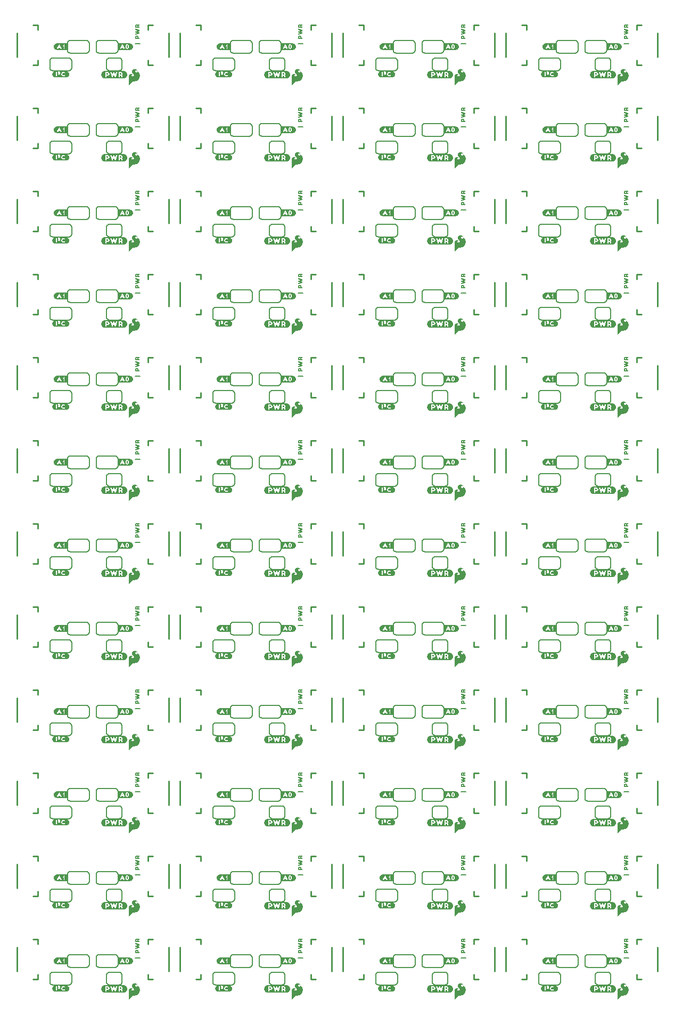
<source format=gto>
G04 EAGLE Gerber RS-274X export*
G75*
%MOMM*%
%FSLAX34Y34*%
%LPD*%
%INSilkscreen Top*%
%IPPOS*%
%AMOC8*
5,1,8,0,0,1.08239X$1,22.5*%
G01*
%ADD10C,0.254000*%
%ADD11C,0.152400*%
%ADD12C,0.203200*%

G36*
X176495Y960524D02*
X176495Y960524D01*
X176498Y960521D01*
X177098Y960621D01*
X177099Y960622D01*
X177100Y960622D01*
X177600Y960722D01*
X177603Y960725D01*
X177606Y960723D01*
X178206Y960923D01*
X178210Y960930D01*
X178215Y960928D01*
X178713Y961227D01*
X179312Y961526D01*
X179315Y961532D01*
X179320Y961531D01*
X179720Y961831D01*
X179720Y961832D01*
X179721Y961832D01*
X180221Y962232D01*
X180223Y962239D01*
X180228Y962239D01*
X180628Y962739D01*
X180629Y962740D01*
X180929Y963140D01*
X180929Y963144D01*
X180932Y963145D01*
X181232Y963645D01*
X181232Y963648D01*
X181234Y963648D01*
X181534Y964248D01*
X181534Y964250D01*
X181534Y964251D01*
X181536Y964252D01*
X181736Y964752D01*
X181734Y964759D01*
X181739Y964762D01*
X181939Y965962D01*
X181936Y965967D01*
X181939Y965970D01*
X181939Y967170D01*
X181936Y967175D01*
X181939Y967178D01*
X181839Y967778D01*
X181833Y967784D01*
X181836Y967788D01*
X181636Y968287D01*
X181437Y968886D01*
X181430Y968890D01*
X181432Y968895D01*
X180832Y969895D01*
X180828Y969897D01*
X180828Y969901D01*
X180428Y970401D01*
X180424Y970402D01*
X180425Y970405D01*
X179625Y971205D01*
X179616Y971206D01*
X179615Y971212D01*
X178615Y971812D01*
X178612Y971812D01*
X178612Y971814D01*
X178012Y972114D01*
X178003Y972112D01*
X178000Y972118D01*
X177503Y972218D01*
X176906Y972417D01*
X176895Y972413D01*
X176890Y972419D01*
X146190Y972419D01*
X146185Y972416D01*
X146182Y972419D01*
X144982Y972219D01*
X144976Y972213D01*
X144972Y972216D01*
X144473Y972016D01*
X143874Y971817D01*
X143870Y971810D01*
X143865Y971812D01*
X143365Y971512D01*
X143363Y971508D01*
X143359Y971508D01*
X142859Y971108D01*
X142858Y971104D01*
X142855Y971105D01*
X142055Y970305D01*
X142055Y970301D01*
X142052Y970301D01*
X141652Y969801D01*
X141651Y969796D01*
X141648Y969795D01*
X141348Y969295D01*
X141348Y969289D01*
X141344Y969288D01*
X141144Y968788D01*
X141145Y968786D01*
X141143Y968786D01*
X140944Y968187D01*
X140744Y967688D01*
X140746Y967681D01*
X140741Y967678D01*
X140641Y967078D01*
X140644Y967073D01*
X140641Y967070D01*
X140641Y965870D01*
X140644Y965865D01*
X140641Y965862D01*
X140741Y965262D01*
X140746Y965258D01*
X140743Y965254D01*
X140943Y964654D01*
X140945Y964653D01*
X140944Y964652D01*
X141144Y964153D01*
X141343Y963554D01*
X141354Y963547D01*
X141352Y963539D01*
X141751Y963040D01*
X142051Y962640D01*
X142052Y962640D01*
X142052Y962639D01*
X142452Y962139D01*
X142459Y962137D01*
X142459Y962132D01*
X142959Y961732D01*
X142964Y961731D01*
X142965Y961728D01*
X143965Y961128D01*
X143971Y961128D01*
X143972Y961124D01*
X144472Y960924D01*
X144474Y960925D01*
X144474Y960923D01*
X145074Y960723D01*
X145080Y960725D01*
X145082Y960721D01*
X145682Y960621D01*
X146180Y960522D01*
X146187Y960525D01*
X146190Y960521D01*
X176490Y960521D01*
X176495Y960524D01*
G37*
G36*
X953735Y1356764D02*
X953735Y1356764D01*
X953738Y1356761D01*
X954338Y1356861D01*
X954339Y1356862D01*
X954340Y1356862D01*
X954840Y1356962D01*
X954843Y1356965D01*
X954846Y1356963D01*
X955446Y1357163D01*
X955450Y1357170D01*
X955455Y1357168D01*
X955953Y1357467D01*
X956552Y1357766D01*
X956555Y1357772D01*
X956560Y1357771D01*
X956960Y1358071D01*
X956960Y1358072D01*
X956961Y1358072D01*
X957461Y1358472D01*
X957463Y1358479D01*
X957468Y1358479D01*
X957868Y1358979D01*
X957869Y1358980D01*
X958169Y1359380D01*
X958169Y1359384D01*
X958172Y1359385D01*
X958472Y1359885D01*
X958472Y1359888D01*
X958474Y1359888D01*
X958774Y1360488D01*
X958774Y1360490D01*
X958774Y1360491D01*
X958776Y1360492D01*
X958976Y1360992D01*
X958974Y1360999D01*
X958979Y1361002D01*
X959179Y1362202D01*
X959176Y1362207D01*
X959179Y1362210D01*
X959179Y1363410D01*
X959176Y1363415D01*
X959179Y1363418D01*
X959079Y1364018D01*
X959073Y1364024D01*
X959076Y1364028D01*
X958876Y1364527D01*
X958677Y1365126D01*
X958670Y1365130D01*
X958672Y1365135D01*
X958072Y1366135D01*
X958068Y1366137D01*
X958068Y1366141D01*
X957668Y1366641D01*
X957664Y1366642D01*
X957665Y1366645D01*
X956865Y1367445D01*
X956856Y1367446D01*
X956855Y1367452D01*
X955855Y1368052D01*
X955852Y1368052D01*
X955852Y1368054D01*
X955252Y1368354D01*
X955243Y1368352D01*
X955240Y1368358D01*
X954743Y1368458D01*
X954146Y1368657D01*
X954135Y1368653D01*
X954130Y1368659D01*
X923430Y1368659D01*
X923425Y1368656D01*
X923422Y1368659D01*
X922222Y1368459D01*
X922216Y1368453D01*
X922212Y1368456D01*
X921713Y1368256D01*
X921114Y1368057D01*
X921110Y1368050D01*
X921105Y1368052D01*
X920605Y1367752D01*
X920603Y1367748D01*
X920599Y1367748D01*
X920099Y1367348D01*
X920098Y1367344D01*
X920095Y1367345D01*
X919295Y1366545D01*
X919295Y1366541D01*
X919292Y1366541D01*
X918892Y1366041D01*
X918891Y1366036D01*
X918888Y1366035D01*
X918588Y1365535D01*
X918588Y1365529D01*
X918584Y1365528D01*
X918384Y1365028D01*
X918385Y1365026D01*
X918383Y1365026D01*
X918184Y1364427D01*
X917984Y1363928D01*
X917986Y1363921D01*
X917981Y1363918D01*
X917881Y1363318D01*
X917884Y1363313D01*
X917881Y1363310D01*
X917881Y1362110D01*
X917884Y1362105D01*
X917881Y1362102D01*
X917981Y1361502D01*
X917986Y1361498D01*
X917983Y1361494D01*
X918183Y1360894D01*
X918185Y1360893D01*
X918184Y1360892D01*
X918384Y1360393D01*
X918583Y1359794D01*
X918594Y1359787D01*
X918592Y1359779D01*
X918991Y1359280D01*
X919291Y1358880D01*
X919292Y1358880D01*
X919292Y1358879D01*
X919692Y1358379D01*
X919699Y1358377D01*
X919699Y1358372D01*
X920199Y1357972D01*
X920204Y1357971D01*
X920205Y1357968D01*
X921205Y1357368D01*
X921211Y1357368D01*
X921212Y1357364D01*
X921712Y1357164D01*
X921714Y1357165D01*
X921714Y1357163D01*
X922314Y1356963D01*
X922320Y1356965D01*
X922322Y1356961D01*
X922922Y1356861D01*
X923420Y1356762D01*
X923427Y1356765D01*
X923430Y1356761D01*
X953730Y1356761D01*
X953735Y1356764D01*
G37*
G36*
X435575Y1092604D02*
X435575Y1092604D01*
X435578Y1092601D01*
X436178Y1092701D01*
X436179Y1092702D01*
X436180Y1092702D01*
X436680Y1092802D01*
X436683Y1092805D01*
X436686Y1092803D01*
X437286Y1093003D01*
X437290Y1093010D01*
X437295Y1093008D01*
X437793Y1093307D01*
X438392Y1093606D01*
X438395Y1093612D01*
X438400Y1093611D01*
X438800Y1093911D01*
X438800Y1093912D01*
X438801Y1093912D01*
X439301Y1094312D01*
X439303Y1094319D01*
X439308Y1094319D01*
X439708Y1094819D01*
X439709Y1094820D01*
X440009Y1095220D01*
X440009Y1095224D01*
X440012Y1095225D01*
X440312Y1095725D01*
X440312Y1095728D01*
X440314Y1095728D01*
X440614Y1096328D01*
X440614Y1096330D01*
X440614Y1096331D01*
X440616Y1096332D01*
X440816Y1096832D01*
X440814Y1096839D01*
X440819Y1096842D01*
X441019Y1098042D01*
X441016Y1098047D01*
X441019Y1098050D01*
X441019Y1099250D01*
X441016Y1099255D01*
X441019Y1099258D01*
X440919Y1099858D01*
X440913Y1099864D01*
X440916Y1099868D01*
X440716Y1100367D01*
X440517Y1100966D01*
X440510Y1100970D01*
X440512Y1100975D01*
X439912Y1101975D01*
X439908Y1101977D01*
X439908Y1101981D01*
X439508Y1102481D01*
X439504Y1102482D01*
X439505Y1102485D01*
X438705Y1103285D01*
X438696Y1103286D01*
X438695Y1103292D01*
X437695Y1103892D01*
X437692Y1103892D01*
X437692Y1103894D01*
X437092Y1104194D01*
X437083Y1104192D01*
X437080Y1104198D01*
X436583Y1104298D01*
X435986Y1104497D01*
X435975Y1104493D01*
X435970Y1104499D01*
X405270Y1104499D01*
X405265Y1104496D01*
X405262Y1104499D01*
X404062Y1104299D01*
X404056Y1104293D01*
X404052Y1104296D01*
X403553Y1104096D01*
X402954Y1103897D01*
X402950Y1103890D01*
X402945Y1103892D01*
X402445Y1103592D01*
X402443Y1103588D01*
X402439Y1103588D01*
X401939Y1103188D01*
X401938Y1103184D01*
X401935Y1103185D01*
X401135Y1102385D01*
X401135Y1102381D01*
X401132Y1102381D01*
X400732Y1101881D01*
X400731Y1101876D01*
X400728Y1101875D01*
X400428Y1101375D01*
X400428Y1101369D01*
X400424Y1101368D01*
X400224Y1100868D01*
X400225Y1100866D01*
X400223Y1100866D01*
X400024Y1100267D01*
X399824Y1099768D01*
X399826Y1099761D01*
X399821Y1099758D01*
X399721Y1099158D01*
X399724Y1099153D01*
X399721Y1099150D01*
X399721Y1097950D01*
X399724Y1097945D01*
X399721Y1097942D01*
X399821Y1097342D01*
X399826Y1097338D01*
X399823Y1097334D01*
X400023Y1096734D01*
X400025Y1096733D01*
X400024Y1096732D01*
X400224Y1096233D01*
X400423Y1095634D01*
X400434Y1095627D01*
X400432Y1095619D01*
X400831Y1095120D01*
X401131Y1094720D01*
X401132Y1094720D01*
X401132Y1094719D01*
X401532Y1094219D01*
X401539Y1094217D01*
X401539Y1094212D01*
X402039Y1093812D01*
X402044Y1093811D01*
X402045Y1093808D01*
X403045Y1093208D01*
X403051Y1093208D01*
X403052Y1093204D01*
X403552Y1093004D01*
X403554Y1093005D01*
X403554Y1093003D01*
X404154Y1092803D01*
X404160Y1092805D01*
X404162Y1092801D01*
X404762Y1092701D01*
X405260Y1092602D01*
X405267Y1092605D01*
X405270Y1092601D01*
X435570Y1092601D01*
X435575Y1092604D01*
G37*
G36*
X694655Y1224684D02*
X694655Y1224684D01*
X694658Y1224681D01*
X695258Y1224781D01*
X695259Y1224782D01*
X695260Y1224782D01*
X695760Y1224882D01*
X695763Y1224885D01*
X695766Y1224883D01*
X696366Y1225083D01*
X696370Y1225090D01*
X696375Y1225088D01*
X696873Y1225387D01*
X697472Y1225686D01*
X697475Y1225692D01*
X697480Y1225691D01*
X697880Y1225991D01*
X697880Y1225992D01*
X697881Y1225992D01*
X698381Y1226392D01*
X698383Y1226399D01*
X698388Y1226399D01*
X698788Y1226899D01*
X698789Y1226900D01*
X699089Y1227300D01*
X699089Y1227304D01*
X699092Y1227305D01*
X699392Y1227805D01*
X699392Y1227808D01*
X699394Y1227808D01*
X699694Y1228408D01*
X699694Y1228410D01*
X699694Y1228411D01*
X699696Y1228412D01*
X699896Y1228912D01*
X699894Y1228919D01*
X699899Y1228922D01*
X700099Y1230122D01*
X700096Y1230127D01*
X700099Y1230130D01*
X700099Y1231330D01*
X700096Y1231335D01*
X700099Y1231338D01*
X699999Y1231938D01*
X699993Y1231944D01*
X699996Y1231948D01*
X699796Y1232447D01*
X699597Y1233046D01*
X699590Y1233050D01*
X699592Y1233055D01*
X698992Y1234055D01*
X698988Y1234057D01*
X698988Y1234061D01*
X698588Y1234561D01*
X698584Y1234562D01*
X698585Y1234565D01*
X697785Y1235365D01*
X697776Y1235366D01*
X697775Y1235372D01*
X696775Y1235972D01*
X696772Y1235972D01*
X696772Y1235974D01*
X696172Y1236274D01*
X696163Y1236272D01*
X696160Y1236278D01*
X695663Y1236378D01*
X695066Y1236577D01*
X695055Y1236573D01*
X695050Y1236579D01*
X664350Y1236579D01*
X664345Y1236576D01*
X664342Y1236579D01*
X663142Y1236379D01*
X663136Y1236373D01*
X663132Y1236376D01*
X662633Y1236176D01*
X662034Y1235977D01*
X662030Y1235970D01*
X662025Y1235972D01*
X661525Y1235672D01*
X661523Y1235668D01*
X661519Y1235668D01*
X661019Y1235268D01*
X661018Y1235264D01*
X661015Y1235265D01*
X660215Y1234465D01*
X660215Y1234461D01*
X660212Y1234461D01*
X659812Y1233961D01*
X659811Y1233956D01*
X659808Y1233955D01*
X659508Y1233455D01*
X659508Y1233449D01*
X659504Y1233448D01*
X659304Y1232948D01*
X659305Y1232946D01*
X659303Y1232946D01*
X659104Y1232347D01*
X658904Y1231848D01*
X658906Y1231841D01*
X658901Y1231838D01*
X658801Y1231238D01*
X658804Y1231233D01*
X658801Y1231230D01*
X658801Y1230030D01*
X658804Y1230025D01*
X658801Y1230022D01*
X658901Y1229422D01*
X658906Y1229418D01*
X658903Y1229414D01*
X659103Y1228814D01*
X659105Y1228813D01*
X659104Y1228812D01*
X659304Y1228313D01*
X659503Y1227714D01*
X659514Y1227707D01*
X659512Y1227699D01*
X659911Y1227200D01*
X660211Y1226800D01*
X660212Y1226800D01*
X660212Y1226799D01*
X660612Y1226299D01*
X660619Y1226297D01*
X660619Y1226292D01*
X661119Y1225892D01*
X661124Y1225891D01*
X661125Y1225888D01*
X662125Y1225288D01*
X662131Y1225288D01*
X662132Y1225284D01*
X662632Y1225084D01*
X662634Y1225085D01*
X662634Y1225083D01*
X663234Y1224883D01*
X663240Y1224885D01*
X663242Y1224881D01*
X663842Y1224781D01*
X664340Y1224682D01*
X664347Y1224685D01*
X664350Y1224681D01*
X694650Y1224681D01*
X694655Y1224684D01*
G37*
G36*
X694655Y960524D02*
X694655Y960524D01*
X694658Y960521D01*
X695258Y960621D01*
X695259Y960622D01*
X695260Y960622D01*
X695760Y960722D01*
X695763Y960725D01*
X695766Y960723D01*
X696366Y960923D01*
X696370Y960930D01*
X696375Y960928D01*
X696873Y961227D01*
X697472Y961526D01*
X697475Y961532D01*
X697480Y961531D01*
X697880Y961831D01*
X697880Y961832D01*
X697881Y961832D01*
X698381Y962232D01*
X698383Y962239D01*
X698388Y962239D01*
X698788Y962739D01*
X698789Y962740D01*
X699089Y963140D01*
X699089Y963144D01*
X699092Y963145D01*
X699392Y963645D01*
X699392Y963648D01*
X699394Y963648D01*
X699694Y964248D01*
X699694Y964250D01*
X699694Y964251D01*
X699696Y964252D01*
X699896Y964752D01*
X699894Y964759D01*
X699899Y964762D01*
X700099Y965962D01*
X700096Y965967D01*
X700099Y965970D01*
X700099Y967170D01*
X700096Y967175D01*
X700099Y967178D01*
X699999Y967778D01*
X699993Y967784D01*
X699996Y967788D01*
X699796Y968287D01*
X699597Y968886D01*
X699590Y968890D01*
X699592Y968895D01*
X698992Y969895D01*
X698988Y969897D01*
X698988Y969901D01*
X698588Y970401D01*
X698584Y970402D01*
X698585Y970405D01*
X697785Y971205D01*
X697776Y971206D01*
X697775Y971212D01*
X696775Y971812D01*
X696772Y971812D01*
X696772Y971814D01*
X696172Y972114D01*
X696163Y972112D01*
X696160Y972118D01*
X695663Y972218D01*
X695066Y972417D01*
X695055Y972413D01*
X695050Y972419D01*
X664350Y972419D01*
X664345Y972416D01*
X664342Y972419D01*
X663142Y972219D01*
X663136Y972213D01*
X663132Y972216D01*
X662633Y972016D01*
X662034Y971817D01*
X662030Y971810D01*
X662025Y971812D01*
X661525Y971512D01*
X661523Y971508D01*
X661519Y971508D01*
X661019Y971108D01*
X661018Y971104D01*
X661015Y971105D01*
X660215Y970305D01*
X660215Y970301D01*
X660212Y970301D01*
X659812Y969801D01*
X659811Y969796D01*
X659808Y969795D01*
X659508Y969295D01*
X659508Y969289D01*
X659504Y969288D01*
X659304Y968788D01*
X659305Y968786D01*
X659303Y968786D01*
X659104Y968187D01*
X658904Y967688D01*
X658906Y967681D01*
X658901Y967678D01*
X658801Y967078D01*
X658804Y967073D01*
X658801Y967070D01*
X658801Y965870D01*
X658804Y965865D01*
X658801Y965862D01*
X658901Y965262D01*
X658906Y965258D01*
X658903Y965254D01*
X659103Y964654D01*
X659105Y964653D01*
X659104Y964652D01*
X659304Y964153D01*
X659503Y963554D01*
X659514Y963547D01*
X659512Y963539D01*
X659911Y963040D01*
X660211Y962640D01*
X660212Y962640D01*
X660212Y962639D01*
X660612Y962139D01*
X660619Y962137D01*
X660619Y962132D01*
X661119Y961732D01*
X661124Y961731D01*
X661125Y961728D01*
X662125Y961128D01*
X662131Y961128D01*
X662132Y961124D01*
X662632Y960924D01*
X662634Y960925D01*
X662634Y960923D01*
X663234Y960723D01*
X663240Y960725D01*
X663242Y960721D01*
X663842Y960621D01*
X664340Y960522D01*
X664347Y960525D01*
X664350Y960521D01*
X694650Y960521D01*
X694655Y960524D01*
G37*
G36*
X953735Y1224684D02*
X953735Y1224684D01*
X953738Y1224681D01*
X954338Y1224781D01*
X954339Y1224782D01*
X954340Y1224782D01*
X954840Y1224882D01*
X954843Y1224885D01*
X954846Y1224883D01*
X955446Y1225083D01*
X955450Y1225090D01*
X955455Y1225088D01*
X955953Y1225387D01*
X956552Y1225686D01*
X956555Y1225692D01*
X956560Y1225691D01*
X956960Y1225991D01*
X956960Y1225992D01*
X956961Y1225992D01*
X957461Y1226392D01*
X957463Y1226399D01*
X957468Y1226399D01*
X957868Y1226899D01*
X957869Y1226900D01*
X958169Y1227300D01*
X958169Y1227304D01*
X958172Y1227305D01*
X958472Y1227805D01*
X958472Y1227808D01*
X958474Y1227808D01*
X958774Y1228408D01*
X958774Y1228410D01*
X958774Y1228411D01*
X958776Y1228412D01*
X958976Y1228912D01*
X958974Y1228919D01*
X958979Y1228922D01*
X959179Y1230122D01*
X959176Y1230127D01*
X959179Y1230130D01*
X959179Y1231330D01*
X959176Y1231335D01*
X959179Y1231338D01*
X959079Y1231938D01*
X959073Y1231944D01*
X959076Y1231948D01*
X958876Y1232447D01*
X958677Y1233046D01*
X958670Y1233050D01*
X958672Y1233055D01*
X958072Y1234055D01*
X958068Y1234057D01*
X958068Y1234061D01*
X957668Y1234561D01*
X957664Y1234562D01*
X957665Y1234565D01*
X956865Y1235365D01*
X956856Y1235366D01*
X956855Y1235372D01*
X955855Y1235972D01*
X955852Y1235972D01*
X955852Y1235974D01*
X955252Y1236274D01*
X955243Y1236272D01*
X955240Y1236278D01*
X954743Y1236378D01*
X954146Y1236577D01*
X954135Y1236573D01*
X954130Y1236579D01*
X923430Y1236579D01*
X923425Y1236576D01*
X923422Y1236579D01*
X922222Y1236379D01*
X922216Y1236373D01*
X922212Y1236376D01*
X921713Y1236176D01*
X921114Y1235977D01*
X921110Y1235970D01*
X921105Y1235972D01*
X920605Y1235672D01*
X920603Y1235668D01*
X920599Y1235668D01*
X920099Y1235268D01*
X920098Y1235264D01*
X920095Y1235265D01*
X919295Y1234465D01*
X919295Y1234461D01*
X919292Y1234461D01*
X918892Y1233961D01*
X918891Y1233956D01*
X918888Y1233955D01*
X918588Y1233455D01*
X918588Y1233449D01*
X918584Y1233448D01*
X918384Y1232948D01*
X918385Y1232946D01*
X918383Y1232946D01*
X918184Y1232347D01*
X917984Y1231848D01*
X917986Y1231841D01*
X917981Y1231838D01*
X917881Y1231238D01*
X917884Y1231233D01*
X917881Y1231230D01*
X917881Y1230030D01*
X917884Y1230025D01*
X917881Y1230022D01*
X917981Y1229422D01*
X917986Y1229418D01*
X917983Y1229414D01*
X918183Y1228814D01*
X918185Y1228813D01*
X918184Y1228812D01*
X918384Y1228313D01*
X918583Y1227714D01*
X918594Y1227707D01*
X918592Y1227699D01*
X918991Y1227200D01*
X919291Y1226800D01*
X919292Y1226800D01*
X919292Y1226799D01*
X919692Y1226299D01*
X919699Y1226297D01*
X919699Y1226292D01*
X920199Y1225892D01*
X920204Y1225891D01*
X920205Y1225888D01*
X921205Y1225288D01*
X921211Y1225288D01*
X921212Y1225284D01*
X921712Y1225084D01*
X921714Y1225085D01*
X921714Y1225083D01*
X922314Y1224883D01*
X922320Y1224885D01*
X922322Y1224881D01*
X922922Y1224781D01*
X923420Y1224682D01*
X923427Y1224685D01*
X923430Y1224681D01*
X953730Y1224681D01*
X953735Y1224684D01*
G37*
G36*
X694655Y300124D02*
X694655Y300124D01*
X694658Y300121D01*
X695258Y300221D01*
X695259Y300222D01*
X695260Y300222D01*
X695760Y300322D01*
X695763Y300325D01*
X695766Y300323D01*
X696366Y300523D01*
X696370Y300530D01*
X696375Y300528D01*
X696873Y300827D01*
X697472Y301126D01*
X697475Y301132D01*
X697480Y301131D01*
X697880Y301431D01*
X697880Y301432D01*
X697881Y301432D01*
X698381Y301832D01*
X698383Y301839D01*
X698388Y301839D01*
X698788Y302339D01*
X698789Y302340D01*
X699089Y302740D01*
X699089Y302744D01*
X699092Y302745D01*
X699392Y303245D01*
X699392Y303248D01*
X699394Y303248D01*
X699694Y303848D01*
X699694Y303850D01*
X699694Y303851D01*
X699696Y303852D01*
X699896Y304352D01*
X699894Y304359D01*
X699899Y304362D01*
X700099Y305562D01*
X700096Y305567D01*
X700099Y305570D01*
X700099Y306770D01*
X700096Y306775D01*
X700099Y306778D01*
X699999Y307378D01*
X699993Y307384D01*
X699996Y307388D01*
X699796Y307887D01*
X699597Y308486D01*
X699590Y308490D01*
X699592Y308495D01*
X698992Y309495D01*
X698988Y309497D01*
X698988Y309501D01*
X698588Y310001D01*
X698584Y310002D01*
X698585Y310005D01*
X697785Y310805D01*
X697776Y310806D01*
X697775Y310812D01*
X696775Y311412D01*
X696772Y311412D01*
X696772Y311414D01*
X696172Y311714D01*
X696163Y311712D01*
X696160Y311718D01*
X695663Y311818D01*
X695066Y312017D01*
X695055Y312013D01*
X695050Y312019D01*
X664350Y312019D01*
X664345Y312016D01*
X664342Y312019D01*
X663142Y311819D01*
X663136Y311813D01*
X663132Y311816D01*
X662633Y311616D01*
X662034Y311417D01*
X662030Y311410D01*
X662025Y311412D01*
X661525Y311112D01*
X661523Y311108D01*
X661519Y311108D01*
X661019Y310708D01*
X661018Y310704D01*
X661015Y310705D01*
X660215Y309905D01*
X660215Y309901D01*
X660212Y309901D01*
X659812Y309401D01*
X659811Y309396D01*
X659808Y309395D01*
X659508Y308895D01*
X659508Y308889D01*
X659504Y308888D01*
X659304Y308388D01*
X659305Y308386D01*
X659303Y308386D01*
X659104Y307787D01*
X658904Y307288D01*
X658906Y307281D01*
X658901Y307278D01*
X658801Y306678D01*
X658804Y306673D01*
X658801Y306670D01*
X658801Y305470D01*
X658804Y305465D01*
X658801Y305462D01*
X658901Y304862D01*
X658906Y304858D01*
X658903Y304854D01*
X659103Y304254D01*
X659105Y304253D01*
X659104Y304252D01*
X659304Y303753D01*
X659503Y303154D01*
X659514Y303147D01*
X659512Y303139D01*
X659911Y302640D01*
X660211Y302240D01*
X660212Y302240D01*
X660212Y302239D01*
X660612Y301739D01*
X660619Y301737D01*
X660619Y301732D01*
X661119Y301332D01*
X661124Y301331D01*
X661125Y301328D01*
X662125Y300728D01*
X662131Y300728D01*
X662132Y300724D01*
X662632Y300524D01*
X662634Y300525D01*
X662634Y300523D01*
X663234Y300323D01*
X663240Y300325D01*
X663242Y300321D01*
X663842Y300221D01*
X664340Y300122D01*
X664347Y300125D01*
X664350Y300121D01*
X694650Y300121D01*
X694655Y300124D01*
G37*
G36*
X176495Y564284D02*
X176495Y564284D01*
X176498Y564281D01*
X177098Y564381D01*
X177099Y564382D01*
X177100Y564382D01*
X177600Y564482D01*
X177603Y564485D01*
X177606Y564483D01*
X178206Y564683D01*
X178210Y564690D01*
X178215Y564688D01*
X178713Y564987D01*
X179312Y565286D01*
X179315Y565292D01*
X179320Y565291D01*
X179720Y565591D01*
X179720Y565592D01*
X179721Y565592D01*
X180221Y565992D01*
X180223Y565999D01*
X180228Y565999D01*
X180628Y566499D01*
X180629Y566500D01*
X180929Y566900D01*
X180929Y566904D01*
X180932Y566905D01*
X181232Y567405D01*
X181232Y567408D01*
X181234Y567408D01*
X181534Y568008D01*
X181534Y568010D01*
X181534Y568011D01*
X181536Y568012D01*
X181736Y568512D01*
X181734Y568519D01*
X181739Y568522D01*
X181939Y569722D01*
X181936Y569727D01*
X181939Y569730D01*
X181939Y570930D01*
X181936Y570935D01*
X181939Y570938D01*
X181839Y571538D01*
X181833Y571544D01*
X181836Y571548D01*
X181636Y572047D01*
X181437Y572646D01*
X181430Y572650D01*
X181432Y572655D01*
X180832Y573655D01*
X180828Y573657D01*
X180828Y573661D01*
X180428Y574161D01*
X180424Y574162D01*
X180425Y574165D01*
X179625Y574965D01*
X179616Y574966D01*
X179615Y574972D01*
X178615Y575572D01*
X178612Y575572D01*
X178612Y575574D01*
X178012Y575874D01*
X178003Y575872D01*
X178000Y575878D01*
X177503Y575978D01*
X176906Y576177D01*
X176895Y576173D01*
X176890Y576179D01*
X146190Y576179D01*
X146185Y576176D01*
X146182Y576179D01*
X144982Y575979D01*
X144976Y575973D01*
X144972Y575976D01*
X144473Y575776D01*
X143874Y575577D01*
X143870Y575570D01*
X143865Y575572D01*
X143365Y575272D01*
X143363Y575268D01*
X143359Y575268D01*
X142859Y574868D01*
X142858Y574864D01*
X142855Y574865D01*
X142055Y574065D01*
X142055Y574061D01*
X142052Y574061D01*
X141652Y573561D01*
X141651Y573556D01*
X141648Y573555D01*
X141348Y573055D01*
X141348Y573049D01*
X141344Y573048D01*
X141144Y572548D01*
X141145Y572546D01*
X141143Y572546D01*
X140944Y571947D01*
X140744Y571448D01*
X140746Y571441D01*
X140741Y571438D01*
X140641Y570838D01*
X140644Y570833D01*
X140641Y570830D01*
X140641Y569630D01*
X140644Y569625D01*
X140641Y569622D01*
X140741Y569022D01*
X140746Y569018D01*
X140743Y569014D01*
X140943Y568414D01*
X140945Y568413D01*
X140944Y568412D01*
X141144Y567913D01*
X141343Y567314D01*
X141354Y567307D01*
X141352Y567299D01*
X141751Y566800D01*
X142051Y566400D01*
X142052Y566400D01*
X142052Y566399D01*
X142452Y565899D01*
X142459Y565897D01*
X142459Y565892D01*
X142959Y565492D01*
X142964Y565491D01*
X142965Y565488D01*
X143965Y564888D01*
X143971Y564888D01*
X143972Y564884D01*
X144472Y564684D01*
X144474Y564685D01*
X144474Y564683D01*
X145074Y564483D01*
X145080Y564485D01*
X145082Y564481D01*
X145682Y564381D01*
X146180Y564282D01*
X146187Y564285D01*
X146190Y564281D01*
X176490Y564281D01*
X176495Y564284D01*
G37*
G36*
X435575Y168044D02*
X435575Y168044D01*
X435578Y168041D01*
X436178Y168141D01*
X436179Y168142D01*
X436180Y168142D01*
X436680Y168242D01*
X436683Y168245D01*
X436686Y168243D01*
X437286Y168443D01*
X437290Y168450D01*
X437295Y168448D01*
X437793Y168747D01*
X438392Y169046D01*
X438395Y169052D01*
X438400Y169051D01*
X438800Y169351D01*
X438800Y169352D01*
X438801Y169352D01*
X439301Y169752D01*
X439303Y169759D01*
X439308Y169759D01*
X439708Y170259D01*
X439709Y170260D01*
X440009Y170660D01*
X440009Y170664D01*
X440012Y170665D01*
X440312Y171165D01*
X440312Y171168D01*
X440314Y171168D01*
X440614Y171768D01*
X440614Y171770D01*
X440614Y171771D01*
X440616Y171772D01*
X440816Y172272D01*
X440814Y172279D01*
X440819Y172282D01*
X441019Y173482D01*
X441016Y173487D01*
X441019Y173490D01*
X441019Y174690D01*
X441016Y174695D01*
X441019Y174698D01*
X440919Y175298D01*
X440913Y175304D01*
X440916Y175308D01*
X440716Y175807D01*
X440517Y176406D01*
X440510Y176410D01*
X440512Y176415D01*
X439912Y177415D01*
X439908Y177417D01*
X439908Y177421D01*
X439508Y177921D01*
X439504Y177922D01*
X439505Y177925D01*
X438705Y178725D01*
X438696Y178726D01*
X438695Y178732D01*
X437695Y179332D01*
X437692Y179332D01*
X437692Y179334D01*
X437092Y179634D01*
X437083Y179632D01*
X437080Y179638D01*
X436583Y179738D01*
X435986Y179937D01*
X435975Y179933D01*
X435970Y179939D01*
X405270Y179939D01*
X405265Y179936D01*
X405262Y179939D01*
X404062Y179739D01*
X404056Y179733D01*
X404052Y179736D01*
X403553Y179536D01*
X402954Y179337D01*
X402950Y179330D01*
X402945Y179332D01*
X402445Y179032D01*
X402443Y179028D01*
X402439Y179028D01*
X401939Y178628D01*
X401938Y178624D01*
X401935Y178625D01*
X401135Y177825D01*
X401135Y177821D01*
X401132Y177821D01*
X400732Y177321D01*
X400731Y177316D01*
X400728Y177315D01*
X400428Y176815D01*
X400428Y176809D01*
X400424Y176808D01*
X400224Y176308D01*
X400225Y176306D01*
X400223Y176306D01*
X400024Y175707D01*
X399824Y175208D01*
X399826Y175201D01*
X399821Y175198D01*
X399721Y174598D01*
X399724Y174593D01*
X399721Y174590D01*
X399721Y173390D01*
X399724Y173385D01*
X399721Y173382D01*
X399821Y172782D01*
X399826Y172778D01*
X399823Y172774D01*
X400023Y172174D01*
X400025Y172173D01*
X400024Y172172D01*
X400224Y171673D01*
X400423Y171074D01*
X400434Y171067D01*
X400432Y171059D01*
X400831Y170560D01*
X401131Y170160D01*
X401132Y170160D01*
X401132Y170159D01*
X401532Y169659D01*
X401539Y169657D01*
X401539Y169652D01*
X402039Y169252D01*
X402044Y169251D01*
X402045Y169248D01*
X403045Y168648D01*
X403051Y168648D01*
X403052Y168644D01*
X403552Y168444D01*
X403554Y168445D01*
X403554Y168443D01*
X404154Y168243D01*
X404160Y168245D01*
X404162Y168241D01*
X404762Y168141D01*
X405260Y168042D01*
X405267Y168045D01*
X405270Y168041D01*
X435570Y168041D01*
X435575Y168044D01*
G37*
G36*
X176495Y35964D02*
X176495Y35964D01*
X176498Y35961D01*
X177098Y36061D01*
X177099Y36062D01*
X177100Y36062D01*
X177600Y36162D01*
X177603Y36165D01*
X177606Y36163D01*
X178206Y36363D01*
X178210Y36370D01*
X178215Y36368D01*
X178713Y36667D01*
X179312Y36966D01*
X179315Y36972D01*
X179320Y36971D01*
X179720Y37271D01*
X179720Y37272D01*
X179721Y37272D01*
X180221Y37672D01*
X180223Y37679D01*
X180228Y37679D01*
X180628Y38179D01*
X180629Y38180D01*
X180929Y38580D01*
X180929Y38584D01*
X180932Y38585D01*
X181232Y39085D01*
X181232Y39088D01*
X181234Y39088D01*
X181534Y39688D01*
X181534Y39690D01*
X181534Y39691D01*
X181536Y39692D01*
X181736Y40192D01*
X181734Y40199D01*
X181739Y40202D01*
X181939Y41402D01*
X181936Y41407D01*
X181939Y41410D01*
X181939Y42610D01*
X181936Y42615D01*
X181939Y42618D01*
X181839Y43218D01*
X181833Y43224D01*
X181836Y43228D01*
X181636Y43727D01*
X181437Y44326D01*
X181430Y44330D01*
X181432Y44335D01*
X180832Y45335D01*
X180828Y45337D01*
X180828Y45341D01*
X180428Y45841D01*
X180424Y45842D01*
X180425Y45845D01*
X179625Y46645D01*
X179616Y46646D01*
X179615Y46652D01*
X178615Y47252D01*
X178612Y47252D01*
X178612Y47254D01*
X178012Y47554D01*
X178003Y47552D01*
X178000Y47558D01*
X177503Y47658D01*
X176906Y47857D01*
X176895Y47853D01*
X176890Y47859D01*
X146190Y47859D01*
X146185Y47856D01*
X146182Y47859D01*
X144982Y47659D01*
X144976Y47653D01*
X144972Y47656D01*
X144473Y47456D01*
X143874Y47257D01*
X143870Y47250D01*
X143865Y47252D01*
X143365Y46952D01*
X143363Y46948D01*
X143359Y46948D01*
X142859Y46548D01*
X142858Y46544D01*
X142855Y46545D01*
X142055Y45745D01*
X142055Y45741D01*
X142052Y45741D01*
X141652Y45241D01*
X141651Y45236D01*
X141648Y45235D01*
X141348Y44735D01*
X141348Y44729D01*
X141344Y44728D01*
X141144Y44228D01*
X141145Y44226D01*
X141143Y44226D01*
X140944Y43627D01*
X140744Y43128D01*
X140746Y43121D01*
X140741Y43118D01*
X140641Y42518D01*
X140644Y42513D01*
X140641Y42510D01*
X140641Y41310D01*
X140644Y41305D01*
X140641Y41302D01*
X140741Y40702D01*
X140746Y40698D01*
X140743Y40694D01*
X140943Y40094D01*
X140945Y40093D01*
X140944Y40092D01*
X141144Y39593D01*
X141343Y38994D01*
X141354Y38987D01*
X141352Y38979D01*
X141751Y38480D01*
X142051Y38080D01*
X142052Y38080D01*
X142052Y38079D01*
X142452Y37579D01*
X142459Y37577D01*
X142459Y37572D01*
X142959Y37172D01*
X142964Y37171D01*
X142965Y37168D01*
X143965Y36568D01*
X143971Y36568D01*
X143972Y36564D01*
X144472Y36364D01*
X144474Y36365D01*
X144474Y36363D01*
X145074Y36163D01*
X145080Y36165D01*
X145082Y36161D01*
X145682Y36061D01*
X146180Y35962D01*
X146187Y35965D01*
X146190Y35961D01*
X176490Y35961D01*
X176495Y35964D01*
G37*
G36*
X435575Y432204D02*
X435575Y432204D01*
X435578Y432201D01*
X436178Y432301D01*
X436179Y432302D01*
X436180Y432302D01*
X436680Y432402D01*
X436683Y432405D01*
X436686Y432403D01*
X437286Y432603D01*
X437290Y432610D01*
X437295Y432608D01*
X437793Y432907D01*
X438392Y433206D01*
X438395Y433212D01*
X438400Y433211D01*
X438800Y433511D01*
X438800Y433512D01*
X438801Y433512D01*
X439301Y433912D01*
X439303Y433919D01*
X439308Y433919D01*
X439708Y434419D01*
X439709Y434420D01*
X440009Y434820D01*
X440009Y434824D01*
X440012Y434825D01*
X440312Y435325D01*
X440312Y435328D01*
X440314Y435328D01*
X440614Y435928D01*
X440614Y435930D01*
X440614Y435931D01*
X440616Y435932D01*
X440816Y436432D01*
X440814Y436439D01*
X440819Y436442D01*
X441019Y437642D01*
X441016Y437647D01*
X441019Y437650D01*
X441019Y438850D01*
X441016Y438855D01*
X441019Y438858D01*
X440919Y439458D01*
X440913Y439464D01*
X440916Y439468D01*
X440716Y439967D01*
X440517Y440566D01*
X440510Y440570D01*
X440512Y440575D01*
X439912Y441575D01*
X439908Y441577D01*
X439908Y441581D01*
X439508Y442081D01*
X439504Y442082D01*
X439505Y442085D01*
X438705Y442885D01*
X438696Y442886D01*
X438695Y442892D01*
X437695Y443492D01*
X437692Y443492D01*
X437692Y443494D01*
X437092Y443794D01*
X437083Y443792D01*
X437080Y443798D01*
X436583Y443898D01*
X435986Y444097D01*
X435975Y444093D01*
X435970Y444099D01*
X405270Y444099D01*
X405265Y444096D01*
X405262Y444099D01*
X404062Y443899D01*
X404056Y443893D01*
X404052Y443896D01*
X403553Y443696D01*
X402954Y443497D01*
X402950Y443490D01*
X402945Y443492D01*
X402445Y443192D01*
X402443Y443188D01*
X402439Y443188D01*
X401939Y442788D01*
X401938Y442784D01*
X401935Y442785D01*
X401135Y441985D01*
X401135Y441981D01*
X401132Y441981D01*
X400732Y441481D01*
X400731Y441476D01*
X400728Y441475D01*
X400428Y440975D01*
X400428Y440969D01*
X400424Y440968D01*
X400224Y440468D01*
X400225Y440466D01*
X400223Y440466D01*
X400024Y439867D01*
X399824Y439368D01*
X399826Y439361D01*
X399821Y439358D01*
X399721Y438758D01*
X399724Y438753D01*
X399721Y438750D01*
X399721Y437550D01*
X399724Y437545D01*
X399721Y437542D01*
X399821Y436942D01*
X399826Y436938D01*
X399823Y436934D01*
X400023Y436334D01*
X400025Y436333D01*
X400024Y436332D01*
X400224Y435833D01*
X400423Y435234D01*
X400434Y435227D01*
X400432Y435219D01*
X400831Y434720D01*
X401131Y434320D01*
X401132Y434320D01*
X401132Y434319D01*
X401532Y433819D01*
X401539Y433817D01*
X401539Y433812D01*
X402039Y433412D01*
X402044Y433411D01*
X402045Y433408D01*
X403045Y432808D01*
X403051Y432808D01*
X403052Y432804D01*
X403552Y432604D01*
X403554Y432605D01*
X403554Y432603D01*
X404154Y432403D01*
X404160Y432405D01*
X404162Y432401D01*
X404762Y432301D01*
X405260Y432202D01*
X405267Y432205D01*
X405270Y432201D01*
X435570Y432201D01*
X435575Y432204D01*
G37*
G36*
X694655Y432204D02*
X694655Y432204D01*
X694658Y432201D01*
X695258Y432301D01*
X695259Y432302D01*
X695260Y432302D01*
X695760Y432402D01*
X695763Y432405D01*
X695766Y432403D01*
X696366Y432603D01*
X696370Y432610D01*
X696375Y432608D01*
X696873Y432907D01*
X697472Y433206D01*
X697475Y433212D01*
X697480Y433211D01*
X697880Y433511D01*
X697880Y433512D01*
X697881Y433512D01*
X698381Y433912D01*
X698383Y433919D01*
X698388Y433919D01*
X698788Y434419D01*
X698789Y434420D01*
X699089Y434820D01*
X699089Y434824D01*
X699092Y434825D01*
X699392Y435325D01*
X699392Y435328D01*
X699394Y435328D01*
X699694Y435928D01*
X699694Y435930D01*
X699694Y435931D01*
X699696Y435932D01*
X699896Y436432D01*
X699894Y436439D01*
X699899Y436442D01*
X700099Y437642D01*
X700096Y437647D01*
X700099Y437650D01*
X700099Y438850D01*
X700096Y438855D01*
X700099Y438858D01*
X699999Y439458D01*
X699993Y439464D01*
X699996Y439468D01*
X699796Y439967D01*
X699597Y440566D01*
X699590Y440570D01*
X699592Y440575D01*
X698992Y441575D01*
X698988Y441577D01*
X698988Y441581D01*
X698588Y442081D01*
X698584Y442082D01*
X698585Y442085D01*
X697785Y442885D01*
X697776Y442886D01*
X697775Y442892D01*
X696775Y443492D01*
X696772Y443492D01*
X696772Y443494D01*
X696172Y443794D01*
X696163Y443792D01*
X696160Y443798D01*
X695663Y443898D01*
X695066Y444097D01*
X695055Y444093D01*
X695050Y444099D01*
X664350Y444099D01*
X664345Y444096D01*
X664342Y444099D01*
X663142Y443899D01*
X663136Y443893D01*
X663132Y443896D01*
X662633Y443696D01*
X662034Y443497D01*
X662030Y443490D01*
X662025Y443492D01*
X661525Y443192D01*
X661523Y443188D01*
X661519Y443188D01*
X661019Y442788D01*
X661018Y442784D01*
X661015Y442785D01*
X660215Y441985D01*
X660215Y441981D01*
X660212Y441981D01*
X659812Y441481D01*
X659811Y441476D01*
X659808Y441475D01*
X659508Y440975D01*
X659508Y440969D01*
X659504Y440968D01*
X659304Y440468D01*
X659305Y440466D01*
X659303Y440466D01*
X659104Y439867D01*
X658904Y439368D01*
X658906Y439361D01*
X658901Y439358D01*
X658801Y438758D01*
X658804Y438753D01*
X658801Y438750D01*
X658801Y437550D01*
X658804Y437545D01*
X658801Y437542D01*
X658901Y436942D01*
X658906Y436938D01*
X658903Y436934D01*
X659103Y436334D01*
X659105Y436333D01*
X659104Y436332D01*
X659304Y435833D01*
X659503Y435234D01*
X659514Y435227D01*
X659512Y435219D01*
X659911Y434720D01*
X660211Y434320D01*
X660212Y434320D01*
X660212Y434319D01*
X660612Y433819D01*
X660619Y433817D01*
X660619Y433812D01*
X661119Y433412D01*
X661124Y433411D01*
X661125Y433408D01*
X662125Y432808D01*
X662131Y432808D01*
X662132Y432804D01*
X662632Y432604D01*
X662634Y432605D01*
X662634Y432603D01*
X663234Y432403D01*
X663240Y432405D01*
X663242Y432401D01*
X663842Y432301D01*
X664340Y432202D01*
X664347Y432205D01*
X664350Y432201D01*
X694650Y432201D01*
X694655Y432204D01*
G37*
G36*
X953735Y1488844D02*
X953735Y1488844D01*
X953738Y1488841D01*
X954338Y1488941D01*
X954339Y1488942D01*
X954340Y1488942D01*
X954840Y1489042D01*
X954843Y1489045D01*
X954846Y1489043D01*
X955446Y1489243D01*
X955450Y1489250D01*
X955455Y1489248D01*
X955953Y1489547D01*
X956552Y1489846D01*
X956555Y1489852D01*
X956560Y1489851D01*
X956960Y1490151D01*
X956960Y1490152D01*
X956961Y1490152D01*
X957461Y1490552D01*
X957463Y1490559D01*
X957468Y1490559D01*
X957868Y1491059D01*
X957869Y1491060D01*
X958169Y1491460D01*
X958169Y1491464D01*
X958172Y1491465D01*
X958472Y1491965D01*
X958472Y1491968D01*
X958474Y1491968D01*
X958774Y1492568D01*
X958774Y1492570D01*
X958774Y1492571D01*
X958776Y1492572D01*
X958976Y1493072D01*
X958974Y1493079D01*
X958979Y1493082D01*
X959179Y1494282D01*
X959176Y1494287D01*
X959179Y1494290D01*
X959179Y1495490D01*
X959176Y1495495D01*
X959179Y1495498D01*
X959079Y1496098D01*
X959073Y1496104D01*
X959076Y1496108D01*
X958876Y1496607D01*
X958677Y1497206D01*
X958670Y1497210D01*
X958672Y1497215D01*
X958072Y1498215D01*
X958068Y1498217D01*
X958068Y1498221D01*
X957668Y1498721D01*
X957664Y1498722D01*
X957665Y1498725D01*
X956865Y1499525D01*
X956856Y1499526D01*
X956855Y1499532D01*
X955855Y1500132D01*
X955852Y1500132D01*
X955852Y1500134D01*
X955252Y1500434D01*
X955243Y1500432D01*
X955240Y1500438D01*
X954743Y1500538D01*
X954146Y1500737D01*
X954135Y1500733D01*
X954130Y1500739D01*
X923430Y1500739D01*
X923425Y1500736D01*
X923422Y1500739D01*
X922222Y1500539D01*
X922216Y1500533D01*
X922212Y1500536D01*
X921713Y1500336D01*
X921114Y1500137D01*
X921110Y1500130D01*
X921105Y1500132D01*
X920605Y1499832D01*
X920603Y1499828D01*
X920599Y1499828D01*
X920099Y1499428D01*
X920098Y1499424D01*
X920095Y1499425D01*
X919295Y1498625D01*
X919295Y1498621D01*
X919292Y1498621D01*
X918892Y1498121D01*
X918891Y1498116D01*
X918888Y1498115D01*
X918588Y1497615D01*
X918588Y1497609D01*
X918584Y1497608D01*
X918384Y1497108D01*
X918385Y1497106D01*
X918383Y1497106D01*
X918184Y1496507D01*
X917984Y1496008D01*
X917986Y1496001D01*
X917981Y1495998D01*
X917881Y1495398D01*
X917884Y1495393D01*
X917881Y1495390D01*
X917881Y1494190D01*
X917884Y1494185D01*
X917881Y1494182D01*
X917981Y1493582D01*
X917986Y1493578D01*
X917983Y1493574D01*
X918183Y1492974D01*
X918185Y1492973D01*
X918184Y1492972D01*
X918384Y1492473D01*
X918583Y1491874D01*
X918594Y1491867D01*
X918592Y1491859D01*
X918991Y1491360D01*
X919291Y1490960D01*
X919292Y1490960D01*
X919292Y1490959D01*
X919692Y1490459D01*
X919699Y1490457D01*
X919699Y1490452D01*
X920199Y1490052D01*
X920204Y1490051D01*
X920205Y1490048D01*
X921205Y1489448D01*
X921211Y1489448D01*
X921212Y1489444D01*
X921712Y1489244D01*
X921714Y1489245D01*
X921714Y1489243D01*
X922314Y1489043D01*
X922320Y1489045D01*
X922322Y1489041D01*
X922922Y1488941D01*
X923420Y1488842D01*
X923427Y1488845D01*
X923430Y1488841D01*
X953730Y1488841D01*
X953735Y1488844D01*
G37*
G36*
X953735Y564284D02*
X953735Y564284D01*
X953738Y564281D01*
X954338Y564381D01*
X954339Y564382D01*
X954340Y564382D01*
X954840Y564482D01*
X954843Y564485D01*
X954846Y564483D01*
X955446Y564683D01*
X955450Y564690D01*
X955455Y564688D01*
X955953Y564987D01*
X956552Y565286D01*
X956555Y565292D01*
X956560Y565291D01*
X956960Y565591D01*
X956960Y565592D01*
X956961Y565592D01*
X957461Y565992D01*
X957463Y565999D01*
X957468Y565999D01*
X957868Y566499D01*
X957869Y566500D01*
X958169Y566900D01*
X958169Y566904D01*
X958172Y566905D01*
X958472Y567405D01*
X958472Y567408D01*
X958474Y567408D01*
X958774Y568008D01*
X958774Y568010D01*
X958774Y568011D01*
X958776Y568012D01*
X958976Y568512D01*
X958974Y568519D01*
X958979Y568522D01*
X959179Y569722D01*
X959176Y569727D01*
X959179Y569730D01*
X959179Y570930D01*
X959176Y570935D01*
X959179Y570938D01*
X959079Y571538D01*
X959073Y571544D01*
X959076Y571548D01*
X958876Y572047D01*
X958677Y572646D01*
X958670Y572650D01*
X958672Y572655D01*
X958072Y573655D01*
X958068Y573657D01*
X958068Y573661D01*
X957668Y574161D01*
X957664Y574162D01*
X957665Y574165D01*
X956865Y574965D01*
X956856Y574966D01*
X956855Y574972D01*
X955855Y575572D01*
X955852Y575572D01*
X955852Y575574D01*
X955252Y575874D01*
X955243Y575872D01*
X955240Y575878D01*
X954743Y575978D01*
X954146Y576177D01*
X954135Y576173D01*
X954130Y576179D01*
X923430Y576179D01*
X923425Y576176D01*
X923422Y576179D01*
X922222Y575979D01*
X922216Y575973D01*
X922212Y575976D01*
X921713Y575776D01*
X921114Y575577D01*
X921110Y575570D01*
X921105Y575572D01*
X920605Y575272D01*
X920603Y575268D01*
X920599Y575268D01*
X920099Y574868D01*
X920098Y574864D01*
X920095Y574865D01*
X919295Y574065D01*
X919295Y574061D01*
X919292Y574061D01*
X918892Y573561D01*
X918891Y573556D01*
X918888Y573555D01*
X918588Y573055D01*
X918588Y573049D01*
X918584Y573048D01*
X918384Y572548D01*
X918385Y572546D01*
X918383Y572546D01*
X918184Y571947D01*
X917984Y571448D01*
X917986Y571441D01*
X917981Y571438D01*
X917881Y570838D01*
X917884Y570833D01*
X917881Y570830D01*
X917881Y569630D01*
X917884Y569625D01*
X917881Y569622D01*
X917981Y569022D01*
X917986Y569018D01*
X917983Y569014D01*
X918183Y568414D01*
X918185Y568413D01*
X918184Y568412D01*
X918384Y567913D01*
X918583Y567314D01*
X918594Y567307D01*
X918592Y567299D01*
X918991Y566800D01*
X919291Y566400D01*
X919292Y566400D01*
X919292Y566399D01*
X919692Y565899D01*
X919699Y565897D01*
X919699Y565892D01*
X920199Y565492D01*
X920204Y565491D01*
X920205Y565488D01*
X921205Y564888D01*
X921211Y564888D01*
X921212Y564884D01*
X921712Y564684D01*
X921714Y564685D01*
X921714Y564683D01*
X922314Y564483D01*
X922320Y564485D01*
X922322Y564481D01*
X922922Y564381D01*
X923420Y564282D01*
X923427Y564285D01*
X923430Y564281D01*
X953730Y564281D01*
X953735Y564284D01*
G37*
G36*
X694655Y564284D02*
X694655Y564284D01*
X694658Y564281D01*
X695258Y564381D01*
X695259Y564382D01*
X695260Y564382D01*
X695760Y564482D01*
X695763Y564485D01*
X695766Y564483D01*
X696366Y564683D01*
X696370Y564690D01*
X696375Y564688D01*
X696873Y564987D01*
X697472Y565286D01*
X697475Y565292D01*
X697480Y565291D01*
X697880Y565591D01*
X697880Y565592D01*
X697881Y565592D01*
X698381Y565992D01*
X698383Y565999D01*
X698388Y565999D01*
X698788Y566499D01*
X698789Y566500D01*
X699089Y566900D01*
X699089Y566904D01*
X699092Y566905D01*
X699392Y567405D01*
X699392Y567408D01*
X699394Y567408D01*
X699694Y568008D01*
X699694Y568010D01*
X699694Y568011D01*
X699696Y568012D01*
X699896Y568512D01*
X699894Y568519D01*
X699899Y568522D01*
X700099Y569722D01*
X700096Y569727D01*
X700099Y569730D01*
X700099Y570930D01*
X700096Y570935D01*
X700099Y570938D01*
X699999Y571538D01*
X699993Y571544D01*
X699996Y571548D01*
X699796Y572047D01*
X699597Y572646D01*
X699590Y572650D01*
X699592Y572655D01*
X698992Y573655D01*
X698988Y573657D01*
X698988Y573661D01*
X698588Y574161D01*
X698584Y574162D01*
X698585Y574165D01*
X697785Y574965D01*
X697776Y574966D01*
X697775Y574972D01*
X696775Y575572D01*
X696772Y575572D01*
X696772Y575574D01*
X696172Y575874D01*
X696163Y575872D01*
X696160Y575878D01*
X695663Y575978D01*
X695066Y576177D01*
X695055Y576173D01*
X695050Y576179D01*
X664350Y576179D01*
X664345Y576176D01*
X664342Y576179D01*
X663142Y575979D01*
X663136Y575973D01*
X663132Y575976D01*
X662633Y575776D01*
X662034Y575577D01*
X662030Y575570D01*
X662025Y575572D01*
X661525Y575272D01*
X661523Y575268D01*
X661519Y575268D01*
X661019Y574868D01*
X661018Y574864D01*
X661015Y574865D01*
X660215Y574065D01*
X660215Y574061D01*
X660212Y574061D01*
X659812Y573561D01*
X659811Y573556D01*
X659808Y573555D01*
X659508Y573055D01*
X659508Y573049D01*
X659504Y573048D01*
X659304Y572548D01*
X659305Y572546D01*
X659303Y572546D01*
X659104Y571947D01*
X658904Y571448D01*
X658906Y571441D01*
X658901Y571438D01*
X658801Y570838D01*
X658804Y570833D01*
X658801Y570830D01*
X658801Y569630D01*
X658804Y569625D01*
X658801Y569622D01*
X658901Y569022D01*
X658906Y569018D01*
X658903Y569014D01*
X659103Y568414D01*
X659105Y568413D01*
X659104Y568412D01*
X659304Y567913D01*
X659503Y567314D01*
X659514Y567307D01*
X659512Y567299D01*
X659911Y566800D01*
X660211Y566400D01*
X660212Y566400D01*
X660212Y566399D01*
X660612Y565899D01*
X660619Y565897D01*
X660619Y565892D01*
X661119Y565492D01*
X661124Y565491D01*
X661125Y565488D01*
X662125Y564888D01*
X662131Y564888D01*
X662132Y564884D01*
X662632Y564684D01*
X662634Y564685D01*
X662634Y564683D01*
X663234Y564483D01*
X663240Y564485D01*
X663242Y564481D01*
X663842Y564381D01*
X664340Y564282D01*
X664347Y564285D01*
X664350Y564281D01*
X694650Y564281D01*
X694655Y564284D01*
G37*
G36*
X435575Y960524D02*
X435575Y960524D01*
X435578Y960521D01*
X436178Y960621D01*
X436179Y960622D01*
X436180Y960622D01*
X436680Y960722D01*
X436683Y960725D01*
X436686Y960723D01*
X437286Y960923D01*
X437290Y960930D01*
X437295Y960928D01*
X437793Y961227D01*
X438392Y961526D01*
X438395Y961532D01*
X438400Y961531D01*
X438800Y961831D01*
X438800Y961832D01*
X438801Y961832D01*
X439301Y962232D01*
X439303Y962239D01*
X439308Y962239D01*
X439708Y962739D01*
X439709Y962740D01*
X440009Y963140D01*
X440009Y963144D01*
X440012Y963145D01*
X440312Y963645D01*
X440312Y963648D01*
X440314Y963648D01*
X440614Y964248D01*
X440614Y964250D01*
X440614Y964251D01*
X440616Y964252D01*
X440816Y964752D01*
X440814Y964759D01*
X440819Y964762D01*
X441019Y965962D01*
X441016Y965967D01*
X441019Y965970D01*
X441019Y967170D01*
X441016Y967175D01*
X441019Y967178D01*
X440919Y967778D01*
X440913Y967784D01*
X440916Y967788D01*
X440716Y968287D01*
X440517Y968886D01*
X440510Y968890D01*
X440512Y968895D01*
X439912Y969895D01*
X439908Y969897D01*
X439908Y969901D01*
X439508Y970401D01*
X439504Y970402D01*
X439505Y970405D01*
X438705Y971205D01*
X438696Y971206D01*
X438695Y971212D01*
X437695Y971812D01*
X437692Y971812D01*
X437692Y971814D01*
X437092Y972114D01*
X437083Y972112D01*
X437080Y972118D01*
X436583Y972218D01*
X435986Y972417D01*
X435975Y972413D01*
X435970Y972419D01*
X405270Y972419D01*
X405265Y972416D01*
X405262Y972419D01*
X404062Y972219D01*
X404056Y972213D01*
X404052Y972216D01*
X403553Y972016D01*
X402954Y971817D01*
X402950Y971810D01*
X402945Y971812D01*
X402445Y971512D01*
X402443Y971508D01*
X402439Y971508D01*
X401939Y971108D01*
X401938Y971104D01*
X401935Y971105D01*
X401135Y970305D01*
X401135Y970301D01*
X401132Y970301D01*
X400732Y969801D01*
X400731Y969796D01*
X400728Y969795D01*
X400428Y969295D01*
X400428Y969289D01*
X400424Y969288D01*
X400224Y968788D01*
X400225Y968786D01*
X400223Y968786D01*
X400024Y968187D01*
X399824Y967688D01*
X399826Y967681D01*
X399821Y967678D01*
X399721Y967078D01*
X399724Y967073D01*
X399721Y967070D01*
X399721Y965870D01*
X399724Y965865D01*
X399721Y965862D01*
X399821Y965262D01*
X399826Y965258D01*
X399823Y965254D01*
X400023Y964654D01*
X400025Y964653D01*
X400024Y964652D01*
X400224Y964153D01*
X400423Y963554D01*
X400434Y963547D01*
X400432Y963539D01*
X400831Y963040D01*
X401131Y962640D01*
X401132Y962640D01*
X401132Y962639D01*
X401532Y962139D01*
X401539Y962137D01*
X401539Y962132D01*
X402039Y961732D01*
X402044Y961731D01*
X402045Y961728D01*
X403045Y961128D01*
X403051Y961128D01*
X403052Y961124D01*
X403552Y960924D01*
X403554Y960925D01*
X403554Y960923D01*
X404154Y960723D01*
X404160Y960725D01*
X404162Y960721D01*
X404762Y960621D01*
X405260Y960522D01*
X405267Y960525D01*
X405270Y960521D01*
X435570Y960521D01*
X435575Y960524D01*
G37*
G36*
X953735Y432204D02*
X953735Y432204D01*
X953738Y432201D01*
X954338Y432301D01*
X954339Y432302D01*
X954340Y432302D01*
X954840Y432402D01*
X954843Y432405D01*
X954846Y432403D01*
X955446Y432603D01*
X955450Y432610D01*
X955455Y432608D01*
X955953Y432907D01*
X956552Y433206D01*
X956555Y433212D01*
X956560Y433211D01*
X956960Y433511D01*
X956960Y433512D01*
X956961Y433512D01*
X957461Y433912D01*
X957463Y433919D01*
X957468Y433919D01*
X957868Y434419D01*
X957869Y434420D01*
X958169Y434820D01*
X958169Y434824D01*
X958172Y434825D01*
X958472Y435325D01*
X958472Y435328D01*
X958474Y435328D01*
X958774Y435928D01*
X958774Y435930D01*
X958774Y435931D01*
X958776Y435932D01*
X958976Y436432D01*
X958974Y436439D01*
X958979Y436442D01*
X959179Y437642D01*
X959176Y437647D01*
X959179Y437650D01*
X959179Y438850D01*
X959176Y438855D01*
X959179Y438858D01*
X959079Y439458D01*
X959073Y439464D01*
X959076Y439468D01*
X958876Y439967D01*
X958677Y440566D01*
X958670Y440570D01*
X958672Y440575D01*
X958072Y441575D01*
X958068Y441577D01*
X958068Y441581D01*
X957668Y442081D01*
X957664Y442082D01*
X957665Y442085D01*
X956865Y442885D01*
X956856Y442886D01*
X956855Y442892D01*
X955855Y443492D01*
X955852Y443492D01*
X955852Y443494D01*
X955252Y443794D01*
X955243Y443792D01*
X955240Y443798D01*
X954743Y443898D01*
X954146Y444097D01*
X954135Y444093D01*
X954130Y444099D01*
X923430Y444099D01*
X923425Y444096D01*
X923422Y444099D01*
X922222Y443899D01*
X922216Y443893D01*
X922212Y443896D01*
X921713Y443696D01*
X921114Y443497D01*
X921110Y443490D01*
X921105Y443492D01*
X920605Y443192D01*
X920603Y443188D01*
X920599Y443188D01*
X920099Y442788D01*
X920098Y442784D01*
X920095Y442785D01*
X919295Y441985D01*
X919295Y441981D01*
X919292Y441981D01*
X918892Y441481D01*
X918891Y441476D01*
X918888Y441475D01*
X918588Y440975D01*
X918588Y440969D01*
X918584Y440968D01*
X918384Y440468D01*
X918385Y440466D01*
X918383Y440466D01*
X918184Y439867D01*
X917984Y439368D01*
X917986Y439361D01*
X917981Y439358D01*
X917881Y438758D01*
X917884Y438753D01*
X917881Y438750D01*
X917881Y437550D01*
X917884Y437545D01*
X917881Y437542D01*
X917981Y436942D01*
X917986Y436938D01*
X917983Y436934D01*
X918183Y436334D01*
X918185Y436333D01*
X918184Y436332D01*
X918384Y435833D01*
X918583Y435234D01*
X918594Y435227D01*
X918592Y435219D01*
X918991Y434720D01*
X919291Y434320D01*
X919292Y434320D01*
X919292Y434319D01*
X919692Y433819D01*
X919699Y433817D01*
X919699Y433812D01*
X920199Y433412D01*
X920204Y433411D01*
X920205Y433408D01*
X921205Y432808D01*
X921211Y432808D01*
X921212Y432804D01*
X921712Y432604D01*
X921714Y432605D01*
X921714Y432603D01*
X922314Y432403D01*
X922320Y432405D01*
X922322Y432401D01*
X922922Y432301D01*
X923420Y432202D01*
X923427Y432205D01*
X923430Y432201D01*
X953730Y432201D01*
X953735Y432204D01*
G37*
G36*
X953735Y35964D02*
X953735Y35964D01*
X953738Y35961D01*
X954338Y36061D01*
X954339Y36062D01*
X954340Y36062D01*
X954840Y36162D01*
X954843Y36165D01*
X954846Y36163D01*
X955446Y36363D01*
X955450Y36370D01*
X955455Y36368D01*
X955953Y36667D01*
X956552Y36966D01*
X956555Y36972D01*
X956560Y36971D01*
X956960Y37271D01*
X956960Y37272D01*
X956961Y37272D01*
X957461Y37672D01*
X957463Y37679D01*
X957468Y37679D01*
X957868Y38179D01*
X957869Y38180D01*
X958169Y38580D01*
X958169Y38584D01*
X958172Y38585D01*
X958472Y39085D01*
X958472Y39088D01*
X958474Y39088D01*
X958774Y39688D01*
X958774Y39690D01*
X958774Y39691D01*
X958776Y39692D01*
X958976Y40192D01*
X958974Y40199D01*
X958979Y40202D01*
X959179Y41402D01*
X959176Y41407D01*
X959179Y41410D01*
X959179Y42610D01*
X959176Y42615D01*
X959179Y42618D01*
X959079Y43218D01*
X959073Y43224D01*
X959076Y43228D01*
X958876Y43727D01*
X958677Y44326D01*
X958670Y44330D01*
X958672Y44335D01*
X958072Y45335D01*
X958068Y45337D01*
X958068Y45341D01*
X957668Y45841D01*
X957664Y45842D01*
X957665Y45845D01*
X956865Y46645D01*
X956856Y46646D01*
X956855Y46652D01*
X955855Y47252D01*
X955852Y47252D01*
X955852Y47254D01*
X955252Y47554D01*
X955243Y47552D01*
X955240Y47558D01*
X954743Y47658D01*
X954146Y47857D01*
X954135Y47853D01*
X954130Y47859D01*
X923430Y47859D01*
X923425Y47856D01*
X923422Y47859D01*
X922222Y47659D01*
X922216Y47653D01*
X922212Y47656D01*
X921713Y47456D01*
X921114Y47257D01*
X921110Y47250D01*
X921105Y47252D01*
X920605Y46952D01*
X920603Y46948D01*
X920599Y46948D01*
X920099Y46548D01*
X920098Y46544D01*
X920095Y46545D01*
X919295Y45745D01*
X919295Y45741D01*
X919292Y45741D01*
X918892Y45241D01*
X918891Y45236D01*
X918888Y45235D01*
X918588Y44735D01*
X918588Y44729D01*
X918584Y44728D01*
X918384Y44228D01*
X918385Y44226D01*
X918383Y44226D01*
X918184Y43627D01*
X917984Y43128D01*
X917986Y43121D01*
X917981Y43118D01*
X917881Y42518D01*
X917884Y42513D01*
X917881Y42510D01*
X917881Y41310D01*
X917884Y41305D01*
X917881Y41302D01*
X917981Y40702D01*
X917986Y40698D01*
X917983Y40694D01*
X918183Y40094D01*
X918185Y40093D01*
X918184Y40092D01*
X918384Y39593D01*
X918583Y38994D01*
X918594Y38987D01*
X918592Y38979D01*
X918991Y38480D01*
X919291Y38080D01*
X919292Y38080D01*
X919292Y38079D01*
X919692Y37579D01*
X919699Y37577D01*
X919699Y37572D01*
X920199Y37172D01*
X920204Y37171D01*
X920205Y37168D01*
X921205Y36568D01*
X921211Y36568D01*
X921212Y36564D01*
X921712Y36364D01*
X921714Y36365D01*
X921714Y36363D01*
X922314Y36163D01*
X922320Y36165D01*
X922322Y36161D01*
X922922Y36061D01*
X923420Y35962D01*
X923427Y35965D01*
X923430Y35961D01*
X953730Y35961D01*
X953735Y35964D01*
G37*
G36*
X953735Y168044D02*
X953735Y168044D01*
X953738Y168041D01*
X954338Y168141D01*
X954339Y168142D01*
X954340Y168142D01*
X954840Y168242D01*
X954843Y168245D01*
X954846Y168243D01*
X955446Y168443D01*
X955450Y168450D01*
X955455Y168448D01*
X955953Y168747D01*
X956552Y169046D01*
X956555Y169052D01*
X956560Y169051D01*
X956960Y169351D01*
X956960Y169352D01*
X956961Y169352D01*
X957461Y169752D01*
X957463Y169759D01*
X957468Y169759D01*
X957868Y170259D01*
X957869Y170260D01*
X958169Y170660D01*
X958169Y170664D01*
X958172Y170665D01*
X958472Y171165D01*
X958472Y171168D01*
X958474Y171168D01*
X958774Y171768D01*
X958774Y171770D01*
X958774Y171771D01*
X958776Y171772D01*
X958976Y172272D01*
X958974Y172279D01*
X958979Y172282D01*
X959179Y173482D01*
X959176Y173487D01*
X959179Y173490D01*
X959179Y174690D01*
X959176Y174695D01*
X959179Y174698D01*
X959079Y175298D01*
X959073Y175304D01*
X959076Y175308D01*
X958876Y175807D01*
X958677Y176406D01*
X958670Y176410D01*
X958672Y176415D01*
X958072Y177415D01*
X958068Y177417D01*
X958068Y177421D01*
X957668Y177921D01*
X957664Y177922D01*
X957665Y177925D01*
X956865Y178725D01*
X956856Y178726D01*
X956855Y178732D01*
X955855Y179332D01*
X955852Y179332D01*
X955852Y179334D01*
X955252Y179634D01*
X955243Y179632D01*
X955240Y179638D01*
X954743Y179738D01*
X954146Y179937D01*
X954135Y179933D01*
X954130Y179939D01*
X923430Y179939D01*
X923425Y179936D01*
X923422Y179939D01*
X922222Y179739D01*
X922216Y179733D01*
X922212Y179736D01*
X921713Y179536D01*
X921114Y179337D01*
X921110Y179330D01*
X921105Y179332D01*
X920605Y179032D01*
X920603Y179028D01*
X920599Y179028D01*
X920099Y178628D01*
X920098Y178624D01*
X920095Y178625D01*
X919295Y177825D01*
X919295Y177821D01*
X919292Y177821D01*
X918892Y177321D01*
X918891Y177316D01*
X918888Y177315D01*
X918588Y176815D01*
X918588Y176809D01*
X918584Y176808D01*
X918384Y176308D01*
X918385Y176306D01*
X918383Y176306D01*
X918184Y175707D01*
X917984Y175208D01*
X917986Y175201D01*
X917981Y175198D01*
X917881Y174598D01*
X917884Y174593D01*
X917881Y174590D01*
X917881Y173390D01*
X917884Y173385D01*
X917881Y173382D01*
X917981Y172782D01*
X917986Y172778D01*
X917983Y172774D01*
X918183Y172174D01*
X918185Y172173D01*
X918184Y172172D01*
X918384Y171673D01*
X918583Y171074D01*
X918594Y171067D01*
X918592Y171059D01*
X918991Y170560D01*
X919291Y170160D01*
X919292Y170160D01*
X919292Y170159D01*
X919692Y169659D01*
X919699Y169657D01*
X919699Y169652D01*
X920199Y169252D01*
X920204Y169251D01*
X920205Y169248D01*
X921205Y168648D01*
X921211Y168648D01*
X921212Y168644D01*
X921712Y168444D01*
X921714Y168445D01*
X921714Y168443D01*
X922314Y168243D01*
X922320Y168245D01*
X922322Y168241D01*
X922922Y168141D01*
X923420Y168042D01*
X923427Y168045D01*
X923430Y168041D01*
X953730Y168041D01*
X953735Y168044D01*
G37*
G36*
X435575Y1224684D02*
X435575Y1224684D01*
X435578Y1224681D01*
X436178Y1224781D01*
X436179Y1224782D01*
X436180Y1224782D01*
X436680Y1224882D01*
X436683Y1224885D01*
X436686Y1224883D01*
X437286Y1225083D01*
X437290Y1225090D01*
X437295Y1225088D01*
X437793Y1225387D01*
X438392Y1225686D01*
X438395Y1225692D01*
X438400Y1225691D01*
X438800Y1225991D01*
X438800Y1225992D01*
X438801Y1225992D01*
X439301Y1226392D01*
X439303Y1226399D01*
X439308Y1226399D01*
X439708Y1226899D01*
X439709Y1226900D01*
X440009Y1227300D01*
X440009Y1227304D01*
X440012Y1227305D01*
X440312Y1227805D01*
X440312Y1227808D01*
X440314Y1227808D01*
X440614Y1228408D01*
X440614Y1228410D01*
X440614Y1228411D01*
X440616Y1228412D01*
X440816Y1228912D01*
X440814Y1228919D01*
X440819Y1228922D01*
X441019Y1230122D01*
X441016Y1230127D01*
X441019Y1230130D01*
X441019Y1231330D01*
X441016Y1231335D01*
X441019Y1231338D01*
X440919Y1231938D01*
X440913Y1231944D01*
X440916Y1231948D01*
X440716Y1232447D01*
X440517Y1233046D01*
X440510Y1233050D01*
X440512Y1233055D01*
X439912Y1234055D01*
X439908Y1234057D01*
X439908Y1234061D01*
X439508Y1234561D01*
X439504Y1234562D01*
X439505Y1234565D01*
X438705Y1235365D01*
X438696Y1235366D01*
X438695Y1235372D01*
X437695Y1235972D01*
X437692Y1235972D01*
X437692Y1235974D01*
X437092Y1236274D01*
X437083Y1236272D01*
X437080Y1236278D01*
X436583Y1236378D01*
X435986Y1236577D01*
X435975Y1236573D01*
X435970Y1236579D01*
X405270Y1236579D01*
X405265Y1236576D01*
X405262Y1236579D01*
X404062Y1236379D01*
X404056Y1236373D01*
X404052Y1236376D01*
X403553Y1236176D01*
X402954Y1235977D01*
X402950Y1235970D01*
X402945Y1235972D01*
X402445Y1235672D01*
X402443Y1235668D01*
X402439Y1235668D01*
X401939Y1235268D01*
X401938Y1235264D01*
X401935Y1235265D01*
X401135Y1234465D01*
X401135Y1234461D01*
X401132Y1234461D01*
X400732Y1233961D01*
X400731Y1233956D01*
X400728Y1233955D01*
X400428Y1233455D01*
X400428Y1233449D01*
X400424Y1233448D01*
X400224Y1232948D01*
X400225Y1232946D01*
X400223Y1232946D01*
X400024Y1232347D01*
X399824Y1231848D01*
X399826Y1231841D01*
X399821Y1231838D01*
X399721Y1231238D01*
X399724Y1231233D01*
X399721Y1231230D01*
X399721Y1230030D01*
X399724Y1230025D01*
X399721Y1230022D01*
X399821Y1229422D01*
X399826Y1229418D01*
X399823Y1229414D01*
X400023Y1228814D01*
X400025Y1228813D01*
X400024Y1228812D01*
X400224Y1228313D01*
X400423Y1227714D01*
X400434Y1227707D01*
X400432Y1227699D01*
X400831Y1227200D01*
X401131Y1226800D01*
X401132Y1226800D01*
X401132Y1226799D01*
X401532Y1226299D01*
X401539Y1226297D01*
X401539Y1226292D01*
X402039Y1225892D01*
X402044Y1225891D01*
X402045Y1225888D01*
X403045Y1225288D01*
X403051Y1225288D01*
X403052Y1225284D01*
X403552Y1225084D01*
X403554Y1225085D01*
X403554Y1225083D01*
X404154Y1224883D01*
X404160Y1224885D01*
X404162Y1224881D01*
X404762Y1224781D01*
X405260Y1224682D01*
X405267Y1224685D01*
X405270Y1224681D01*
X435570Y1224681D01*
X435575Y1224684D01*
G37*
G36*
X435575Y35964D02*
X435575Y35964D01*
X435578Y35961D01*
X436178Y36061D01*
X436179Y36062D01*
X436180Y36062D01*
X436680Y36162D01*
X436683Y36165D01*
X436686Y36163D01*
X437286Y36363D01*
X437290Y36370D01*
X437295Y36368D01*
X437793Y36667D01*
X438392Y36966D01*
X438395Y36972D01*
X438400Y36971D01*
X438800Y37271D01*
X438800Y37272D01*
X438801Y37272D01*
X439301Y37672D01*
X439303Y37679D01*
X439308Y37679D01*
X439708Y38179D01*
X439709Y38180D01*
X440009Y38580D01*
X440009Y38584D01*
X440012Y38585D01*
X440312Y39085D01*
X440312Y39088D01*
X440314Y39088D01*
X440614Y39688D01*
X440614Y39690D01*
X440614Y39691D01*
X440616Y39692D01*
X440816Y40192D01*
X440814Y40199D01*
X440819Y40202D01*
X441019Y41402D01*
X441016Y41407D01*
X441019Y41410D01*
X441019Y42610D01*
X441016Y42615D01*
X441019Y42618D01*
X440919Y43218D01*
X440913Y43224D01*
X440916Y43228D01*
X440716Y43727D01*
X440517Y44326D01*
X440510Y44330D01*
X440512Y44335D01*
X439912Y45335D01*
X439908Y45337D01*
X439908Y45341D01*
X439508Y45841D01*
X439504Y45842D01*
X439505Y45845D01*
X438705Y46645D01*
X438696Y46646D01*
X438695Y46652D01*
X437695Y47252D01*
X437692Y47252D01*
X437692Y47254D01*
X437092Y47554D01*
X437083Y47552D01*
X437080Y47558D01*
X436583Y47658D01*
X435986Y47857D01*
X435975Y47853D01*
X435970Y47859D01*
X405270Y47859D01*
X405265Y47856D01*
X405262Y47859D01*
X404062Y47659D01*
X404056Y47653D01*
X404052Y47656D01*
X403553Y47456D01*
X402954Y47257D01*
X402950Y47250D01*
X402945Y47252D01*
X402445Y46952D01*
X402443Y46948D01*
X402439Y46948D01*
X401939Y46548D01*
X401938Y46544D01*
X401935Y46545D01*
X401135Y45745D01*
X401135Y45741D01*
X401132Y45741D01*
X400732Y45241D01*
X400731Y45236D01*
X400728Y45235D01*
X400428Y44735D01*
X400428Y44729D01*
X400424Y44728D01*
X400224Y44228D01*
X400225Y44226D01*
X400223Y44226D01*
X400024Y43627D01*
X399824Y43128D01*
X399826Y43121D01*
X399821Y43118D01*
X399721Y42518D01*
X399724Y42513D01*
X399721Y42510D01*
X399721Y41310D01*
X399724Y41305D01*
X399721Y41302D01*
X399821Y40702D01*
X399826Y40698D01*
X399823Y40694D01*
X400023Y40094D01*
X400025Y40093D01*
X400024Y40092D01*
X400224Y39593D01*
X400423Y38994D01*
X400434Y38987D01*
X400432Y38979D01*
X400831Y38480D01*
X401131Y38080D01*
X401132Y38080D01*
X401132Y38079D01*
X401532Y37579D01*
X401539Y37577D01*
X401539Y37572D01*
X402039Y37172D01*
X402044Y37171D01*
X402045Y37168D01*
X403045Y36568D01*
X403051Y36568D01*
X403052Y36564D01*
X403552Y36364D01*
X403554Y36365D01*
X403554Y36363D01*
X404154Y36163D01*
X404160Y36165D01*
X404162Y36161D01*
X404762Y36061D01*
X405260Y35962D01*
X405267Y35965D01*
X405270Y35961D01*
X435570Y35961D01*
X435575Y35964D01*
G37*
G36*
X694655Y35964D02*
X694655Y35964D01*
X694658Y35961D01*
X695258Y36061D01*
X695259Y36062D01*
X695260Y36062D01*
X695760Y36162D01*
X695763Y36165D01*
X695766Y36163D01*
X696366Y36363D01*
X696370Y36370D01*
X696375Y36368D01*
X696873Y36667D01*
X697472Y36966D01*
X697475Y36972D01*
X697480Y36971D01*
X697880Y37271D01*
X697880Y37272D01*
X697881Y37272D01*
X698381Y37672D01*
X698383Y37679D01*
X698388Y37679D01*
X698788Y38179D01*
X698789Y38180D01*
X699089Y38580D01*
X699089Y38584D01*
X699092Y38585D01*
X699392Y39085D01*
X699392Y39088D01*
X699394Y39088D01*
X699694Y39688D01*
X699694Y39690D01*
X699694Y39691D01*
X699696Y39692D01*
X699896Y40192D01*
X699894Y40199D01*
X699899Y40202D01*
X700099Y41402D01*
X700096Y41407D01*
X700099Y41410D01*
X700099Y42610D01*
X700096Y42615D01*
X700099Y42618D01*
X699999Y43218D01*
X699993Y43224D01*
X699996Y43228D01*
X699796Y43727D01*
X699597Y44326D01*
X699590Y44330D01*
X699592Y44335D01*
X698992Y45335D01*
X698988Y45337D01*
X698988Y45341D01*
X698588Y45841D01*
X698584Y45842D01*
X698585Y45845D01*
X697785Y46645D01*
X697776Y46646D01*
X697775Y46652D01*
X696775Y47252D01*
X696772Y47252D01*
X696772Y47254D01*
X696172Y47554D01*
X696163Y47552D01*
X696160Y47558D01*
X695663Y47658D01*
X695066Y47857D01*
X695055Y47853D01*
X695050Y47859D01*
X664350Y47859D01*
X664345Y47856D01*
X664342Y47859D01*
X663142Y47659D01*
X663136Y47653D01*
X663132Y47656D01*
X662633Y47456D01*
X662034Y47257D01*
X662030Y47250D01*
X662025Y47252D01*
X661525Y46952D01*
X661523Y46948D01*
X661519Y46948D01*
X661019Y46548D01*
X661018Y46544D01*
X661015Y46545D01*
X660215Y45745D01*
X660215Y45741D01*
X660212Y45741D01*
X659812Y45241D01*
X659811Y45236D01*
X659808Y45235D01*
X659508Y44735D01*
X659508Y44729D01*
X659504Y44728D01*
X659304Y44228D01*
X659305Y44226D01*
X659303Y44226D01*
X659104Y43627D01*
X658904Y43128D01*
X658906Y43121D01*
X658901Y43118D01*
X658801Y42518D01*
X658804Y42513D01*
X658801Y42510D01*
X658801Y41310D01*
X658804Y41305D01*
X658801Y41302D01*
X658901Y40702D01*
X658906Y40698D01*
X658903Y40694D01*
X659103Y40094D01*
X659105Y40093D01*
X659104Y40092D01*
X659304Y39593D01*
X659503Y38994D01*
X659514Y38987D01*
X659512Y38979D01*
X659911Y38480D01*
X660211Y38080D01*
X660212Y38080D01*
X660212Y38079D01*
X660612Y37579D01*
X660619Y37577D01*
X660619Y37572D01*
X661119Y37172D01*
X661124Y37171D01*
X661125Y37168D01*
X662125Y36568D01*
X662131Y36568D01*
X662132Y36564D01*
X662632Y36364D01*
X662634Y36365D01*
X662634Y36363D01*
X663234Y36163D01*
X663240Y36165D01*
X663242Y36161D01*
X663842Y36061D01*
X664340Y35962D01*
X664347Y35965D01*
X664350Y35961D01*
X694650Y35961D01*
X694655Y35964D01*
G37*
G36*
X435575Y1488844D02*
X435575Y1488844D01*
X435578Y1488841D01*
X436178Y1488941D01*
X436179Y1488942D01*
X436180Y1488942D01*
X436680Y1489042D01*
X436683Y1489045D01*
X436686Y1489043D01*
X437286Y1489243D01*
X437290Y1489250D01*
X437295Y1489248D01*
X437793Y1489547D01*
X438392Y1489846D01*
X438395Y1489852D01*
X438400Y1489851D01*
X438800Y1490151D01*
X438800Y1490152D01*
X438801Y1490152D01*
X439301Y1490552D01*
X439303Y1490559D01*
X439308Y1490559D01*
X439708Y1491059D01*
X439709Y1491060D01*
X440009Y1491460D01*
X440009Y1491464D01*
X440012Y1491465D01*
X440312Y1491965D01*
X440312Y1491968D01*
X440314Y1491968D01*
X440614Y1492568D01*
X440614Y1492570D01*
X440614Y1492571D01*
X440616Y1492572D01*
X440816Y1493072D01*
X440814Y1493079D01*
X440819Y1493082D01*
X441019Y1494282D01*
X441016Y1494287D01*
X441019Y1494290D01*
X441019Y1495490D01*
X441016Y1495495D01*
X441019Y1495498D01*
X440919Y1496098D01*
X440913Y1496104D01*
X440916Y1496108D01*
X440716Y1496607D01*
X440517Y1497206D01*
X440510Y1497210D01*
X440512Y1497215D01*
X439912Y1498215D01*
X439908Y1498217D01*
X439908Y1498221D01*
X439508Y1498721D01*
X439504Y1498722D01*
X439505Y1498725D01*
X438705Y1499525D01*
X438696Y1499526D01*
X438695Y1499532D01*
X437695Y1500132D01*
X437692Y1500132D01*
X437692Y1500134D01*
X437092Y1500434D01*
X437083Y1500432D01*
X437080Y1500438D01*
X436583Y1500538D01*
X435986Y1500737D01*
X435975Y1500733D01*
X435970Y1500739D01*
X405270Y1500739D01*
X405265Y1500736D01*
X405262Y1500739D01*
X404062Y1500539D01*
X404056Y1500533D01*
X404052Y1500536D01*
X403553Y1500336D01*
X402954Y1500137D01*
X402950Y1500130D01*
X402945Y1500132D01*
X402445Y1499832D01*
X402443Y1499828D01*
X402439Y1499828D01*
X401939Y1499428D01*
X401938Y1499424D01*
X401935Y1499425D01*
X401135Y1498625D01*
X401135Y1498621D01*
X401132Y1498621D01*
X400732Y1498121D01*
X400731Y1498116D01*
X400728Y1498115D01*
X400428Y1497615D01*
X400428Y1497609D01*
X400424Y1497608D01*
X400224Y1497108D01*
X400225Y1497106D01*
X400223Y1497106D01*
X400024Y1496507D01*
X399824Y1496008D01*
X399826Y1496001D01*
X399821Y1495998D01*
X399721Y1495398D01*
X399724Y1495393D01*
X399721Y1495390D01*
X399721Y1494190D01*
X399724Y1494185D01*
X399721Y1494182D01*
X399821Y1493582D01*
X399826Y1493578D01*
X399823Y1493574D01*
X400023Y1492974D01*
X400025Y1492973D01*
X400024Y1492972D01*
X400224Y1492473D01*
X400423Y1491874D01*
X400434Y1491867D01*
X400432Y1491859D01*
X400831Y1491360D01*
X401131Y1490960D01*
X401132Y1490960D01*
X401132Y1490959D01*
X401532Y1490459D01*
X401539Y1490457D01*
X401539Y1490452D01*
X402039Y1490052D01*
X402044Y1490051D01*
X402045Y1490048D01*
X403045Y1489448D01*
X403051Y1489448D01*
X403052Y1489444D01*
X403552Y1489244D01*
X403554Y1489245D01*
X403554Y1489243D01*
X404154Y1489043D01*
X404160Y1489045D01*
X404162Y1489041D01*
X404762Y1488941D01*
X405260Y1488842D01*
X405267Y1488845D01*
X405270Y1488841D01*
X435570Y1488841D01*
X435575Y1488844D01*
G37*
G36*
X694655Y1488844D02*
X694655Y1488844D01*
X694658Y1488841D01*
X695258Y1488941D01*
X695259Y1488942D01*
X695260Y1488942D01*
X695760Y1489042D01*
X695763Y1489045D01*
X695766Y1489043D01*
X696366Y1489243D01*
X696370Y1489250D01*
X696375Y1489248D01*
X696873Y1489547D01*
X697472Y1489846D01*
X697475Y1489852D01*
X697480Y1489851D01*
X697880Y1490151D01*
X697880Y1490152D01*
X697881Y1490152D01*
X698381Y1490552D01*
X698383Y1490559D01*
X698388Y1490559D01*
X698788Y1491059D01*
X698789Y1491060D01*
X699089Y1491460D01*
X699089Y1491464D01*
X699092Y1491465D01*
X699392Y1491965D01*
X699392Y1491968D01*
X699394Y1491968D01*
X699694Y1492568D01*
X699694Y1492570D01*
X699694Y1492571D01*
X699696Y1492572D01*
X699896Y1493072D01*
X699894Y1493079D01*
X699899Y1493082D01*
X700099Y1494282D01*
X700096Y1494287D01*
X700099Y1494290D01*
X700099Y1495490D01*
X700096Y1495495D01*
X700099Y1495498D01*
X699999Y1496098D01*
X699993Y1496104D01*
X699996Y1496108D01*
X699796Y1496607D01*
X699597Y1497206D01*
X699590Y1497210D01*
X699592Y1497215D01*
X698992Y1498215D01*
X698988Y1498217D01*
X698988Y1498221D01*
X698588Y1498721D01*
X698584Y1498722D01*
X698585Y1498725D01*
X697785Y1499525D01*
X697776Y1499526D01*
X697775Y1499532D01*
X696775Y1500132D01*
X696772Y1500132D01*
X696772Y1500134D01*
X696172Y1500434D01*
X696163Y1500432D01*
X696160Y1500438D01*
X695663Y1500538D01*
X695066Y1500737D01*
X695055Y1500733D01*
X695050Y1500739D01*
X664350Y1500739D01*
X664345Y1500736D01*
X664342Y1500739D01*
X663142Y1500539D01*
X663136Y1500533D01*
X663132Y1500536D01*
X662633Y1500336D01*
X662034Y1500137D01*
X662030Y1500130D01*
X662025Y1500132D01*
X661525Y1499832D01*
X661523Y1499828D01*
X661519Y1499828D01*
X661019Y1499428D01*
X661018Y1499424D01*
X661015Y1499425D01*
X660215Y1498625D01*
X660215Y1498621D01*
X660212Y1498621D01*
X659812Y1498121D01*
X659811Y1498116D01*
X659808Y1498115D01*
X659508Y1497615D01*
X659508Y1497609D01*
X659504Y1497608D01*
X659304Y1497108D01*
X659305Y1497106D01*
X659303Y1497106D01*
X659104Y1496507D01*
X658904Y1496008D01*
X658906Y1496001D01*
X658901Y1495998D01*
X658801Y1495398D01*
X658804Y1495393D01*
X658801Y1495390D01*
X658801Y1494190D01*
X658804Y1494185D01*
X658801Y1494182D01*
X658901Y1493582D01*
X658906Y1493578D01*
X658903Y1493574D01*
X659103Y1492974D01*
X659105Y1492973D01*
X659104Y1492972D01*
X659304Y1492473D01*
X659503Y1491874D01*
X659514Y1491867D01*
X659512Y1491859D01*
X659911Y1491360D01*
X660211Y1490960D01*
X660212Y1490960D01*
X660212Y1490959D01*
X660612Y1490459D01*
X660619Y1490457D01*
X660619Y1490452D01*
X661119Y1490052D01*
X661124Y1490051D01*
X661125Y1490048D01*
X662125Y1489448D01*
X662131Y1489448D01*
X662132Y1489444D01*
X662632Y1489244D01*
X662634Y1489245D01*
X662634Y1489243D01*
X663234Y1489043D01*
X663240Y1489045D01*
X663242Y1489041D01*
X663842Y1488941D01*
X664340Y1488842D01*
X664347Y1488845D01*
X664350Y1488841D01*
X694650Y1488841D01*
X694655Y1488844D01*
G37*
G36*
X176495Y1488844D02*
X176495Y1488844D01*
X176498Y1488841D01*
X177098Y1488941D01*
X177099Y1488942D01*
X177100Y1488942D01*
X177600Y1489042D01*
X177603Y1489045D01*
X177606Y1489043D01*
X178206Y1489243D01*
X178210Y1489250D01*
X178215Y1489248D01*
X178713Y1489547D01*
X179312Y1489846D01*
X179315Y1489852D01*
X179320Y1489851D01*
X179720Y1490151D01*
X179720Y1490152D01*
X179721Y1490152D01*
X180221Y1490552D01*
X180223Y1490559D01*
X180228Y1490559D01*
X180628Y1491059D01*
X180629Y1491060D01*
X180929Y1491460D01*
X180929Y1491464D01*
X180932Y1491465D01*
X181232Y1491965D01*
X181232Y1491968D01*
X181234Y1491968D01*
X181534Y1492568D01*
X181534Y1492570D01*
X181534Y1492571D01*
X181536Y1492572D01*
X181736Y1493072D01*
X181734Y1493079D01*
X181739Y1493082D01*
X181939Y1494282D01*
X181936Y1494287D01*
X181939Y1494290D01*
X181939Y1495490D01*
X181936Y1495495D01*
X181939Y1495498D01*
X181839Y1496098D01*
X181833Y1496104D01*
X181836Y1496108D01*
X181636Y1496607D01*
X181437Y1497206D01*
X181430Y1497210D01*
X181432Y1497215D01*
X180832Y1498215D01*
X180828Y1498217D01*
X180828Y1498221D01*
X180428Y1498721D01*
X180424Y1498722D01*
X180425Y1498725D01*
X179625Y1499525D01*
X179616Y1499526D01*
X179615Y1499532D01*
X178615Y1500132D01*
X178612Y1500132D01*
X178612Y1500134D01*
X178012Y1500434D01*
X178003Y1500432D01*
X178000Y1500438D01*
X177503Y1500538D01*
X176906Y1500737D01*
X176895Y1500733D01*
X176890Y1500739D01*
X146190Y1500739D01*
X146185Y1500736D01*
X146182Y1500739D01*
X144982Y1500539D01*
X144976Y1500533D01*
X144972Y1500536D01*
X144473Y1500336D01*
X143874Y1500137D01*
X143870Y1500130D01*
X143865Y1500132D01*
X143365Y1499832D01*
X143363Y1499828D01*
X143359Y1499828D01*
X142859Y1499428D01*
X142858Y1499424D01*
X142855Y1499425D01*
X142055Y1498625D01*
X142055Y1498621D01*
X142052Y1498621D01*
X141652Y1498121D01*
X141651Y1498116D01*
X141648Y1498115D01*
X141348Y1497615D01*
X141348Y1497609D01*
X141344Y1497608D01*
X141144Y1497108D01*
X141145Y1497106D01*
X141143Y1497106D01*
X140944Y1496507D01*
X140744Y1496008D01*
X140746Y1496001D01*
X140741Y1495998D01*
X140641Y1495398D01*
X140644Y1495393D01*
X140641Y1495390D01*
X140641Y1494190D01*
X140644Y1494185D01*
X140641Y1494182D01*
X140741Y1493582D01*
X140746Y1493578D01*
X140743Y1493574D01*
X140943Y1492974D01*
X140945Y1492973D01*
X140944Y1492972D01*
X141144Y1492473D01*
X141343Y1491874D01*
X141354Y1491867D01*
X141352Y1491859D01*
X141751Y1491360D01*
X142051Y1490960D01*
X142052Y1490960D01*
X142052Y1490959D01*
X142452Y1490459D01*
X142459Y1490457D01*
X142459Y1490452D01*
X142959Y1490052D01*
X142964Y1490051D01*
X142965Y1490048D01*
X143965Y1489448D01*
X143971Y1489448D01*
X143972Y1489444D01*
X144472Y1489244D01*
X144474Y1489245D01*
X144474Y1489243D01*
X145074Y1489043D01*
X145080Y1489045D01*
X145082Y1489041D01*
X145682Y1488941D01*
X146180Y1488842D01*
X146187Y1488845D01*
X146190Y1488841D01*
X176490Y1488841D01*
X176495Y1488844D01*
G37*
G36*
X435575Y564284D02*
X435575Y564284D01*
X435578Y564281D01*
X436178Y564381D01*
X436179Y564382D01*
X436180Y564382D01*
X436680Y564482D01*
X436683Y564485D01*
X436686Y564483D01*
X437286Y564683D01*
X437290Y564690D01*
X437295Y564688D01*
X437793Y564987D01*
X438392Y565286D01*
X438395Y565292D01*
X438400Y565291D01*
X438800Y565591D01*
X438800Y565592D01*
X438801Y565592D01*
X439301Y565992D01*
X439303Y565999D01*
X439308Y565999D01*
X439708Y566499D01*
X439709Y566500D01*
X440009Y566900D01*
X440009Y566904D01*
X440012Y566905D01*
X440312Y567405D01*
X440312Y567408D01*
X440314Y567408D01*
X440614Y568008D01*
X440614Y568010D01*
X440614Y568011D01*
X440616Y568012D01*
X440816Y568512D01*
X440814Y568519D01*
X440819Y568522D01*
X441019Y569722D01*
X441016Y569727D01*
X441019Y569730D01*
X441019Y570930D01*
X441016Y570935D01*
X441019Y570938D01*
X440919Y571538D01*
X440913Y571544D01*
X440916Y571548D01*
X440716Y572047D01*
X440517Y572646D01*
X440510Y572650D01*
X440512Y572655D01*
X439912Y573655D01*
X439908Y573657D01*
X439908Y573661D01*
X439508Y574161D01*
X439504Y574162D01*
X439505Y574165D01*
X438705Y574965D01*
X438696Y574966D01*
X438695Y574972D01*
X437695Y575572D01*
X437692Y575572D01*
X437692Y575574D01*
X437092Y575874D01*
X437083Y575872D01*
X437080Y575878D01*
X436583Y575978D01*
X435986Y576177D01*
X435975Y576173D01*
X435970Y576179D01*
X405270Y576179D01*
X405265Y576176D01*
X405262Y576179D01*
X404062Y575979D01*
X404056Y575973D01*
X404052Y575976D01*
X403553Y575776D01*
X402954Y575577D01*
X402950Y575570D01*
X402945Y575572D01*
X402445Y575272D01*
X402443Y575268D01*
X402439Y575268D01*
X401939Y574868D01*
X401938Y574864D01*
X401935Y574865D01*
X401135Y574065D01*
X401135Y574061D01*
X401132Y574061D01*
X400732Y573561D01*
X400731Y573556D01*
X400728Y573555D01*
X400428Y573055D01*
X400428Y573049D01*
X400424Y573048D01*
X400224Y572548D01*
X400225Y572546D01*
X400223Y572546D01*
X400024Y571947D01*
X399824Y571448D01*
X399826Y571441D01*
X399821Y571438D01*
X399721Y570838D01*
X399724Y570833D01*
X399721Y570830D01*
X399721Y569630D01*
X399724Y569625D01*
X399721Y569622D01*
X399821Y569022D01*
X399826Y569018D01*
X399823Y569014D01*
X400023Y568414D01*
X400025Y568413D01*
X400024Y568412D01*
X400224Y567913D01*
X400423Y567314D01*
X400434Y567307D01*
X400432Y567299D01*
X400831Y566800D01*
X401131Y566400D01*
X401132Y566400D01*
X401132Y566399D01*
X401532Y565899D01*
X401539Y565897D01*
X401539Y565892D01*
X402039Y565492D01*
X402044Y565491D01*
X402045Y565488D01*
X403045Y564888D01*
X403051Y564888D01*
X403052Y564884D01*
X403552Y564684D01*
X403554Y564685D01*
X403554Y564683D01*
X404154Y564483D01*
X404160Y564485D01*
X404162Y564481D01*
X404762Y564381D01*
X405260Y564282D01*
X405267Y564285D01*
X405270Y564281D01*
X435570Y564281D01*
X435575Y564284D01*
G37*
G36*
X953735Y828444D02*
X953735Y828444D01*
X953738Y828441D01*
X954338Y828541D01*
X954339Y828542D01*
X954340Y828542D01*
X954840Y828642D01*
X954843Y828645D01*
X954846Y828643D01*
X955446Y828843D01*
X955450Y828850D01*
X955455Y828848D01*
X955953Y829147D01*
X956552Y829446D01*
X956555Y829452D01*
X956560Y829451D01*
X956960Y829751D01*
X956960Y829752D01*
X956961Y829752D01*
X957461Y830152D01*
X957463Y830159D01*
X957468Y830159D01*
X957868Y830659D01*
X957869Y830660D01*
X958169Y831060D01*
X958169Y831064D01*
X958172Y831065D01*
X958472Y831565D01*
X958472Y831568D01*
X958474Y831568D01*
X958774Y832168D01*
X958774Y832170D01*
X958774Y832171D01*
X958776Y832172D01*
X958976Y832672D01*
X958974Y832679D01*
X958979Y832682D01*
X959179Y833882D01*
X959176Y833887D01*
X959179Y833890D01*
X959179Y835090D01*
X959176Y835095D01*
X959179Y835098D01*
X959079Y835698D01*
X959073Y835704D01*
X959076Y835708D01*
X958876Y836207D01*
X958677Y836806D01*
X958670Y836810D01*
X958672Y836815D01*
X958072Y837815D01*
X958068Y837817D01*
X958068Y837821D01*
X957668Y838321D01*
X957664Y838322D01*
X957665Y838325D01*
X956865Y839125D01*
X956856Y839126D01*
X956855Y839132D01*
X955855Y839732D01*
X955852Y839732D01*
X955852Y839734D01*
X955252Y840034D01*
X955243Y840032D01*
X955240Y840038D01*
X954743Y840138D01*
X954146Y840337D01*
X954135Y840333D01*
X954130Y840339D01*
X923430Y840339D01*
X923425Y840336D01*
X923422Y840339D01*
X922222Y840139D01*
X922216Y840133D01*
X922212Y840136D01*
X921713Y839936D01*
X921114Y839737D01*
X921110Y839730D01*
X921105Y839732D01*
X920605Y839432D01*
X920603Y839428D01*
X920599Y839428D01*
X920099Y839028D01*
X920098Y839024D01*
X920095Y839025D01*
X919295Y838225D01*
X919295Y838221D01*
X919292Y838221D01*
X918892Y837721D01*
X918891Y837716D01*
X918888Y837715D01*
X918588Y837215D01*
X918588Y837209D01*
X918584Y837208D01*
X918384Y836708D01*
X918385Y836706D01*
X918383Y836706D01*
X918184Y836107D01*
X917984Y835608D01*
X917986Y835601D01*
X917981Y835598D01*
X917881Y834998D01*
X917884Y834993D01*
X917881Y834990D01*
X917881Y833790D01*
X917884Y833785D01*
X917881Y833782D01*
X917981Y833182D01*
X917986Y833178D01*
X917983Y833174D01*
X918183Y832574D01*
X918185Y832573D01*
X918184Y832572D01*
X918384Y832073D01*
X918583Y831474D01*
X918594Y831467D01*
X918592Y831459D01*
X918991Y830960D01*
X919291Y830560D01*
X919292Y830560D01*
X919292Y830559D01*
X919692Y830059D01*
X919699Y830057D01*
X919699Y830052D01*
X920199Y829652D01*
X920204Y829651D01*
X920205Y829648D01*
X921205Y829048D01*
X921211Y829048D01*
X921212Y829044D01*
X921712Y828844D01*
X921714Y828845D01*
X921714Y828843D01*
X922314Y828643D01*
X922320Y828645D01*
X922322Y828641D01*
X922922Y828541D01*
X923420Y828442D01*
X923427Y828445D01*
X923430Y828441D01*
X953730Y828441D01*
X953735Y828444D01*
G37*
G36*
X435575Y828444D02*
X435575Y828444D01*
X435578Y828441D01*
X436178Y828541D01*
X436179Y828542D01*
X436180Y828542D01*
X436680Y828642D01*
X436683Y828645D01*
X436686Y828643D01*
X437286Y828843D01*
X437290Y828850D01*
X437295Y828848D01*
X437793Y829147D01*
X438392Y829446D01*
X438395Y829452D01*
X438400Y829451D01*
X438800Y829751D01*
X438800Y829752D01*
X438801Y829752D01*
X439301Y830152D01*
X439303Y830159D01*
X439308Y830159D01*
X439708Y830659D01*
X439709Y830660D01*
X440009Y831060D01*
X440009Y831064D01*
X440012Y831065D01*
X440312Y831565D01*
X440312Y831568D01*
X440314Y831568D01*
X440614Y832168D01*
X440614Y832170D01*
X440614Y832171D01*
X440616Y832172D01*
X440816Y832672D01*
X440814Y832679D01*
X440819Y832682D01*
X441019Y833882D01*
X441016Y833887D01*
X441019Y833890D01*
X441019Y835090D01*
X441016Y835095D01*
X441019Y835098D01*
X440919Y835698D01*
X440913Y835704D01*
X440916Y835708D01*
X440716Y836207D01*
X440517Y836806D01*
X440510Y836810D01*
X440512Y836815D01*
X439912Y837815D01*
X439908Y837817D01*
X439908Y837821D01*
X439508Y838321D01*
X439504Y838322D01*
X439505Y838325D01*
X438705Y839125D01*
X438696Y839126D01*
X438695Y839132D01*
X437695Y839732D01*
X437692Y839732D01*
X437692Y839734D01*
X437092Y840034D01*
X437083Y840032D01*
X437080Y840038D01*
X436583Y840138D01*
X435986Y840337D01*
X435975Y840333D01*
X435970Y840339D01*
X405270Y840339D01*
X405265Y840336D01*
X405262Y840339D01*
X404062Y840139D01*
X404056Y840133D01*
X404052Y840136D01*
X403553Y839936D01*
X402954Y839737D01*
X402950Y839730D01*
X402945Y839732D01*
X402445Y839432D01*
X402443Y839428D01*
X402439Y839428D01*
X401939Y839028D01*
X401938Y839024D01*
X401935Y839025D01*
X401135Y838225D01*
X401135Y838221D01*
X401132Y838221D01*
X400732Y837721D01*
X400731Y837716D01*
X400728Y837715D01*
X400428Y837215D01*
X400428Y837209D01*
X400424Y837208D01*
X400224Y836708D01*
X400225Y836706D01*
X400223Y836706D01*
X400024Y836107D01*
X399824Y835608D01*
X399826Y835601D01*
X399821Y835598D01*
X399721Y834998D01*
X399724Y834993D01*
X399721Y834990D01*
X399721Y833790D01*
X399724Y833785D01*
X399721Y833782D01*
X399821Y833182D01*
X399826Y833178D01*
X399823Y833174D01*
X400023Y832574D01*
X400025Y832573D01*
X400024Y832572D01*
X400224Y832073D01*
X400423Y831474D01*
X400434Y831467D01*
X400432Y831459D01*
X400831Y830960D01*
X401131Y830560D01*
X401132Y830560D01*
X401132Y830559D01*
X401532Y830059D01*
X401539Y830057D01*
X401539Y830052D01*
X402039Y829652D01*
X402044Y829651D01*
X402045Y829648D01*
X403045Y829048D01*
X403051Y829048D01*
X403052Y829044D01*
X403552Y828844D01*
X403554Y828845D01*
X403554Y828843D01*
X404154Y828643D01*
X404160Y828645D01*
X404162Y828641D01*
X404762Y828541D01*
X405260Y828442D01*
X405267Y828445D01*
X405270Y828441D01*
X435570Y828441D01*
X435575Y828444D01*
G37*
G36*
X694655Y828444D02*
X694655Y828444D01*
X694658Y828441D01*
X695258Y828541D01*
X695259Y828542D01*
X695260Y828542D01*
X695760Y828642D01*
X695763Y828645D01*
X695766Y828643D01*
X696366Y828843D01*
X696370Y828850D01*
X696375Y828848D01*
X696873Y829147D01*
X697472Y829446D01*
X697475Y829452D01*
X697480Y829451D01*
X697880Y829751D01*
X697880Y829752D01*
X697881Y829752D01*
X698381Y830152D01*
X698383Y830159D01*
X698388Y830159D01*
X698788Y830659D01*
X698789Y830660D01*
X699089Y831060D01*
X699089Y831064D01*
X699092Y831065D01*
X699392Y831565D01*
X699392Y831568D01*
X699394Y831568D01*
X699694Y832168D01*
X699694Y832170D01*
X699694Y832171D01*
X699696Y832172D01*
X699896Y832672D01*
X699894Y832679D01*
X699899Y832682D01*
X700099Y833882D01*
X700096Y833887D01*
X700099Y833890D01*
X700099Y835090D01*
X700096Y835095D01*
X700099Y835098D01*
X699999Y835698D01*
X699993Y835704D01*
X699996Y835708D01*
X699796Y836207D01*
X699597Y836806D01*
X699590Y836810D01*
X699592Y836815D01*
X698992Y837815D01*
X698988Y837817D01*
X698988Y837821D01*
X698588Y838321D01*
X698584Y838322D01*
X698585Y838325D01*
X697785Y839125D01*
X697776Y839126D01*
X697775Y839132D01*
X696775Y839732D01*
X696772Y839732D01*
X696772Y839734D01*
X696172Y840034D01*
X696163Y840032D01*
X696160Y840038D01*
X695663Y840138D01*
X695066Y840337D01*
X695055Y840333D01*
X695050Y840339D01*
X664350Y840339D01*
X664345Y840336D01*
X664342Y840339D01*
X663142Y840139D01*
X663136Y840133D01*
X663132Y840136D01*
X662633Y839936D01*
X662034Y839737D01*
X662030Y839730D01*
X662025Y839732D01*
X661525Y839432D01*
X661523Y839428D01*
X661519Y839428D01*
X661019Y839028D01*
X661018Y839024D01*
X661015Y839025D01*
X660215Y838225D01*
X660215Y838221D01*
X660212Y838221D01*
X659812Y837721D01*
X659811Y837716D01*
X659808Y837715D01*
X659508Y837215D01*
X659508Y837209D01*
X659504Y837208D01*
X659304Y836708D01*
X659305Y836706D01*
X659303Y836706D01*
X659104Y836107D01*
X658904Y835608D01*
X658906Y835601D01*
X658901Y835598D01*
X658801Y834998D01*
X658804Y834993D01*
X658801Y834990D01*
X658801Y833790D01*
X658804Y833785D01*
X658801Y833782D01*
X658901Y833182D01*
X658906Y833178D01*
X658903Y833174D01*
X659103Y832574D01*
X659105Y832573D01*
X659104Y832572D01*
X659304Y832073D01*
X659503Y831474D01*
X659514Y831467D01*
X659512Y831459D01*
X659911Y830960D01*
X660211Y830560D01*
X660212Y830560D01*
X660212Y830559D01*
X660612Y830059D01*
X660619Y830057D01*
X660619Y830052D01*
X661119Y829652D01*
X661124Y829651D01*
X661125Y829648D01*
X662125Y829048D01*
X662131Y829048D01*
X662132Y829044D01*
X662632Y828844D01*
X662634Y828845D01*
X662634Y828843D01*
X663234Y828643D01*
X663240Y828645D01*
X663242Y828641D01*
X663842Y828541D01*
X664340Y828442D01*
X664347Y828445D01*
X664350Y828441D01*
X694650Y828441D01*
X694655Y828444D01*
G37*
G36*
X176495Y828444D02*
X176495Y828444D01*
X176498Y828441D01*
X177098Y828541D01*
X177099Y828542D01*
X177100Y828542D01*
X177600Y828642D01*
X177603Y828645D01*
X177606Y828643D01*
X178206Y828843D01*
X178210Y828850D01*
X178215Y828848D01*
X178713Y829147D01*
X179312Y829446D01*
X179315Y829452D01*
X179320Y829451D01*
X179720Y829751D01*
X179720Y829752D01*
X179721Y829752D01*
X180221Y830152D01*
X180223Y830159D01*
X180228Y830159D01*
X180628Y830659D01*
X180629Y830660D01*
X180929Y831060D01*
X180929Y831064D01*
X180932Y831065D01*
X181232Y831565D01*
X181232Y831568D01*
X181234Y831568D01*
X181534Y832168D01*
X181534Y832170D01*
X181534Y832171D01*
X181536Y832172D01*
X181736Y832672D01*
X181734Y832679D01*
X181739Y832682D01*
X181939Y833882D01*
X181936Y833887D01*
X181939Y833890D01*
X181939Y835090D01*
X181936Y835095D01*
X181939Y835098D01*
X181839Y835698D01*
X181833Y835704D01*
X181836Y835708D01*
X181636Y836207D01*
X181437Y836806D01*
X181430Y836810D01*
X181432Y836815D01*
X180832Y837815D01*
X180828Y837817D01*
X180828Y837821D01*
X180428Y838321D01*
X180424Y838322D01*
X180425Y838325D01*
X179625Y839125D01*
X179616Y839126D01*
X179615Y839132D01*
X178615Y839732D01*
X178612Y839732D01*
X178612Y839734D01*
X178012Y840034D01*
X178003Y840032D01*
X178000Y840038D01*
X177503Y840138D01*
X176906Y840337D01*
X176895Y840333D01*
X176890Y840339D01*
X146190Y840339D01*
X146185Y840336D01*
X146182Y840339D01*
X144982Y840139D01*
X144976Y840133D01*
X144972Y840136D01*
X144473Y839936D01*
X143874Y839737D01*
X143870Y839730D01*
X143865Y839732D01*
X143365Y839432D01*
X143363Y839428D01*
X143359Y839428D01*
X142859Y839028D01*
X142858Y839024D01*
X142855Y839025D01*
X142055Y838225D01*
X142055Y838221D01*
X142052Y838221D01*
X141652Y837721D01*
X141651Y837716D01*
X141648Y837715D01*
X141348Y837215D01*
X141348Y837209D01*
X141344Y837208D01*
X141144Y836708D01*
X141145Y836706D01*
X141143Y836706D01*
X140944Y836107D01*
X140744Y835608D01*
X140746Y835601D01*
X140741Y835598D01*
X140641Y834998D01*
X140644Y834993D01*
X140641Y834990D01*
X140641Y833790D01*
X140644Y833785D01*
X140641Y833782D01*
X140741Y833182D01*
X140746Y833178D01*
X140743Y833174D01*
X140943Y832574D01*
X140945Y832573D01*
X140944Y832572D01*
X141144Y832073D01*
X141343Y831474D01*
X141354Y831467D01*
X141352Y831459D01*
X141751Y830960D01*
X142051Y830560D01*
X142052Y830560D01*
X142052Y830559D01*
X142452Y830059D01*
X142459Y830057D01*
X142459Y830052D01*
X142959Y829652D01*
X142964Y829651D01*
X142965Y829648D01*
X143965Y829048D01*
X143971Y829048D01*
X143972Y829044D01*
X144472Y828844D01*
X144474Y828845D01*
X144474Y828843D01*
X145074Y828643D01*
X145080Y828645D01*
X145082Y828641D01*
X145682Y828541D01*
X146180Y828442D01*
X146187Y828445D01*
X146190Y828441D01*
X176490Y828441D01*
X176495Y828444D01*
G37*
G36*
X176495Y300124D02*
X176495Y300124D01*
X176498Y300121D01*
X177098Y300221D01*
X177099Y300222D01*
X177100Y300222D01*
X177600Y300322D01*
X177603Y300325D01*
X177606Y300323D01*
X178206Y300523D01*
X178210Y300530D01*
X178215Y300528D01*
X178713Y300827D01*
X179312Y301126D01*
X179315Y301132D01*
X179320Y301131D01*
X179720Y301431D01*
X179720Y301432D01*
X179721Y301432D01*
X180221Y301832D01*
X180223Y301839D01*
X180228Y301839D01*
X180628Y302339D01*
X180629Y302340D01*
X180929Y302740D01*
X180929Y302744D01*
X180932Y302745D01*
X181232Y303245D01*
X181232Y303248D01*
X181234Y303248D01*
X181534Y303848D01*
X181534Y303850D01*
X181534Y303851D01*
X181536Y303852D01*
X181736Y304352D01*
X181734Y304359D01*
X181739Y304362D01*
X181939Y305562D01*
X181936Y305567D01*
X181939Y305570D01*
X181939Y306770D01*
X181936Y306775D01*
X181939Y306778D01*
X181839Y307378D01*
X181833Y307384D01*
X181836Y307388D01*
X181636Y307887D01*
X181437Y308486D01*
X181430Y308490D01*
X181432Y308495D01*
X180832Y309495D01*
X180828Y309497D01*
X180828Y309501D01*
X180428Y310001D01*
X180424Y310002D01*
X180425Y310005D01*
X179625Y310805D01*
X179616Y310806D01*
X179615Y310812D01*
X178615Y311412D01*
X178612Y311412D01*
X178612Y311414D01*
X178012Y311714D01*
X178003Y311712D01*
X178000Y311718D01*
X177503Y311818D01*
X176906Y312017D01*
X176895Y312013D01*
X176890Y312019D01*
X146190Y312019D01*
X146185Y312016D01*
X146182Y312019D01*
X144982Y311819D01*
X144976Y311813D01*
X144972Y311816D01*
X144473Y311616D01*
X143874Y311417D01*
X143870Y311410D01*
X143865Y311412D01*
X143365Y311112D01*
X143363Y311108D01*
X143359Y311108D01*
X142859Y310708D01*
X142858Y310704D01*
X142855Y310705D01*
X142055Y309905D01*
X142055Y309901D01*
X142052Y309901D01*
X141652Y309401D01*
X141651Y309396D01*
X141648Y309395D01*
X141348Y308895D01*
X141348Y308889D01*
X141344Y308888D01*
X141144Y308388D01*
X141145Y308386D01*
X141143Y308386D01*
X140944Y307787D01*
X140744Y307288D01*
X140746Y307281D01*
X140741Y307278D01*
X140641Y306678D01*
X140644Y306673D01*
X140641Y306670D01*
X140641Y305470D01*
X140644Y305465D01*
X140641Y305462D01*
X140741Y304862D01*
X140746Y304858D01*
X140743Y304854D01*
X140943Y304254D01*
X140945Y304253D01*
X140944Y304252D01*
X141144Y303753D01*
X141343Y303154D01*
X141354Y303147D01*
X141352Y303139D01*
X141751Y302640D01*
X142051Y302240D01*
X142052Y302240D01*
X142052Y302239D01*
X142452Y301739D01*
X142459Y301737D01*
X142459Y301732D01*
X142959Y301332D01*
X142964Y301331D01*
X142965Y301328D01*
X143965Y300728D01*
X143971Y300728D01*
X143972Y300724D01*
X144472Y300524D01*
X144474Y300525D01*
X144474Y300523D01*
X145074Y300323D01*
X145080Y300325D01*
X145082Y300321D01*
X145682Y300221D01*
X146180Y300122D01*
X146187Y300125D01*
X146190Y300121D01*
X176490Y300121D01*
X176495Y300124D01*
G37*
G36*
X435575Y300124D02*
X435575Y300124D01*
X435578Y300121D01*
X436178Y300221D01*
X436179Y300222D01*
X436180Y300222D01*
X436680Y300322D01*
X436683Y300325D01*
X436686Y300323D01*
X437286Y300523D01*
X437290Y300530D01*
X437295Y300528D01*
X437793Y300827D01*
X438392Y301126D01*
X438395Y301132D01*
X438400Y301131D01*
X438800Y301431D01*
X438800Y301432D01*
X438801Y301432D01*
X439301Y301832D01*
X439303Y301839D01*
X439308Y301839D01*
X439708Y302339D01*
X439709Y302340D01*
X440009Y302740D01*
X440009Y302744D01*
X440012Y302745D01*
X440312Y303245D01*
X440312Y303248D01*
X440314Y303248D01*
X440614Y303848D01*
X440614Y303850D01*
X440614Y303851D01*
X440616Y303852D01*
X440816Y304352D01*
X440814Y304359D01*
X440819Y304362D01*
X441019Y305562D01*
X441016Y305567D01*
X441019Y305570D01*
X441019Y306770D01*
X441016Y306775D01*
X441019Y306778D01*
X440919Y307378D01*
X440913Y307384D01*
X440916Y307388D01*
X440716Y307887D01*
X440517Y308486D01*
X440510Y308490D01*
X440512Y308495D01*
X439912Y309495D01*
X439908Y309497D01*
X439908Y309501D01*
X439508Y310001D01*
X439504Y310002D01*
X439505Y310005D01*
X438705Y310805D01*
X438696Y310806D01*
X438695Y310812D01*
X437695Y311412D01*
X437692Y311412D01*
X437692Y311414D01*
X437092Y311714D01*
X437083Y311712D01*
X437080Y311718D01*
X436583Y311818D01*
X435986Y312017D01*
X435975Y312013D01*
X435970Y312019D01*
X405270Y312019D01*
X405265Y312016D01*
X405262Y312019D01*
X404062Y311819D01*
X404056Y311813D01*
X404052Y311816D01*
X403553Y311616D01*
X402954Y311417D01*
X402950Y311410D01*
X402945Y311412D01*
X402445Y311112D01*
X402443Y311108D01*
X402439Y311108D01*
X401939Y310708D01*
X401938Y310704D01*
X401935Y310705D01*
X401135Y309905D01*
X401135Y309901D01*
X401132Y309901D01*
X400732Y309401D01*
X400731Y309396D01*
X400728Y309395D01*
X400428Y308895D01*
X400428Y308889D01*
X400424Y308888D01*
X400224Y308388D01*
X400225Y308386D01*
X400223Y308386D01*
X400024Y307787D01*
X399824Y307288D01*
X399826Y307281D01*
X399821Y307278D01*
X399721Y306678D01*
X399724Y306673D01*
X399721Y306670D01*
X399721Y305470D01*
X399724Y305465D01*
X399721Y305462D01*
X399821Y304862D01*
X399826Y304858D01*
X399823Y304854D01*
X400023Y304254D01*
X400025Y304253D01*
X400024Y304252D01*
X400224Y303753D01*
X400423Y303154D01*
X400434Y303147D01*
X400432Y303139D01*
X400831Y302640D01*
X401131Y302240D01*
X401132Y302240D01*
X401132Y302239D01*
X401532Y301739D01*
X401539Y301737D01*
X401539Y301732D01*
X402039Y301332D01*
X402044Y301331D01*
X402045Y301328D01*
X403045Y300728D01*
X403051Y300728D01*
X403052Y300724D01*
X403552Y300524D01*
X403554Y300525D01*
X403554Y300523D01*
X404154Y300323D01*
X404160Y300325D01*
X404162Y300321D01*
X404762Y300221D01*
X405260Y300122D01*
X405267Y300125D01*
X405270Y300121D01*
X435570Y300121D01*
X435575Y300124D01*
G37*
G36*
X176495Y168044D02*
X176495Y168044D01*
X176498Y168041D01*
X177098Y168141D01*
X177099Y168142D01*
X177100Y168142D01*
X177600Y168242D01*
X177603Y168245D01*
X177606Y168243D01*
X178206Y168443D01*
X178210Y168450D01*
X178215Y168448D01*
X178713Y168747D01*
X179312Y169046D01*
X179315Y169052D01*
X179320Y169051D01*
X179720Y169351D01*
X179720Y169352D01*
X179721Y169352D01*
X180221Y169752D01*
X180223Y169759D01*
X180228Y169759D01*
X180628Y170259D01*
X180629Y170260D01*
X180929Y170660D01*
X180929Y170664D01*
X180932Y170665D01*
X181232Y171165D01*
X181232Y171168D01*
X181234Y171168D01*
X181534Y171768D01*
X181534Y171770D01*
X181534Y171771D01*
X181536Y171772D01*
X181736Y172272D01*
X181734Y172279D01*
X181739Y172282D01*
X181939Y173482D01*
X181936Y173487D01*
X181939Y173490D01*
X181939Y174690D01*
X181936Y174695D01*
X181939Y174698D01*
X181839Y175298D01*
X181833Y175304D01*
X181836Y175308D01*
X181636Y175807D01*
X181437Y176406D01*
X181430Y176410D01*
X181432Y176415D01*
X180832Y177415D01*
X180828Y177417D01*
X180828Y177421D01*
X180428Y177921D01*
X180424Y177922D01*
X180425Y177925D01*
X179625Y178725D01*
X179616Y178726D01*
X179615Y178732D01*
X178615Y179332D01*
X178612Y179332D01*
X178612Y179334D01*
X178012Y179634D01*
X178003Y179632D01*
X178000Y179638D01*
X177503Y179738D01*
X176906Y179937D01*
X176895Y179933D01*
X176890Y179939D01*
X146190Y179939D01*
X146185Y179936D01*
X146182Y179939D01*
X144982Y179739D01*
X144976Y179733D01*
X144972Y179736D01*
X144473Y179536D01*
X143874Y179337D01*
X143870Y179330D01*
X143865Y179332D01*
X143365Y179032D01*
X143363Y179028D01*
X143359Y179028D01*
X142859Y178628D01*
X142858Y178624D01*
X142855Y178625D01*
X142055Y177825D01*
X142055Y177821D01*
X142052Y177821D01*
X141652Y177321D01*
X141651Y177316D01*
X141648Y177315D01*
X141348Y176815D01*
X141348Y176809D01*
X141344Y176808D01*
X141144Y176308D01*
X141145Y176306D01*
X141143Y176306D01*
X140944Y175707D01*
X140744Y175208D01*
X140746Y175201D01*
X140741Y175198D01*
X140641Y174598D01*
X140644Y174593D01*
X140641Y174590D01*
X140641Y173390D01*
X140644Y173385D01*
X140641Y173382D01*
X140741Y172782D01*
X140746Y172778D01*
X140743Y172774D01*
X140943Y172174D01*
X140945Y172173D01*
X140944Y172172D01*
X141144Y171673D01*
X141343Y171074D01*
X141354Y171067D01*
X141352Y171059D01*
X141751Y170560D01*
X142051Y170160D01*
X142052Y170160D01*
X142052Y170159D01*
X142452Y169659D01*
X142459Y169657D01*
X142459Y169652D01*
X142959Y169252D01*
X142964Y169251D01*
X142965Y169248D01*
X143965Y168648D01*
X143971Y168648D01*
X143972Y168644D01*
X144472Y168444D01*
X144474Y168445D01*
X144474Y168443D01*
X145074Y168243D01*
X145080Y168245D01*
X145082Y168241D01*
X145682Y168141D01*
X146180Y168042D01*
X146187Y168045D01*
X146190Y168041D01*
X176490Y168041D01*
X176495Y168044D01*
G37*
G36*
X953735Y300124D02*
X953735Y300124D01*
X953738Y300121D01*
X954338Y300221D01*
X954339Y300222D01*
X954340Y300222D01*
X954840Y300322D01*
X954843Y300325D01*
X954846Y300323D01*
X955446Y300523D01*
X955450Y300530D01*
X955455Y300528D01*
X955953Y300827D01*
X956552Y301126D01*
X956555Y301132D01*
X956560Y301131D01*
X956960Y301431D01*
X956960Y301432D01*
X956961Y301432D01*
X957461Y301832D01*
X957463Y301839D01*
X957468Y301839D01*
X957868Y302339D01*
X957869Y302340D01*
X958169Y302740D01*
X958169Y302744D01*
X958172Y302745D01*
X958472Y303245D01*
X958472Y303248D01*
X958474Y303248D01*
X958774Y303848D01*
X958774Y303850D01*
X958774Y303851D01*
X958776Y303852D01*
X958976Y304352D01*
X958974Y304359D01*
X958979Y304362D01*
X959179Y305562D01*
X959176Y305567D01*
X959179Y305570D01*
X959179Y306770D01*
X959176Y306775D01*
X959179Y306778D01*
X959079Y307378D01*
X959073Y307384D01*
X959076Y307388D01*
X958876Y307887D01*
X958677Y308486D01*
X958670Y308490D01*
X958672Y308495D01*
X958072Y309495D01*
X958068Y309497D01*
X958068Y309501D01*
X957668Y310001D01*
X957664Y310002D01*
X957665Y310005D01*
X956865Y310805D01*
X956856Y310806D01*
X956855Y310812D01*
X955855Y311412D01*
X955852Y311412D01*
X955852Y311414D01*
X955252Y311714D01*
X955243Y311712D01*
X955240Y311718D01*
X954743Y311818D01*
X954146Y312017D01*
X954135Y312013D01*
X954130Y312019D01*
X923430Y312019D01*
X923425Y312016D01*
X923422Y312019D01*
X922222Y311819D01*
X922216Y311813D01*
X922212Y311816D01*
X921713Y311616D01*
X921114Y311417D01*
X921110Y311410D01*
X921105Y311412D01*
X920605Y311112D01*
X920603Y311108D01*
X920599Y311108D01*
X920099Y310708D01*
X920098Y310704D01*
X920095Y310705D01*
X919295Y309905D01*
X919295Y309901D01*
X919292Y309901D01*
X918892Y309401D01*
X918891Y309396D01*
X918888Y309395D01*
X918588Y308895D01*
X918588Y308889D01*
X918584Y308888D01*
X918384Y308388D01*
X918385Y308386D01*
X918383Y308386D01*
X918184Y307787D01*
X917984Y307288D01*
X917986Y307281D01*
X917981Y307278D01*
X917881Y306678D01*
X917884Y306673D01*
X917881Y306670D01*
X917881Y305470D01*
X917884Y305465D01*
X917881Y305462D01*
X917981Y304862D01*
X917986Y304858D01*
X917983Y304854D01*
X918183Y304254D01*
X918185Y304253D01*
X918184Y304252D01*
X918384Y303753D01*
X918583Y303154D01*
X918594Y303147D01*
X918592Y303139D01*
X918991Y302640D01*
X919291Y302240D01*
X919292Y302240D01*
X919292Y302239D01*
X919692Y301739D01*
X919699Y301737D01*
X919699Y301732D01*
X920199Y301332D01*
X920204Y301331D01*
X920205Y301328D01*
X921205Y300728D01*
X921211Y300728D01*
X921212Y300724D01*
X921712Y300524D01*
X921714Y300525D01*
X921714Y300523D01*
X922314Y300323D01*
X922320Y300325D01*
X922322Y300321D01*
X922922Y300221D01*
X923420Y300122D01*
X923427Y300125D01*
X923430Y300121D01*
X953730Y300121D01*
X953735Y300124D01*
G37*
G36*
X176495Y432204D02*
X176495Y432204D01*
X176498Y432201D01*
X177098Y432301D01*
X177099Y432302D01*
X177100Y432302D01*
X177600Y432402D01*
X177603Y432405D01*
X177606Y432403D01*
X178206Y432603D01*
X178210Y432610D01*
X178215Y432608D01*
X178713Y432907D01*
X179312Y433206D01*
X179315Y433212D01*
X179320Y433211D01*
X179720Y433511D01*
X179720Y433512D01*
X179721Y433512D01*
X180221Y433912D01*
X180223Y433919D01*
X180228Y433919D01*
X180628Y434419D01*
X180629Y434420D01*
X180929Y434820D01*
X180929Y434824D01*
X180932Y434825D01*
X181232Y435325D01*
X181232Y435328D01*
X181234Y435328D01*
X181534Y435928D01*
X181534Y435930D01*
X181534Y435931D01*
X181536Y435932D01*
X181736Y436432D01*
X181734Y436439D01*
X181739Y436442D01*
X181939Y437642D01*
X181936Y437647D01*
X181939Y437650D01*
X181939Y438850D01*
X181936Y438855D01*
X181939Y438858D01*
X181839Y439458D01*
X181833Y439464D01*
X181836Y439468D01*
X181636Y439967D01*
X181437Y440566D01*
X181430Y440570D01*
X181432Y440575D01*
X180832Y441575D01*
X180828Y441577D01*
X180828Y441581D01*
X180428Y442081D01*
X180424Y442082D01*
X180425Y442085D01*
X179625Y442885D01*
X179616Y442886D01*
X179615Y442892D01*
X178615Y443492D01*
X178612Y443492D01*
X178612Y443494D01*
X178012Y443794D01*
X178003Y443792D01*
X178000Y443798D01*
X177503Y443898D01*
X176906Y444097D01*
X176895Y444093D01*
X176890Y444099D01*
X146190Y444099D01*
X146185Y444096D01*
X146182Y444099D01*
X144982Y443899D01*
X144976Y443893D01*
X144972Y443896D01*
X144473Y443696D01*
X143874Y443497D01*
X143870Y443490D01*
X143865Y443492D01*
X143365Y443192D01*
X143363Y443188D01*
X143359Y443188D01*
X142859Y442788D01*
X142858Y442784D01*
X142855Y442785D01*
X142055Y441985D01*
X142055Y441981D01*
X142052Y441981D01*
X141652Y441481D01*
X141651Y441476D01*
X141648Y441475D01*
X141348Y440975D01*
X141348Y440969D01*
X141344Y440968D01*
X141144Y440468D01*
X141145Y440466D01*
X141143Y440466D01*
X140944Y439867D01*
X140744Y439368D01*
X140746Y439361D01*
X140741Y439358D01*
X140641Y438758D01*
X140644Y438753D01*
X140641Y438750D01*
X140641Y437550D01*
X140644Y437545D01*
X140641Y437542D01*
X140741Y436942D01*
X140746Y436938D01*
X140743Y436934D01*
X140943Y436334D01*
X140945Y436333D01*
X140944Y436332D01*
X141144Y435833D01*
X141343Y435234D01*
X141354Y435227D01*
X141352Y435219D01*
X141751Y434720D01*
X142051Y434320D01*
X142052Y434320D01*
X142052Y434319D01*
X142452Y433819D01*
X142459Y433817D01*
X142459Y433812D01*
X142959Y433412D01*
X142964Y433411D01*
X142965Y433408D01*
X143965Y432808D01*
X143971Y432808D01*
X143972Y432804D01*
X144472Y432604D01*
X144474Y432605D01*
X144474Y432603D01*
X145074Y432403D01*
X145080Y432405D01*
X145082Y432401D01*
X145682Y432301D01*
X146180Y432202D01*
X146187Y432205D01*
X146190Y432201D01*
X176490Y432201D01*
X176495Y432204D01*
G37*
G36*
X176495Y1224684D02*
X176495Y1224684D01*
X176498Y1224681D01*
X177098Y1224781D01*
X177099Y1224782D01*
X177100Y1224782D01*
X177600Y1224882D01*
X177603Y1224885D01*
X177606Y1224883D01*
X178206Y1225083D01*
X178210Y1225090D01*
X178215Y1225088D01*
X178713Y1225387D01*
X179312Y1225686D01*
X179315Y1225692D01*
X179320Y1225691D01*
X179720Y1225991D01*
X179720Y1225992D01*
X179721Y1225992D01*
X180221Y1226392D01*
X180223Y1226399D01*
X180228Y1226399D01*
X180628Y1226899D01*
X180629Y1226900D01*
X180929Y1227300D01*
X180929Y1227304D01*
X180932Y1227305D01*
X181232Y1227805D01*
X181232Y1227808D01*
X181234Y1227808D01*
X181534Y1228408D01*
X181534Y1228410D01*
X181534Y1228411D01*
X181536Y1228412D01*
X181736Y1228912D01*
X181734Y1228919D01*
X181739Y1228922D01*
X181939Y1230122D01*
X181936Y1230127D01*
X181939Y1230130D01*
X181939Y1231330D01*
X181936Y1231335D01*
X181939Y1231338D01*
X181839Y1231938D01*
X181833Y1231944D01*
X181836Y1231948D01*
X181636Y1232447D01*
X181437Y1233046D01*
X181430Y1233050D01*
X181432Y1233055D01*
X180832Y1234055D01*
X180828Y1234057D01*
X180828Y1234061D01*
X180428Y1234561D01*
X180424Y1234562D01*
X180425Y1234565D01*
X179625Y1235365D01*
X179616Y1235366D01*
X179615Y1235372D01*
X178615Y1235972D01*
X178612Y1235972D01*
X178612Y1235974D01*
X178012Y1236274D01*
X178003Y1236272D01*
X178000Y1236278D01*
X177503Y1236378D01*
X176906Y1236577D01*
X176895Y1236573D01*
X176890Y1236579D01*
X146190Y1236579D01*
X146185Y1236576D01*
X146182Y1236579D01*
X144982Y1236379D01*
X144976Y1236373D01*
X144972Y1236376D01*
X144473Y1236176D01*
X143874Y1235977D01*
X143870Y1235970D01*
X143865Y1235972D01*
X143365Y1235672D01*
X143363Y1235668D01*
X143359Y1235668D01*
X142859Y1235268D01*
X142858Y1235264D01*
X142855Y1235265D01*
X142055Y1234465D01*
X142055Y1234461D01*
X142052Y1234461D01*
X141652Y1233961D01*
X141651Y1233956D01*
X141648Y1233955D01*
X141348Y1233455D01*
X141348Y1233449D01*
X141344Y1233448D01*
X141144Y1232948D01*
X141145Y1232946D01*
X141143Y1232946D01*
X140944Y1232347D01*
X140744Y1231848D01*
X140746Y1231841D01*
X140741Y1231838D01*
X140641Y1231238D01*
X140644Y1231233D01*
X140641Y1231230D01*
X140641Y1230030D01*
X140644Y1230025D01*
X140641Y1230022D01*
X140741Y1229422D01*
X140746Y1229418D01*
X140743Y1229414D01*
X140943Y1228814D01*
X140945Y1228813D01*
X140944Y1228812D01*
X141144Y1228313D01*
X141343Y1227714D01*
X141354Y1227707D01*
X141352Y1227699D01*
X141751Y1227200D01*
X142051Y1226800D01*
X142052Y1226800D01*
X142052Y1226799D01*
X142452Y1226299D01*
X142459Y1226297D01*
X142459Y1226292D01*
X142959Y1225892D01*
X142964Y1225891D01*
X142965Y1225888D01*
X143965Y1225288D01*
X143971Y1225288D01*
X143972Y1225284D01*
X144472Y1225084D01*
X144474Y1225085D01*
X144474Y1225083D01*
X145074Y1224883D01*
X145080Y1224885D01*
X145082Y1224881D01*
X145682Y1224781D01*
X146180Y1224682D01*
X146187Y1224685D01*
X146190Y1224681D01*
X176490Y1224681D01*
X176495Y1224684D01*
G37*
G36*
X694655Y168044D02*
X694655Y168044D01*
X694658Y168041D01*
X695258Y168141D01*
X695259Y168142D01*
X695260Y168142D01*
X695760Y168242D01*
X695763Y168245D01*
X695766Y168243D01*
X696366Y168443D01*
X696370Y168450D01*
X696375Y168448D01*
X696873Y168747D01*
X697472Y169046D01*
X697475Y169052D01*
X697480Y169051D01*
X697880Y169351D01*
X697880Y169352D01*
X697881Y169352D01*
X698381Y169752D01*
X698383Y169759D01*
X698388Y169759D01*
X698788Y170259D01*
X698789Y170260D01*
X699089Y170660D01*
X699089Y170664D01*
X699092Y170665D01*
X699392Y171165D01*
X699392Y171168D01*
X699394Y171168D01*
X699694Y171768D01*
X699694Y171770D01*
X699694Y171771D01*
X699696Y171772D01*
X699896Y172272D01*
X699894Y172279D01*
X699899Y172282D01*
X700099Y173482D01*
X700096Y173487D01*
X700099Y173490D01*
X700099Y174690D01*
X700096Y174695D01*
X700099Y174698D01*
X699999Y175298D01*
X699993Y175304D01*
X699996Y175308D01*
X699796Y175807D01*
X699597Y176406D01*
X699590Y176410D01*
X699592Y176415D01*
X698992Y177415D01*
X698988Y177417D01*
X698988Y177421D01*
X698588Y177921D01*
X698584Y177922D01*
X698585Y177925D01*
X697785Y178725D01*
X697776Y178726D01*
X697775Y178732D01*
X696775Y179332D01*
X696772Y179332D01*
X696772Y179334D01*
X696172Y179634D01*
X696163Y179632D01*
X696160Y179638D01*
X695663Y179738D01*
X695066Y179937D01*
X695055Y179933D01*
X695050Y179939D01*
X664350Y179939D01*
X664345Y179936D01*
X664342Y179939D01*
X663142Y179739D01*
X663136Y179733D01*
X663132Y179736D01*
X662633Y179536D01*
X662034Y179337D01*
X662030Y179330D01*
X662025Y179332D01*
X661525Y179032D01*
X661523Y179028D01*
X661519Y179028D01*
X661019Y178628D01*
X661018Y178624D01*
X661015Y178625D01*
X660215Y177825D01*
X660215Y177821D01*
X660212Y177821D01*
X659812Y177321D01*
X659811Y177316D01*
X659808Y177315D01*
X659508Y176815D01*
X659508Y176809D01*
X659504Y176808D01*
X659304Y176308D01*
X659305Y176306D01*
X659303Y176306D01*
X659104Y175707D01*
X658904Y175208D01*
X658906Y175201D01*
X658901Y175198D01*
X658801Y174598D01*
X658804Y174593D01*
X658801Y174590D01*
X658801Y173390D01*
X658804Y173385D01*
X658801Y173382D01*
X658901Y172782D01*
X658906Y172778D01*
X658903Y172774D01*
X659103Y172174D01*
X659105Y172173D01*
X659104Y172172D01*
X659304Y171673D01*
X659503Y171074D01*
X659514Y171067D01*
X659512Y171059D01*
X659911Y170560D01*
X660211Y170160D01*
X660212Y170160D01*
X660212Y170159D01*
X660612Y169659D01*
X660619Y169657D01*
X660619Y169652D01*
X661119Y169252D01*
X661124Y169251D01*
X661125Y169248D01*
X662125Y168648D01*
X662131Y168648D01*
X662132Y168644D01*
X662632Y168444D01*
X662634Y168445D01*
X662634Y168443D01*
X663234Y168243D01*
X663240Y168245D01*
X663242Y168241D01*
X663842Y168141D01*
X664340Y168042D01*
X664347Y168045D01*
X664350Y168041D01*
X694650Y168041D01*
X694655Y168044D01*
G37*
G36*
X953735Y960524D02*
X953735Y960524D01*
X953738Y960521D01*
X954338Y960621D01*
X954339Y960622D01*
X954340Y960622D01*
X954840Y960722D01*
X954843Y960725D01*
X954846Y960723D01*
X955446Y960923D01*
X955450Y960930D01*
X955455Y960928D01*
X955953Y961227D01*
X956552Y961526D01*
X956555Y961532D01*
X956560Y961531D01*
X956960Y961831D01*
X956960Y961832D01*
X956961Y961832D01*
X957461Y962232D01*
X957463Y962239D01*
X957468Y962239D01*
X957868Y962739D01*
X957869Y962740D01*
X958169Y963140D01*
X958169Y963144D01*
X958172Y963145D01*
X958472Y963645D01*
X958472Y963648D01*
X958474Y963648D01*
X958774Y964248D01*
X958774Y964250D01*
X958774Y964251D01*
X958776Y964252D01*
X958976Y964752D01*
X958974Y964759D01*
X958979Y964762D01*
X959179Y965962D01*
X959176Y965967D01*
X959179Y965970D01*
X959179Y967170D01*
X959176Y967175D01*
X959179Y967178D01*
X959079Y967778D01*
X959073Y967784D01*
X959076Y967788D01*
X958876Y968287D01*
X958677Y968886D01*
X958670Y968890D01*
X958672Y968895D01*
X958072Y969895D01*
X958068Y969897D01*
X958068Y969901D01*
X957668Y970401D01*
X957664Y970402D01*
X957665Y970405D01*
X956865Y971205D01*
X956856Y971206D01*
X956855Y971212D01*
X955855Y971812D01*
X955852Y971812D01*
X955852Y971814D01*
X955252Y972114D01*
X955243Y972112D01*
X955240Y972118D01*
X954743Y972218D01*
X954146Y972417D01*
X954135Y972413D01*
X954130Y972419D01*
X923430Y972419D01*
X923425Y972416D01*
X923422Y972419D01*
X922222Y972219D01*
X922216Y972213D01*
X922212Y972216D01*
X921713Y972016D01*
X921114Y971817D01*
X921110Y971810D01*
X921105Y971812D01*
X920605Y971512D01*
X920603Y971508D01*
X920599Y971508D01*
X920099Y971108D01*
X920098Y971104D01*
X920095Y971105D01*
X919295Y970305D01*
X919295Y970301D01*
X919292Y970301D01*
X918892Y969801D01*
X918891Y969796D01*
X918888Y969795D01*
X918588Y969295D01*
X918588Y969289D01*
X918584Y969288D01*
X918384Y968788D01*
X918385Y968786D01*
X918383Y968786D01*
X918184Y968187D01*
X917984Y967688D01*
X917986Y967681D01*
X917981Y967678D01*
X917881Y967078D01*
X917884Y967073D01*
X917881Y967070D01*
X917881Y965870D01*
X917884Y965865D01*
X917881Y965862D01*
X917981Y965262D01*
X917986Y965258D01*
X917983Y965254D01*
X918183Y964654D01*
X918185Y964653D01*
X918184Y964652D01*
X918384Y964153D01*
X918583Y963554D01*
X918594Y963547D01*
X918592Y963539D01*
X918991Y963040D01*
X919291Y962640D01*
X919292Y962640D01*
X919292Y962639D01*
X919692Y962139D01*
X919699Y962137D01*
X919699Y962132D01*
X920199Y961732D01*
X920204Y961731D01*
X920205Y961728D01*
X921205Y961128D01*
X921211Y961128D01*
X921212Y961124D01*
X921712Y960924D01*
X921714Y960925D01*
X921714Y960923D01*
X922314Y960723D01*
X922320Y960725D01*
X922322Y960721D01*
X922922Y960621D01*
X923420Y960522D01*
X923427Y960525D01*
X923430Y960521D01*
X953730Y960521D01*
X953735Y960524D01*
G37*
G36*
X435575Y1356764D02*
X435575Y1356764D01*
X435578Y1356761D01*
X436178Y1356861D01*
X436179Y1356862D01*
X436180Y1356862D01*
X436680Y1356962D01*
X436683Y1356965D01*
X436686Y1356963D01*
X437286Y1357163D01*
X437290Y1357170D01*
X437295Y1357168D01*
X437793Y1357467D01*
X438392Y1357766D01*
X438395Y1357772D01*
X438400Y1357771D01*
X438800Y1358071D01*
X438800Y1358072D01*
X438801Y1358072D01*
X439301Y1358472D01*
X439303Y1358479D01*
X439308Y1358479D01*
X439708Y1358979D01*
X439709Y1358980D01*
X440009Y1359380D01*
X440009Y1359384D01*
X440012Y1359385D01*
X440312Y1359885D01*
X440312Y1359888D01*
X440314Y1359888D01*
X440614Y1360488D01*
X440614Y1360490D01*
X440614Y1360491D01*
X440616Y1360492D01*
X440816Y1360992D01*
X440814Y1360999D01*
X440819Y1361002D01*
X441019Y1362202D01*
X441016Y1362207D01*
X441019Y1362210D01*
X441019Y1363410D01*
X441016Y1363415D01*
X441019Y1363418D01*
X440919Y1364018D01*
X440913Y1364024D01*
X440916Y1364028D01*
X440716Y1364527D01*
X440517Y1365126D01*
X440510Y1365130D01*
X440512Y1365135D01*
X439912Y1366135D01*
X439908Y1366137D01*
X439908Y1366141D01*
X439508Y1366641D01*
X439504Y1366642D01*
X439505Y1366645D01*
X438705Y1367445D01*
X438696Y1367446D01*
X438695Y1367452D01*
X437695Y1368052D01*
X437692Y1368052D01*
X437692Y1368054D01*
X437092Y1368354D01*
X437083Y1368352D01*
X437080Y1368358D01*
X436583Y1368458D01*
X435986Y1368657D01*
X435975Y1368653D01*
X435970Y1368659D01*
X405270Y1368659D01*
X405265Y1368656D01*
X405262Y1368659D01*
X404062Y1368459D01*
X404056Y1368453D01*
X404052Y1368456D01*
X403553Y1368256D01*
X402954Y1368057D01*
X402950Y1368050D01*
X402945Y1368052D01*
X402445Y1367752D01*
X402443Y1367748D01*
X402439Y1367748D01*
X401939Y1367348D01*
X401938Y1367344D01*
X401935Y1367345D01*
X401135Y1366545D01*
X401135Y1366541D01*
X401132Y1366541D01*
X400732Y1366041D01*
X400731Y1366036D01*
X400728Y1366035D01*
X400428Y1365535D01*
X400428Y1365529D01*
X400424Y1365528D01*
X400224Y1365028D01*
X400225Y1365026D01*
X400223Y1365026D01*
X400024Y1364427D01*
X399824Y1363928D01*
X399826Y1363921D01*
X399821Y1363918D01*
X399721Y1363318D01*
X399724Y1363313D01*
X399721Y1363310D01*
X399721Y1362110D01*
X399724Y1362105D01*
X399721Y1362102D01*
X399821Y1361502D01*
X399826Y1361498D01*
X399823Y1361494D01*
X400023Y1360894D01*
X400025Y1360893D01*
X400024Y1360892D01*
X400224Y1360393D01*
X400423Y1359794D01*
X400434Y1359787D01*
X400432Y1359779D01*
X400831Y1359280D01*
X401131Y1358880D01*
X401132Y1358880D01*
X401132Y1358879D01*
X401532Y1358379D01*
X401539Y1358377D01*
X401539Y1358372D01*
X402039Y1357972D01*
X402044Y1357971D01*
X402045Y1357968D01*
X403045Y1357368D01*
X403051Y1357368D01*
X403052Y1357364D01*
X403552Y1357164D01*
X403554Y1357165D01*
X403554Y1357163D01*
X404154Y1356963D01*
X404160Y1356965D01*
X404162Y1356961D01*
X404762Y1356861D01*
X405260Y1356762D01*
X405267Y1356765D01*
X405270Y1356761D01*
X435570Y1356761D01*
X435575Y1356764D01*
G37*
G36*
X176495Y1356764D02*
X176495Y1356764D01*
X176498Y1356761D01*
X177098Y1356861D01*
X177099Y1356862D01*
X177100Y1356862D01*
X177600Y1356962D01*
X177603Y1356965D01*
X177606Y1356963D01*
X178206Y1357163D01*
X178210Y1357170D01*
X178215Y1357168D01*
X178713Y1357467D01*
X179312Y1357766D01*
X179315Y1357772D01*
X179320Y1357771D01*
X179720Y1358071D01*
X179720Y1358072D01*
X179721Y1358072D01*
X180221Y1358472D01*
X180223Y1358479D01*
X180228Y1358479D01*
X180628Y1358979D01*
X180629Y1358980D01*
X180929Y1359380D01*
X180929Y1359384D01*
X180932Y1359385D01*
X181232Y1359885D01*
X181232Y1359888D01*
X181234Y1359888D01*
X181534Y1360488D01*
X181534Y1360490D01*
X181534Y1360491D01*
X181536Y1360492D01*
X181736Y1360992D01*
X181734Y1360999D01*
X181739Y1361002D01*
X181939Y1362202D01*
X181936Y1362207D01*
X181939Y1362210D01*
X181939Y1363410D01*
X181936Y1363415D01*
X181939Y1363418D01*
X181839Y1364018D01*
X181833Y1364024D01*
X181836Y1364028D01*
X181636Y1364527D01*
X181437Y1365126D01*
X181430Y1365130D01*
X181432Y1365135D01*
X180832Y1366135D01*
X180828Y1366137D01*
X180828Y1366141D01*
X180428Y1366641D01*
X180424Y1366642D01*
X180425Y1366645D01*
X179625Y1367445D01*
X179616Y1367446D01*
X179615Y1367452D01*
X178615Y1368052D01*
X178612Y1368052D01*
X178612Y1368054D01*
X178012Y1368354D01*
X178003Y1368352D01*
X178000Y1368358D01*
X177503Y1368458D01*
X176906Y1368657D01*
X176895Y1368653D01*
X176890Y1368659D01*
X146190Y1368659D01*
X146185Y1368656D01*
X146182Y1368659D01*
X144982Y1368459D01*
X144976Y1368453D01*
X144972Y1368456D01*
X144473Y1368256D01*
X143874Y1368057D01*
X143870Y1368050D01*
X143865Y1368052D01*
X143365Y1367752D01*
X143363Y1367748D01*
X143359Y1367748D01*
X142859Y1367348D01*
X142858Y1367344D01*
X142855Y1367345D01*
X142055Y1366545D01*
X142055Y1366541D01*
X142052Y1366541D01*
X141652Y1366041D01*
X141651Y1366036D01*
X141648Y1366035D01*
X141348Y1365535D01*
X141348Y1365529D01*
X141344Y1365528D01*
X141144Y1365028D01*
X141145Y1365026D01*
X141143Y1365026D01*
X140944Y1364427D01*
X140744Y1363928D01*
X140746Y1363921D01*
X140741Y1363918D01*
X140641Y1363318D01*
X140644Y1363313D01*
X140641Y1363310D01*
X140641Y1362110D01*
X140644Y1362105D01*
X140641Y1362102D01*
X140741Y1361502D01*
X140746Y1361498D01*
X140743Y1361494D01*
X140943Y1360894D01*
X140945Y1360893D01*
X140944Y1360892D01*
X141144Y1360393D01*
X141343Y1359794D01*
X141354Y1359787D01*
X141352Y1359779D01*
X141751Y1359280D01*
X142051Y1358880D01*
X142052Y1358880D01*
X142052Y1358879D01*
X142452Y1358379D01*
X142459Y1358377D01*
X142459Y1358372D01*
X142959Y1357972D01*
X142964Y1357971D01*
X142965Y1357968D01*
X143965Y1357368D01*
X143971Y1357368D01*
X143972Y1357364D01*
X144472Y1357164D01*
X144474Y1357165D01*
X144474Y1357163D01*
X145074Y1356963D01*
X145080Y1356965D01*
X145082Y1356961D01*
X145682Y1356861D01*
X146180Y1356762D01*
X146187Y1356765D01*
X146190Y1356761D01*
X176490Y1356761D01*
X176495Y1356764D01*
G37*
G36*
X694655Y1356764D02*
X694655Y1356764D01*
X694658Y1356761D01*
X695258Y1356861D01*
X695259Y1356862D01*
X695260Y1356862D01*
X695760Y1356962D01*
X695763Y1356965D01*
X695766Y1356963D01*
X696366Y1357163D01*
X696370Y1357170D01*
X696375Y1357168D01*
X696873Y1357467D01*
X697472Y1357766D01*
X697475Y1357772D01*
X697480Y1357771D01*
X697880Y1358071D01*
X697880Y1358072D01*
X697881Y1358072D01*
X698381Y1358472D01*
X698383Y1358479D01*
X698388Y1358479D01*
X698788Y1358979D01*
X698789Y1358980D01*
X699089Y1359380D01*
X699089Y1359384D01*
X699092Y1359385D01*
X699392Y1359885D01*
X699392Y1359888D01*
X699394Y1359888D01*
X699694Y1360488D01*
X699694Y1360490D01*
X699694Y1360491D01*
X699696Y1360492D01*
X699896Y1360992D01*
X699894Y1360999D01*
X699899Y1361002D01*
X700099Y1362202D01*
X700096Y1362207D01*
X700099Y1362210D01*
X700099Y1363410D01*
X700096Y1363415D01*
X700099Y1363418D01*
X699999Y1364018D01*
X699993Y1364024D01*
X699996Y1364028D01*
X699796Y1364527D01*
X699597Y1365126D01*
X699590Y1365130D01*
X699592Y1365135D01*
X698992Y1366135D01*
X698988Y1366137D01*
X698988Y1366141D01*
X698588Y1366641D01*
X698584Y1366642D01*
X698585Y1366645D01*
X697785Y1367445D01*
X697776Y1367446D01*
X697775Y1367452D01*
X696775Y1368052D01*
X696772Y1368052D01*
X696772Y1368054D01*
X696172Y1368354D01*
X696163Y1368352D01*
X696160Y1368358D01*
X695663Y1368458D01*
X695066Y1368657D01*
X695055Y1368653D01*
X695050Y1368659D01*
X664350Y1368659D01*
X664345Y1368656D01*
X664342Y1368659D01*
X663142Y1368459D01*
X663136Y1368453D01*
X663132Y1368456D01*
X662633Y1368256D01*
X662034Y1368057D01*
X662030Y1368050D01*
X662025Y1368052D01*
X661525Y1367752D01*
X661523Y1367748D01*
X661519Y1367748D01*
X661019Y1367348D01*
X661018Y1367344D01*
X661015Y1367345D01*
X660215Y1366545D01*
X660215Y1366541D01*
X660212Y1366541D01*
X659812Y1366041D01*
X659811Y1366036D01*
X659808Y1366035D01*
X659508Y1365535D01*
X659508Y1365529D01*
X659504Y1365528D01*
X659304Y1365028D01*
X659305Y1365026D01*
X659303Y1365026D01*
X659104Y1364427D01*
X658904Y1363928D01*
X658906Y1363921D01*
X658901Y1363918D01*
X658801Y1363318D01*
X658804Y1363313D01*
X658801Y1363310D01*
X658801Y1362110D01*
X658804Y1362105D01*
X658801Y1362102D01*
X658901Y1361502D01*
X658906Y1361498D01*
X658903Y1361494D01*
X659103Y1360894D01*
X659105Y1360893D01*
X659104Y1360892D01*
X659304Y1360393D01*
X659503Y1359794D01*
X659514Y1359787D01*
X659512Y1359779D01*
X659911Y1359280D01*
X660211Y1358880D01*
X660212Y1358880D01*
X660212Y1358879D01*
X660612Y1358379D01*
X660619Y1358377D01*
X660619Y1358372D01*
X661119Y1357972D01*
X661124Y1357971D01*
X661125Y1357968D01*
X662125Y1357368D01*
X662131Y1357368D01*
X662132Y1357364D01*
X662632Y1357164D01*
X662634Y1357165D01*
X662634Y1357163D01*
X663234Y1356963D01*
X663240Y1356965D01*
X663242Y1356961D01*
X663842Y1356861D01*
X664340Y1356762D01*
X664347Y1356765D01*
X664350Y1356761D01*
X694650Y1356761D01*
X694655Y1356764D01*
G37*
G36*
X953735Y1092604D02*
X953735Y1092604D01*
X953738Y1092601D01*
X954338Y1092701D01*
X954339Y1092702D01*
X954340Y1092702D01*
X954840Y1092802D01*
X954843Y1092805D01*
X954846Y1092803D01*
X955446Y1093003D01*
X955450Y1093010D01*
X955455Y1093008D01*
X955953Y1093307D01*
X956552Y1093606D01*
X956555Y1093612D01*
X956560Y1093611D01*
X956960Y1093911D01*
X956960Y1093912D01*
X956961Y1093912D01*
X957461Y1094312D01*
X957463Y1094319D01*
X957468Y1094319D01*
X957868Y1094819D01*
X957869Y1094820D01*
X958169Y1095220D01*
X958169Y1095224D01*
X958172Y1095225D01*
X958472Y1095725D01*
X958472Y1095728D01*
X958474Y1095728D01*
X958774Y1096328D01*
X958774Y1096330D01*
X958774Y1096331D01*
X958776Y1096332D01*
X958976Y1096832D01*
X958974Y1096839D01*
X958979Y1096842D01*
X959179Y1098042D01*
X959176Y1098047D01*
X959179Y1098050D01*
X959179Y1099250D01*
X959176Y1099255D01*
X959179Y1099258D01*
X959079Y1099858D01*
X959073Y1099864D01*
X959076Y1099868D01*
X958876Y1100367D01*
X958677Y1100966D01*
X958670Y1100970D01*
X958672Y1100975D01*
X958072Y1101975D01*
X958068Y1101977D01*
X958068Y1101981D01*
X957668Y1102481D01*
X957664Y1102482D01*
X957665Y1102485D01*
X956865Y1103285D01*
X956856Y1103286D01*
X956855Y1103292D01*
X955855Y1103892D01*
X955852Y1103892D01*
X955852Y1103894D01*
X955252Y1104194D01*
X955243Y1104192D01*
X955240Y1104198D01*
X954743Y1104298D01*
X954146Y1104497D01*
X954135Y1104493D01*
X954130Y1104499D01*
X923430Y1104499D01*
X923425Y1104496D01*
X923422Y1104499D01*
X922222Y1104299D01*
X922216Y1104293D01*
X922212Y1104296D01*
X921713Y1104096D01*
X921114Y1103897D01*
X921110Y1103890D01*
X921105Y1103892D01*
X920605Y1103592D01*
X920603Y1103588D01*
X920599Y1103588D01*
X920099Y1103188D01*
X920098Y1103184D01*
X920095Y1103185D01*
X919295Y1102385D01*
X919295Y1102381D01*
X919292Y1102381D01*
X918892Y1101881D01*
X918891Y1101876D01*
X918888Y1101875D01*
X918588Y1101375D01*
X918588Y1101369D01*
X918584Y1101368D01*
X918384Y1100868D01*
X918385Y1100866D01*
X918383Y1100866D01*
X918184Y1100267D01*
X917984Y1099768D01*
X917986Y1099761D01*
X917981Y1099758D01*
X917881Y1099158D01*
X917884Y1099153D01*
X917881Y1099150D01*
X917881Y1097950D01*
X917884Y1097945D01*
X917881Y1097942D01*
X917981Y1097342D01*
X917986Y1097338D01*
X917983Y1097334D01*
X918183Y1096734D01*
X918185Y1096733D01*
X918184Y1096732D01*
X918384Y1096233D01*
X918583Y1095634D01*
X918594Y1095627D01*
X918592Y1095619D01*
X918991Y1095120D01*
X919291Y1094720D01*
X919292Y1094720D01*
X919292Y1094719D01*
X919692Y1094219D01*
X919699Y1094217D01*
X919699Y1094212D01*
X920199Y1093812D01*
X920204Y1093811D01*
X920205Y1093808D01*
X921205Y1093208D01*
X921211Y1093208D01*
X921212Y1093204D01*
X921712Y1093004D01*
X921714Y1093005D01*
X921714Y1093003D01*
X922314Y1092803D01*
X922320Y1092805D01*
X922322Y1092801D01*
X922922Y1092701D01*
X923420Y1092602D01*
X923427Y1092605D01*
X923430Y1092601D01*
X953730Y1092601D01*
X953735Y1092604D01*
G37*
G36*
X176495Y1092604D02*
X176495Y1092604D01*
X176498Y1092601D01*
X177098Y1092701D01*
X177099Y1092702D01*
X177100Y1092702D01*
X177600Y1092802D01*
X177603Y1092805D01*
X177606Y1092803D01*
X178206Y1093003D01*
X178210Y1093010D01*
X178215Y1093008D01*
X178713Y1093307D01*
X179312Y1093606D01*
X179315Y1093612D01*
X179320Y1093611D01*
X179720Y1093911D01*
X179720Y1093912D01*
X179721Y1093912D01*
X180221Y1094312D01*
X180223Y1094319D01*
X180228Y1094319D01*
X180628Y1094819D01*
X180629Y1094820D01*
X180929Y1095220D01*
X180929Y1095224D01*
X180932Y1095225D01*
X181232Y1095725D01*
X181232Y1095728D01*
X181234Y1095728D01*
X181534Y1096328D01*
X181534Y1096330D01*
X181534Y1096331D01*
X181536Y1096332D01*
X181736Y1096832D01*
X181734Y1096839D01*
X181739Y1096842D01*
X181939Y1098042D01*
X181936Y1098047D01*
X181939Y1098050D01*
X181939Y1099250D01*
X181936Y1099255D01*
X181939Y1099258D01*
X181839Y1099858D01*
X181833Y1099864D01*
X181836Y1099868D01*
X181636Y1100367D01*
X181437Y1100966D01*
X181430Y1100970D01*
X181432Y1100975D01*
X180832Y1101975D01*
X180828Y1101977D01*
X180828Y1101981D01*
X180428Y1102481D01*
X180424Y1102482D01*
X180425Y1102485D01*
X179625Y1103285D01*
X179616Y1103286D01*
X179615Y1103292D01*
X178615Y1103892D01*
X178612Y1103892D01*
X178612Y1103894D01*
X178012Y1104194D01*
X178003Y1104192D01*
X178000Y1104198D01*
X177503Y1104298D01*
X176906Y1104497D01*
X176895Y1104493D01*
X176890Y1104499D01*
X146190Y1104499D01*
X146185Y1104496D01*
X146182Y1104499D01*
X144982Y1104299D01*
X144976Y1104293D01*
X144972Y1104296D01*
X144473Y1104096D01*
X143874Y1103897D01*
X143870Y1103890D01*
X143865Y1103892D01*
X143365Y1103592D01*
X143363Y1103588D01*
X143359Y1103588D01*
X142859Y1103188D01*
X142858Y1103184D01*
X142855Y1103185D01*
X142055Y1102385D01*
X142055Y1102381D01*
X142052Y1102381D01*
X141652Y1101881D01*
X141651Y1101876D01*
X141648Y1101875D01*
X141348Y1101375D01*
X141348Y1101369D01*
X141344Y1101368D01*
X141144Y1100868D01*
X141145Y1100866D01*
X141143Y1100866D01*
X140944Y1100267D01*
X140744Y1099768D01*
X140746Y1099761D01*
X140741Y1099758D01*
X140641Y1099158D01*
X140644Y1099153D01*
X140641Y1099150D01*
X140641Y1097950D01*
X140644Y1097945D01*
X140641Y1097942D01*
X140741Y1097342D01*
X140746Y1097338D01*
X140743Y1097334D01*
X140943Y1096734D01*
X140945Y1096733D01*
X140944Y1096732D01*
X141144Y1096233D01*
X141343Y1095634D01*
X141354Y1095627D01*
X141352Y1095619D01*
X141751Y1095120D01*
X142051Y1094720D01*
X142052Y1094720D01*
X142052Y1094719D01*
X142452Y1094219D01*
X142459Y1094217D01*
X142459Y1094212D01*
X142959Y1093812D01*
X142964Y1093811D01*
X142965Y1093808D01*
X143965Y1093208D01*
X143971Y1093208D01*
X143972Y1093204D01*
X144472Y1093004D01*
X144474Y1093005D01*
X144474Y1093003D01*
X145074Y1092803D01*
X145080Y1092805D01*
X145082Y1092801D01*
X145682Y1092701D01*
X146180Y1092602D01*
X146187Y1092605D01*
X146190Y1092601D01*
X176490Y1092601D01*
X176495Y1092604D01*
G37*
G36*
X694655Y1092604D02*
X694655Y1092604D01*
X694658Y1092601D01*
X695258Y1092701D01*
X695259Y1092702D01*
X695260Y1092702D01*
X695760Y1092802D01*
X695763Y1092805D01*
X695766Y1092803D01*
X696366Y1093003D01*
X696370Y1093010D01*
X696375Y1093008D01*
X696873Y1093307D01*
X697472Y1093606D01*
X697475Y1093612D01*
X697480Y1093611D01*
X697880Y1093911D01*
X697880Y1093912D01*
X697881Y1093912D01*
X698381Y1094312D01*
X698383Y1094319D01*
X698388Y1094319D01*
X698788Y1094819D01*
X698789Y1094820D01*
X699089Y1095220D01*
X699089Y1095224D01*
X699092Y1095225D01*
X699392Y1095725D01*
X699392Y1095728D01*
X699394Y1095728D01*
X699694Y1096328D01*
X699694Y1096330D01*
X699694Y1096331D01*
X699696Y1096332D01*
X699896Y1096832D01*
X699894Y1096839D01*
X699899Y1096842D01*
X700099Y1098042D01*
X700096Y1098047D01*
X700099Y1098050D01*
X700099Y1099250D01*
X700096Y1099255D01*
X700099Y1099258D01*
X699999Y1099858D01*
X699993Y1099864D01*
X699996Y1099868D01*
X699796Y1100367D01*
X699597Y1100966D01*
X699590Y1100970D01*
X699592Y1100975D01*
X698992Y1101975D01*
X698988Y1101977D01*
X698988Y1101981D01*
X698588Y1102481D01*
X698584Y1102482D01*
X698585Y1102485D01*
X697785Y1103285D01*
X697776Y1103286D01*
X697775Y1103292D01*
X696775Y1103892D01*
X696772Y1103892D01*
X696772Y1103894D01*
X696172Y1104194D01*
X696163Y1104192D01*
X696160Y1104198D01*
X695663Y1104298D01*
X695066Y1104497D01*
X695055Y1104493D01*
X695050Y1104499D01*
X664350Y1104499D01*
X664345Y1104496D01*
X664342Y1104499D01*
X663142Y1104299D01*
X663136Y1104293D01*
X663132Y1104296D01*
X662633Y1104096D01*
X662034Y1103897D01*
X662030Y1103890D01*
X662025Y1103892D01*
X661525Y1103592D01*
X661523Y1103588D01*
X661519Y1103588D01*
X661019Y1103188D01*
X661018Y1103184D01*
X661015Y1103185D01*
X660215Y1102385D01*
X660215Y1102381D01*
X660212Y1102381D01*
X659812Y1101881D01*
X659811Y1101876D01*
X659808Y1101875D01*
X659508Y1101375D01*
X659508Y1101369D01*
X659504Y1101368D01*
X659304Y1100868D01*
X659305Y1100866D01*
X659303Y1100866D01*
X659104Y1100267D01*
X658904Y1099768D01*
X658906Y1099761D01*
X658901Y1099758D01*
X658801Y1099158D01*
X658804Y1099153D01*
X658801Y1099150D01*
X658801Y1097950D01*
X658804Y1097945D01*
X658801Y1097942D01*
X658901Y1097342D01*
X658906Y1097338D01*
X658903Y1097334D01*
X659103Y1096734D01*
X659105Y1096733D01*
X659104Y1096732D01*
X659304Y1096233D01*
X659503Y1095634D01*
X659514Y1095627D01*
X659512Y1095619D01*
X659911Y1095120D01*
X660211Y1094720D01*
X660212Y1094720D01*
X660212Y1094719D01*
X660612Y1094219D01*
X660619Y1094217D01*
X660619Y1094212D01*
X661119Y1093812D01*
X661124Y1093811D01*
X661125Y1093808D01*
X662125Y1093208D01*
X662131Y1093208D01*
X662132Y1093204D01*
X662632Y1093004D01*
X662634Y1093005D01*
X662634Y1093003D01*
X663234Y1092803D01*
X663240Y1092805D01*
X663242Y1092801D01*
X663842Y1092701D01*
X664340Y1092602D01*
X664347Y1092605D01*
X664350Y1092601D01*
X694650Y1092601D01*
X694655Y1092604D01*
G37*
G36*
X435575Y696364D02*
X435575Y696364D01*
X435578Y696361D01*
X436178Y696461D01*
X436179Y696462D01*
X436180Y696462D01*
X436680Y696562D01*
X436683Y696565D01*
X436686Y696563D01*
X437286Y696763D01*
X437290Y696770D01*
X437295Y696768D01*
X437793Y697067D01*
X438392Y697366D01*
X438395Y697372D01*
X438400Y697371D01*
X438800Y697671D01*
X438800Y697672D01*
X438801Y697672D01*
X439301Y698072D01*
X439303Y698079D01*
X439308Y698079D01*
X439708Y698579D01*
X439709Y698580D01*
X440009Y698980D01*
X440009Y698984D01*
X440012Y698985D01*
X440312Y699485D01*
X440312Y699488D01*
X440314Y699488D01*
X440614Y700088D01*
X440614Y700090D01*
X440614Y700091D01*
X440616Y700092D01*
X440816Y700592D01*
X440814Y700599D01*
X440819Y700602D01*
X441019Y701802D01*
X441016Y701807D01*
X441019Y701810D01*
X441019Y703010D01*
X441016Y703015D01*
X441019Y703018D01*
X440919Y703618D01*
X440913Y703624D01*
X440916Y703628D01*
X440716Y704127D01*
X440517Y704726D01*
X440510Y704730D01*
X440512Y704735D01*
X439912Y705735D01*
X439908Y705737D01*
X439908Y705741D01*
X439508Y706241D01*
X439504Y706242D01*
X439505Y706245D01*
X438705Y707045D01*
X438696Y707046D01*
X438695Y707052D01*
X437695Y707652D01*
X437692Y707652D01*
X437692Y707654D01*
X437092Y707954D01*
X437083Y707952D01*
X437080Y707958D01*
X436583Y708058D01*
X435986Y708257D01*
X435975Y708253D01*
X435970Y708259D01*
X405270Y708259D01*
X405265Y708256D01*
X405262Y708259D01*
X404062Y708059D01*
X404056Y708053D01*
X404052Y708056D01*
X403553Y707856D01*
X402954Y707657D01*
X402950Y707650D01*
X402945Y707652D01*
X402445Y707352D01*
X402443Y707348D01*
X402439Y707348D01*
X401939Y706948D01*
X401938Y706944D01*
X401935Y706945D01*
X401135Y706145D01*
X401135Y706141D01*
X401132Y706141D01*
X400732Y705641D01*
X400731Y705636D01*
X400728Y705635D01*
X400428Y705135D01*
X400428Y705129D01*
X400424Y705128D01*
X400224Y704628D01*
X400225Y704626D01*
X400223Y704626D01*
X400024Y704027D01*
X399824Y703528D01*
X399826Y703521D01*
X399821Y703518D01*
X399721Y702918D01*
X399724Y702913D01*
X399721Y702910D01*
X399721Y701710D01*
X399724Y701705D01*
X399721Y701702D01*
X399821Y701102D01*
X399826Y701098D01*
X399823Y701094D01*
X400023Y700494D01*
X400025Y700493D01*
X400024Y700492D01*
X400224Y699993D01*
X400423Y699394D01*
X400434Y699387D01*
X400432Y699379D01*
X400831Y698880D01*
X401131Y698480D01*
X401132Y698480D01*
X401132Y698479D01*
X401532Y697979D01*
X401539Y697977D01*
X401539Y697972D01*
X402039Y697572D01*
X402044Y697571D01*
X402045Y697568D01*
X403045Y696968D01*
X403051Y696968D01*
X403052Y696964D01*
X403552Y696764D01*
X403554Y696765D01*
X403554Y696763D01*
X404154Y696563D01*
X404160Y696565D01*
X404162Y696561D01*
X404762Y696461D01*
X405260Y696362D01*
X405267Y696365D01*
X405270Y696361D01*
X435570Y696361D01*
X435575Y696364D01*
G37*
G36*
X176495Y696364D02*
X176495Y696364D01*
X176498Y696361D01*
X177098Y696461D01*
X177099Y696462D01*
X177100Y696462D01*
X177600Y696562D01*
X177603Y696565D01*
X177606Y696563D01*
X178206Y696763D01*
X178210Y696770D01*
X178215Y696768D01*
X178713Y697067D01*
X179312Y697366D01*
X179315Y697372D01*
X179320Y697371D01*
X179720Y697671D01*
X179720Y697672D01*
X179721Y697672D01*
X180221Y698072D01*
X180223Y698079D01*
X180228Y698079D01*
X180628Y698579D01*
X180629Y698580D01*
X180929Y698980D01*
X180929Y698984D01*
X180932Y698985D01*
X181232Y699485D01*
X181232Y699488D01*
X181234Y699488D01*
X181534Y700088D01*
X181534Y700090D01*
X181534Y700091D01*
X181536Y700092D01*
X181736Y700592D01*
X181734Y700599D01*
X181739Y700602D01*
X181939Y701802D01*
X181936Y701807D01*
X181939Y701810D01*
X181939Y703010D01*
X181936Y703015D01*
X181939Y703018D01*
X181839Y703618D01*
X181833Y703624D01*
X181836Y703628D01*
X181636Y704127D01*
X181437Y704726D01*
X181430Y704730D01*
X181432Y704735D01*
X180832Y705735D01*
X180828Y705737D01*
X180828Y705741D01*
X180428Y706241D01*
X180424Y706242D01*
X180425Y706245D01*
X179625Y707045D01*
X179616Y707046D01*
X179615Y707052D01*
X178615Y707652D01*
X178612Y707652D01*
X178612Y707654D01*
X178012Y707954D01*
X178003Y707952D01*
X178000Y707958D01*
X177503Y708058D01*
X176906Y708257D01*
X176895Y708253D01*
X176890Y708259D01*
X146190Y708259D01*
X146185Y708256D01*
X146182Y708259D01*
X144982Y708059D01*
X144976Y708053D01*
X144972Y708056D01*
X144473Y707856D01*
X143874Y707657D01*
X143870Y707650D01*
X143865Y707652D01*
X143365Y707352D01*
X143363Y707348D01*
X143359Y707348D01*
X142859Y706948D01*
X142858Y706944D01*
X142855Y706945D01*
X142055Y706145D01*
X142055Y706141D01*
X142052Y706141D01*
X141652Y705641D01*
X141651Y705636D01*
X141648Y705635D01*
X141348Y705135D01*
X141348Y705129D01*
X141344Y705128D01*
X141144Y704628D01*
X141145Y704626D01*
X141143Y704626D01*
X140944Y704027D01*
X140744Y703528D01*
X140746Y703521D01*
X140741Y703518D01*
X140641Y702918D01*
X140644Y702913D01*
X140641Y702910D01*
X140641Y701710D01*
X140644Y701705D01*
X140641Y701702D01*
X140741Y701102D01*
X140746Y701098D01*
X140743Y701094D01*
X140943Y700494D01*
X140945Y700493D01*
X140944Y700492D01*
X141144Y699993D01*
X141343Y699394D01*
X141354Y699387D01*
X141352Y699379D01*
X141751Y698880D01*
X142051Y698480D01*
X142052Y698480D01*
X142052Y698479D01*
X142452Y697979D01*
X142459Y697977D01*
X142459Y697972D01*
X142959Y697572D01*
X142964Y697571D01*
X142965Y697568D01*
X143965Y696968D01*
X143971Y696968D01*
X143972Y696964D01*
X144472Y696764D01*
X144474Y696765D01*
X144474Y696763D01*
X145074Y696563D01*
X145080Y696565D01*
X145082Y696561D01*
X145682Y696461D01*
X146180Y696362D01*
X146187Y696365D01*
X146190Y696361D01*
X176490Y696361D01*
X176495Y696364D01*
G37*
G36*
X953735Y696364D02*
X953735Y696364D01*
X953738Y696361D01*
X954338Y696461D01*
X954339Y696462D01*
X954340Y696462D01*
X954840Y696562D01*
X954843Y696565D01*
X954846Y696563D01*
X955446Y696763D01*
X955450Y696770D01*
X955455Y696768D01*
X955953Y697067D01*
X956552Y697366D01*
X956555Y697372D01*
X956560Y697371D01*
X956960Y697671D01*
X956960Y697672D01*
X956961Y697672D01*
X957461Y698072D01*
X957463Y698079D01*
X957468Y698079D01*
X957868Y698579D01*
X957869Y698580D01*
X958169Y698980D01*
X958169Y698984D01*
X958172Y698985D01*
X958472Y699485D01*
X958472Y699488D01*
X958474Y699488D01*
X958774Y700088D01*
X958774Y700090D01*
X958774Y700091D01*
X958776Y700092D01*
X958976Y700592D01*
X958974Y700599D01*
X958979Y700602D01*
X959179Y701802D01*
X959176Y701807D01*
X959179Y701810D01*
X959179Y703010D01*
X959176Y703015D01*
X959179Y703018D01*
X959079Y703618D01*
X959073Y703624D01*
X959076Y703628D01*
X958876Y704127D01*
X958677Y704726D01*
X958670Y704730D01*
X958672Y704735D01*
X958072Y705735D01*
X958068Y705737D01*
X958068Y705741D01*
X957668Y706241D01*
X957664Y706242D01*
X957665Y706245D01*
X956865Y707045D01*
X956856Y707046D01*
X956855Y707052D01*
X955855Y707652D01*
X955852Y707652D01*
X955852Y707654D01*
X955252Y707954D01*
X955243Y707952D01*
X955240Y707958D01*
X954743Y708058D01*
X954146Y708257D01*
X954135Y708253D01*
X954130Y708259D01*
X923430Y708259D01*
X923425Y708256D01*
X923422Y708259D01*
X922222Y708059D01*
X922216Y708053D01*
X922212Y708056D01*
X921713Y707856D01*
X921114Y707657D01*
X921110Y707650D01*
X921105Y707652D01*
X920605Y707352D01*
X920603Y707348D01*
X920599Y707348D01*
X920099Y706948D01*
X920098Y706944D01*
X920095Y706945D01*
X919295Y706145D01*
X919295Y706141D01*
X919292Y706141D01*
X918892Y705641D01*
X918891Y705636D01*
X918888Y705635D01*
X918588Y705135D01*
X918588Y705129D01*
X918584Y705128D01*
X918384Y704628D01*
X918385Y704626D01*
X918383Y704626D01*
X918184Y704027D01*
X917984Y703528D01*
X917986Y703521D01*
X917981Y703518D01*
X917881Y702918D01*
X917884Y702913D01*
X917881Y702910D01*
X917881Y701710D01*
X917884Y701705D01*
X917881Y701702D01*
X917981Y701102D01*
X917986Y701098D01*
X917983Y701094D01*
X918183Y700494D01*
X918185Y700493D01*
X918184Y700492D01*
X918384Y699993D01*
X918583Y699394D01*
X918594Y699387D01*
X918592Y699379D01*
X918991Y698880D01*
X919291Y698480D01*
X919292Y698480D01*
X919292Y698479D01*
X919692Y697979D01*
X919699Y697977D01*
X919699Y697972D01*
X920199Y697572D01*
X920204Y697571D01*
X920205Y697568D01*
X921205Y696968D01*
X921211Y696968D01*
X921212Y696964D01*
X921712Y696764D01*
X921714Y696765D01*
X921714Y696763D01*
X922314Y696563D01*
X922320Y696565D01*
X922322Y696561D01*
X922922Y696461D01*
X923420Y696362D01*
X923427Y696365D01*
X923430Y696361D01*
X953730Y696361D01*
X953735Y696364D01*
G37*
G36*
X694655Y696364D02*
X694655Y696364D01*
X694658Y696361D01*
X695258Y696461D01*
X695259Y696462D01*
X695260Y696462D01*
X695760Y696562D01*
X695763Y696565D01*
X695766Y696563D01*
X696366Y696763D01*
X696370Y696770D01*
X696375Y696768D01*
X696873Y697067D01*
X697472Y697366D01*
X697475Y697372D01*
X697480Y697371D01*
X697880Y697671D01*
X697880Y697672D01*
X697881Y697672D01*
X698381Y698072D01*
X698383Y698079D01*
X698388Y698079D01*
X698788Y698579D01*
X698789Y698580D01*
X699089Y698980D01*
X699089Y698984D01*
X699092Y698985D01*
X699392Y699485D01*
X699392Y699488D01*
X699394Y699488D01*
X699694Y700088D01*
X699694Y700090D01*
X699694Y700091D01*
X699696Y700092D01*
X699896Y700592D01*
X699894Y700599D01*
X699899Y700602D01*
X700099Y701802D01*
X700096Y701807D01*
X700099Y701810D01*
X700099Y703010D01*
X700096Y703015D01*
X700099Y703018D01*
X699999Y703618D01*
X699993Y703624D01*
X699996Y703628D01*
X699796Y704127D01*
X699597Y704726D01*
X699590Y704730D01*
X699592Y704735D01*
X698992Y705735D01*
X698988Y705737D01*
X698988Y705741D01*
X698588Y706241D01*
X698584Y706242D01*
X698585Y706245D01*
X697785Y707045D01*
X697776Y707046D01*
X697775Y707052D01*
X696775Y707652D01*
X696772Y707652D01*
X696772Y707654D01*
X696172Y707954D01*
X696163Y707952D01*
X696160Y707958D01*
X695663Y708058D01*
X695066Y708257D01*
X695055Y708253D01*
X695050Y708259D01*
X664350Y708259D01*
X664345Y708256D01*
X664342Y708259D01*
X663142Y708059D01*
X663136Y708053D01*
X663132Y708056D01*
X662633Y707856D01*
X662034Y707657D01*
X662030Y707650D01*
X662025Y707652D01*
X661525Y707352D01*
X661523Y707348D01*
X661519Y707348D01*
X661019Y706948D01*
X661018Y706944D01*
X661015Y706945D01*
X660215Y706145D01*
X660215Y706141D01*
X660212Y706141D01*
X659812Y705641D01*
X659811Y705636D01*
X659808Y705635D01*
X659508Y705135D01*
X659508Y705129D01*
X659504Y705128D01*
X659304Y704628D01*
X659305Y704626D01*
X659303Y704626D01*
X659104Y704027D01*
X658904Y703528D01*
X658906Y703521D01*
X658901Y703518D01*
X658801Y702918D01*
X658804Y702913D01*
X658801Y702910D01*
X658801Y701710D01*
X658804Y701705D01*
X658801Y701702D01*
X658901Y701102D01*
X658906Y701098D01*
X658903Y701094D01*
X659103Y700494D01*
X659105Y700493D01*
X659104Y700492D01*
X659304Y699993D01*
X659503Y699394D01*
X659514Y699387D01*
X659512Y699379D01*
X659911Y698880D01*
X660211Y698480D01*
X660212Y698480D01*
X660212Y698479D01*
X660612Y697979D01*
X660619Y697977D01*
X660619Y697972D01*
X661119Y697572D01*
X661124Y697571D01*
X661125Y697568D01*
X662125Y696968D01*
X662131Y696968D01*
X662132Y696964D01*
X662632Y696764D01*
X662634Y696765D01*
X662634Y696763D01*
X663234Y696563D01*
X663240Y696565D01*
X663242Y696561D01*
X663842Y696461D01*
X664340Y696362D01*
X664347Y696365D01*
X664350Y696361D01*
X694650Y696361D01*
X694655Y696364D01*
G37*
G36*
X184849Y949381D02*
X184849Y949381D01*
X184911Y949383D01*
X184933Y949396D01*
X184959Y949400D01*
X185030Y949448D01*
X185063Y949466D01*
X185069Y949474D01*
X185079Y949481D01*
X185579Y949981D01*
X185598Y950012D01*
X185636Y950054D01*
X185912Y950514D01*
X186379Y950981D01*
X186387Y950994D01*
X186402Y951007D01*
X186891Y951593D01*
X188079Y952781D01*
X188086Y952792D01*
X188099Y952803D01*
X189289Y954192D01*
X190246Y955148D01*
X191144Y955687D01*
X191641Y955770D01*
X193510Y955770D01*
X193536Y955776D01*
X193573Y955775D01*
X194773Y955975D01*
X194788Y955982D01*
X194810Y955983D01*
X195910Y956283D01*
X195927Y956292D01*
X195951Y956297D01*
X196951Y956697D01*
X196973Y956712D01*
X197006Y956724D01*
X198006Y957324D01*
X198026Y957344D01*
X198060Y957364D01*
X198860Y958064D01*
X198867Y958073D01*
X198879Y958081D01*
X199679Y958881D01*
X199690Y958899D01*
X199710Y958917D01*
X200410Y959817D01*
X200421Y959840D01*
X200442Y959865D01*
X201442Y961665D01*
X201453Y961701D01*
X201478Y961753D01*
X201978Y963653D01*
X201979Y963685D01*
X201990Y963728D01*
X202090Y965428D01*
X202083Y965464D01*
X202084Y965520D01*
X201784Y967120D01*
X201775Y967141D01*
X201771Y967170D01*
X201271Y968670D01*
X201252Y968701D01*
X201231Y968754D01*
X200531Y969854D01*
X200512Y969873D01*
X200494Y969903D01*
X200269Y970156D01*
X199931Y970536D01*
X199694Y970803D01*
X199662Y970825D01*
X199612Y970872D01*
X198812Y971372D01*
X198782Y971383D01*
X198762Y971397D01*
X198727Y971403D01*
X198682Y971423D01*
X198665Y971423D01*
X198648Y971428D01*
X198616Y971424D01*
X198610Y971424D01*
X198602Y971422D01*
X198579Y971419D01*
X198509Y971417D01*
X198494Y971408D01*
X198476Y971406D01*
X198446Y971386D01*
X198441Y971385D01*
X198427Y971373D01*
X198418Y971367D01*
X198357Y971334D01*
X198347Y971319D01*
X198332Y971309D01*
X198316Y971281D01*
X198308Y971275D01*
X198294Y971244D01*
X198257Y971192D01*
X198254Y971173D01*
X198246Y971159D01*
X198244Y971133D01*
X198237Y971116D01*
X198238Y971091D01*
X198230Y971050D01*
X198230Y970212D01*
X198158Y969996D01*
X198098Y969875D01*
X197905Y969682D01*
X197748Y969630D01*
X197557Y969630D01*
X196843Y969809D01*
X196501Y969980D01*
X196230Y970161D01*
X195860Y970438D01*
X195306Y970992D01*
X194963Y971506D01*
X194890Y971797D01*
X194890Y972288D01*
X194962Y972504D01*
X195040Y972659D01*
X195190Y972885D01*
X195511Y973125D01*
X195834Y973287D01*
X196285Y973377D01*
X196292Y973381D01*
X196302Y973381D01*
X196657Y973470D01*
X197120Y973470D01*
X197240Y973410D01*
X197255Y973406D01*
X197268Y973397D01*
X197402Y973371D01*
X197409Y973370D01*
X197410Y973370D01*
X197510Y973370D01*
X197535Y973376D01*
X197561Y973373D01*
X197619Y973395D01*
X197679Y973409D01*
X197699Y973426D01*
X197723Y973435D01*
X197765Y973480D01*
X197812Y973519D01*
X197823Y973543D01*
X197840Y973562D01*
X197858Y973621D01*
X197883Y973678D01*
X197882Y973703D01*
X197890Y973728D01*
X197879Y973789D01*
X197877Y973851D01*
X197864Y973873D01*
X197860Y973899D01*
X197812Y973970D01*
X197794Y974003D01*
X197786Y974009D01*
X197779Y974019D01*
X197679Y974119D01*
X197659Y974131D01*
X197638Y974154D01*
X197238Y974454D01*
X197212Y974466D01*
X197180Y974490D01*
X195780Y975190D01*
X195768Y975193D01*
X195759Y975199D01*
X195730Y975205D01*
X195693Y975221D01*
X194793Y975421D01*
X194759Y975421D01*
X194710Y975430D01*
X193710Y975430D01*
X193682Y975424D01*
X193642Y975424D01*
X192542Y975224D01*
X192507Y975209D01*
X192450Y975191D01*
X192435Y975187D01*
X192432Y975185D01*
X192428Y975184D01*
X191328Y974584D01*
X191308Y974566D01*
X191277Y974550D01*
X190377Y973850D01*
X190357Y973826D01*
X190288Y973752D01*
X189788Y972952D01*
X189776Y972918D01*
X189749Y972870D01*
X189449Y971970D01*
X189446Y971933D01*
X189430Y971850D01*
X189430Y971050D01*
X189437Y971017D01*
X189439Y970968D01*
X189639Y970068D01*
X189656Y970032D01*
X189678Y969965D01*
X190178Y969065D01*
X190200Y969041D01*
X190224Y969000D01*
X190924Y968200D01*
X190925Y968199D01*
X190926Y968197D01*
X191726Y967297D01*
X191734Y967292D01*
X191741Y967281D01*
X192383Y966639D01*
X192630Y965981D01*
X192630Y965412D01*
X192471Y964935D01*
X192150Y964534D01*
X191654Y964203D01*
X190963Y964030D01*
X190248Y964030D01*
X189819Y964116D01*
X189424Y964274D01*
X188906Y964792D01*
X188755Y965019D01*
X188690Y965212D01*
X188690Y965488D01*
X188742Y965645D01*
X189215Y966118D01*
X189430Y966189D01*
X189450Y966202D01*
X189480Y966210D01*
X189880Y966410D01*
X189909Y966434D01*
X189979Y966481D01*
X190079Y966581D01*
X190092Y966602D01*
X190111Y966618D01*
X190137Y966675D01*
X190170Y966728D01*
X190173Y966753D01*
X190183Y966776D01*
X190181Y966839D01*
X190187Y966901D01*
X190178Y966924D01*
X190177Y966949D01*
X190147Y967004D01*
X190125Y967063D01*
X190107Y967080D01*
X190095Y967102D01*
X190025Y967156D01*
X189998Y967180D01*
X189989Y967183D01*
X189980Y967190D01*
X189580Y967390D01*
X189565Y967394D01*
X189552Y967403D01*
X189418Y967429D01*
X189412Y967430D01*
X189411Y967430D01*
X189410Y967430D01*
X188210Y967430D01*
X188184Y967424D01*
X188148Y967425D01*
X187548Y967325D01*
X187542Y967323D01*
X187535Y967323D01*
X187035Y967223D01*
X187009Y967211D01*
X186969Y967203D01*
X186469Y967003D01*
X186438Y966981D01*
X186382Y966954D01*
X185982Y966654D01*
X185978Y966650D01*
X185972Y966647D01*
X185472Y966247D01*
X185455Y966224D01*
X185384Y966146D01*
X184784Y965146D01*
X184772Y965110D01*
X184744Y965054D01*
X184544Y964354D01*
X184543Y964329D01*
X184533Y964297D01*
X184433Y963497D01*
X184435Y963476D01*
X184430Y963450D01*
X184430Y949750D01*
X184436Y949725D01*
X184433Y949699D01*
X184455Y949642D01*
X184469Y949581D01*
X184486Y949561D01*
X184495Y949537D01*
X184540Y949495D01*
X184579Y949448D01*
X184603Y949437D01*
X184622Y949420D01*
X184681Y949402D01*
X184738Y949377D01*
X184763Y949378D01*
X184788Y949370D01*
X184849Y949381D01*
G37*
G36*
X962089Y949381D02*
X962089Y949381D01*
X962151Y949383D01*
X962173Y949396D01*
X962199Y949400D01*
X962270Y949448D01*
X962303Y949466D01*
X962309Y949474D01*
X962319Y949481D01*
X962819Y949981D01*
X962838Y950012D01*
X962876Y950054D01*
X963152Y950514D01*
X963619Y950981D01*
X963627Y950994D01*
X963642Y951007D01*
X964131Y951593D01*
X965319Y952781D01*
X965326Y952792D01*
X965339Y952803D01*
X966529Y954192D01*
X967486Y955148D01*
X968384Y955687D01*
X968881Y955770D01*
X970750Y955770D01*
X970776Y955776D01*
X970813Y955775D01*
X972013Y955975D01*
X972028Y955982D01*
X972050Y955983D01*
X973150Y956283D01*
X973167Y956292D01*
X973191Y956297D01*
X974191Y956697D01*
X974213Y956712D01*
X974246Y956724D01*
X975246Y957324D01*
X975266Y957344D01*
X975300Y957364D01*
X976100Y958064D01*
X976107Y958073D01*
X976119Y958081D01*
X976919Y958881D01*
X976930Y958899D01*
X976950Y958917D01*
X977650Y959817D01*
X977661Y959840D01*
X977682Y959865D01*
X978682Y961665D01*
X978693Y961701D01*
X978718Y961753D01*
X979218Y963653D01*
X979219Y963685D01*
X979230Y963728D01*
X979330Y965428D01*
X979323Y965464D01*
X979324Y965520D01*
X979024Y967120D01*
X979015Y967141D01*
X979011Y967170D01*
X978511Y968670D01*
X978492Y968701D01*
X978471Y968754D01*
X977771Y969854D01*
X977752Y969873D01*
X977734Y969903D01*
X977509Y970156D01*
X977171Y970536D01*
X976934Y970803D01*
X976902Y970825D01*
X976852Y970872D01*
X976052Y971372D01*
X976022Y971383D01*
X976002Y971397D01*
X975967Y971403D01*
X975922Y971423D01*
X975905Y971423D01*
X975888Y971428D01*
X975856Y971424D01*
X975850Y971424D01*
X975842Y971422D01*
X975819Y971419D01*
X975749Y971417D01*
X975734Y971408D01*
X975716Y971406D01*
X975686Y971386D01*
X975681Y971385D01*
X975667Y971373D01*
X975658Y971367D01*
X975597Y971334D01*
X975587Y971319D01*
X975572Y971309D01*
X975556Y971281D01*
X975548Y971275D01*
X975534Y971244D01*
X975497Y971192D01*
X975494Y971173D01*
X975486Y971159D01*
X975484Y971133D01*
X975477Y971116D01*
X975478Y971091D01*
X975470Y971050D01*
X975470Y970212D01*
X975398Y969996D01*
X975338Y969875D01*
X975145Y969682D01*
X974988Y969630D01*
X974797Y969630D01*
X974083Y969809D01*
X973741Y969980D01*
X973470Y970161D01*
X973100Y970438D01*
X972546Y970992D01*
X972203Y971506D01*
X972130Y971797D01*
X972130Y972288D01*
X972202Y972504D01*
X972280Y972659D01*
X972430Y972885D01*
X972751Y973125D01*
X973074Y973287D01*
X973525Y973377D01*
X973532Y973381D01*
X973542Y973381D01*
X973897Y973470D01*
X974360Y973470D01*
X974480Y973410D01*
X974495Y973406D01*
X974508Y973397D01*
X974642Y973371D01*
X974649Y973370D01*
X974650Y973370D01*
X974750Y973370D01*
X974775Y973376D01*
X974801Y973373D01*
X974859Y973395D01*
X974919Y973409D01*
X974939Y973426D01*
X974963Y973435D01*
X975005Y973480D01*
X975052Y973519D01*
X975063Y973543D01*
X975080Y973562D01*
X975098Y973621D01*
X975123Y973678D01*
X975122Y973703D01*
X975130Y973728D01*
X975119Y973789D01*
X975117Y973851D01*
X975104Y973873D01*
X975100Y973899D01*
X975052Y973970D01*
X975034Y974003D01*
X975026Y974009D01*
X975019Y974019D01*
X974919Y974119D01*
X974899Y974131D01*
X974878Y974154D01*
X974478Y974454D01*
X974452Y974466D01*
X974420Y974490D01*
X973020Y975190D01*
X973008Y975193D01*
X972999Y975199D01*
X972970Y975205D01*
X972933Y975221D01*
X972033Y975421D01*
X971999Y975421D01*
X971950Y975430D01*
X970950Y975430D01*
X970922Y975424D01*
X970882Y975424D01*
X969782Y975224D01*
X969747Y975209D01*
X969690Y975191D01*
X969675Y975187D01*
X969672Y975185D01*
X969668Y975184D01*
X968568Y974584D01*
X968548Y974566D01*
X968517Y974550D01*
X967617Y973850D01*
X967597Y973826D01*
X967528Y973752D01*
X967028Y972952D01*
X967016Y972918D01*
X966989Y972870D01*
X966689Y971970D01*
X966686Y971933D01*
X966670Y971850D01*
X966670Y971050D01*
X966677Y971017D01*
X966679Y970968D01*
X966879Y970068D01*
X966896Y970032D01*
X966918Y969965D01*
X967418Y969065D01*
X967440Y969041D01*
X967464Y969000D01*
X968164Y968200D01*
X968165Y968199D01*
X968166Y968197D01*
X968966Y967297D01*
X968974Y967292D01*
X968981Y967281D01*
X969623Y966639D01*
X969870Y965981D01*
X969870Y965412D01*
X969711Y964935D01*
X969390Y964534D01*
X968894Y964203D01*
X968203Y964030D01*
X967488Y964030D01*
X967059Y964116D01*
X966664Y964274D01*
X966146Y964792D01*
X965995Y965019D01*
X965930Y965212D01*
X965930Y965488D01*
X965982Y965645D01*
X966455Y966118D01*
X966670Y966189D01*
X966690Y966202D01*
X966720Y966210D01*
X967120Y966410D01*
X967149Y966434D01*
X967219Y966481D01*
X967319Y966581D01*
X967332Y966602D01*
X967351Y966618D01*
X967377Y966675D01*
X967410Y966728D01*
X967413Y966753D01*
X967423Y966776D01*
X967421Y966839D01*
X967427Y966901D01*
X967418Y966924D01*
X967417Y966949D01*
X967387Y967004D01*
X967365Y967063D01*
X967347Y967080D01*
X967335Y967102D01*
X967265Y967156D01*
X967238Y967180D01*
X967229Y967183D01*
X967220Y967190D01*
X966820Y967390D01*
X966805Y967394D01*
X966792Y967403D01*
X966658Y967429D01*
X966652Y967430D01*
X966651Y967430D01*
X966650Y967430D01*
X965450Y967430D01*
X965424Y967424D01*
X965388Y967425D01*
X964788Y967325D01*
X964782Y967323D01*
X964775Y967323D01*
X964275Y967223D01*
X964249Y967211D01*
X964209Y967203D01*
X963709Y967003D01*
X963678Y966981D01*
X963622Y966954D01*
X963222Y966654D01*
X963218Y966650D01*
X963212Y966647D01*
X962712Y966247D01*
X962695Y966224D01*
X962624Y966146D01*
X962024Y965146D01*
X962012Y965110D01*
X961984Y965054D01*
X961784Y964354D01*
X961783Y964329D01*
X961773Y964297D01*
X961673Y963497D01*
X961675Y963476D01*
X961670Y963450D01*
X961670Y949750D01*
X961676Y949725D01*
X961673Y949699D01*
X961695Y949642D01*
X961709Y949581D01*
X961726Y949561D01*
X961735Y949537D01*
X961780Y949495D01*
X961819Y949448D01*
X961843Y949437D01*
X961862Y949420D01*
X961921Y949402D01*
X961978Y949377D01*
X962003Y949378D01*
X962028Y949370D01*
X962089Y949381D01*
G37*
G36*
X703009Y949381D02*
X703009Y949381D01*
X703071Y949383D01*
X703093Y949396D01*
X703119Y949400D01*
X703190Y949448D01*
X703223Y949466D01*
X703229Y949474D01*
X703239Y949481D01*
X703739Y949981D01*
X703758Y950012D01*
X703796Y950054D01*
X704072Y950514D01*
X704539Y950981D01*
X704547Y950994D01*
X704562Y951007D01*
X705051Y951593D01*
X706239Y952781D01*
X706246Y952792D01*
X706259Y952803D01*
X707449Y954192D01*
X708406Y955148D01*
X709304Y955687D01*
X709801Y955770D01*
X711670Y955770D01*
X711696Y955776D01*
X711733Y955775D01*
X712933Y955975D01*
X712948Y955982D01*
X712970Y955983D01*
X714070Y956283D01*
X714087Y956292D01*
X714111Y956297D01*
X715111Y956697D01*
X715133Y956712D01*
X715166Y956724D01*
X716166Y957324D01*
X716186Y957344D01*
X716220Y957364D01*
X717020Y958064D01*
X717027Y958073D01*
X717039Y958081D01*
X717839Y958881D01*
X717850Y958899D01*
X717870Y958917D01*
X718570Y959817D01*
X718581Y959840D01*
X718602Y959865D01*
X719602Y961665D01*
X719613Y961701D01*
X719638Y961753D01*
X720138Y963653D01*
X720139Y963685D01*
X720150Y963728D01*
X720250Y965428D01*
X720243Y965464D01*
X720244Y965520D01*
X719944Y967120D01*
X719935Y967141D01*
X719931Y967170D01*
X719431Y968670D01*
X719412Y968701D01*
X719391Y968754D01*
X718691Y969854D01*
X718672Y969873D01*
X718654Y969903D01*
X718429Y970156D01*
X718091Y970536D01*
X717854Y970803D01*
X717822Y970825D01*
X717772Y970872D01*
X716972Y971372D01*
X716942Y971383D01*
X716922Y971397D01*
X716887Y971403D01*
X716842Y971423D01*
X716825Y971423D01*
X716808Y971428D01*
X716776Y971424D01*
X716770Y971424D01*
X716762Y971422D01*
X716739Y971419D01*
X716669Y971417D01*
X716654Y971408D01*
X716636Y971406D01*
X716606Y971386D01*
X716601Y971385D01*
X716587Y971373D01*
X716578Y971367D01*
X716517Y971334D01*
X716507Y971319D01*
X716492Y971309D01*
X716476Y971281D01*
X716468Y971275D01*
X716454Y971244D01*
X716417Y971192D01*
X716414Y971173D01*
X716406Y971159D01*
X716404Y971133D01*
X716397Y971116D01*
X716398Y971091D01*
X716390Y971050D01*
X716390Y970212D01*
X716318Y969996D01*
X716258Y969875D01*
X716065Y969682D01*
X715908Y969630D01*
X715717Y969630D01*
X715003Y969809D01*
X714661Y969980D01*
X714390Y970161D01*
X714020Y970438D01*
X713466Y970992D01*
X713123Y971506D01*
X713050Y971797D01*
X713050Y972288D01*
X713122Y972504D01*
X713200Y972659D01*
X713350Y972885D01*
X713671Y973125D01*
X713994Y973287D01*
X714445Y973377D01*
X714452Y973381D01*
X714462Y973381D01*
X714817Y973470D01*
X715280Y973470D01*
X715400Y973410D01*
X715415Y973406D01*
X715428Y973397D01*
X715562Y973371D01*
X715569Y973370D01*
X715570Y973370D01*
X715670Y973370D01*
X715695Y973376D01*
X715721Y973373D01*
X715779Y973395D01*
X715839Y973409D01*
X715859Y973426D01*
X715883Y973435D01*
X715925Y973480D01*
X715972Y973519D01*
X715983Y973543D01*
X716000Y973562D01*
X716018Y973621D01*
X716043Y973678D01*
X716042Y973703D01*
X716050Y973728D01*
X716039Y973789D01*
X716037Y973851D01*
X716024Y973873D01*
X716020Y973899D01*
X715972Y973970D01*
X715954Y974003D01*
X715946Y974009D01*
X715939Y974019D01*
X715839Y974119D01*
X715819Y974131D01*
X715798Y974154D01*
X715398Y974454D01*
X715372Y974466D01*
X715340Y974490D01*
X713940Y975190D01*
X713928Y975193D01*
X713919Y975199D01*
X713890Y975205D01*
X713853Y975221D01*
X712953Y975421D01*
X712919Y975421D01*
X712870Y975430D01*
X711870Y975430D01*
X711842Y975424D01*
X711802Y975424D01*
X710702Y975224D01*
X710667Y975209D01*
X710610Y975191D01*
X710595Y975187D01*
X710592Y975185D01*
X710588Y975184D01*
X709488Y974584D01*
X709468Y974566D01*
X709437Y974550D01*
X708537Y973850D01*
X708517Y973826D01*
X708448Y973752D01*
X707948Y972952D01*
X707936Y972918D01*
X707909Y972870D01*
X707609Y971970D01*
X707606Y971933D01*
X707590Y971850D01*
X707590Y971050D01*
X707597Y971017D01*
X707599Y970968D01*
X707799Y970068D01*
X707816Y970032D01*
X707838Y969965D01*
X708338Y969065D01*
X708360Y969041D01*
X708384Y969000D01*
X709084Y968200D01*
X709085Y968199D01*
X709086Y968197D01*
X709886Y967297D01*
X709894Y967292D01*
X709901Y967281D01*
X710543Y966639D01*
X710790Y965981D01*
X710790Y965412D01*
X710631Y964935D01*
X710310Y964534D01*
X709814Y964203D01*
X709123Y964030D01*
X708408Y964030D01*
X707979Y964116D01*
X707584Y964274D01*
X707066Y964792D01*
X706915Y965019D01*
X706850Y965212D01*
X706850Y965488D01*
X706902Y965645D01*
X707375Y966118D01*
X707590Y966189D01*
X707610Y966202D01*
X707640Y966210D01*
X708040Y966410D01*
X708069Y966434D01*
X708139Y966481D01*
X708239Y966581D01*
X708252Y966602D01*
X708271Y966618D01*
X708297Y966675D01*
X708330Y966728D01*
X708333Y966753D01*
X708343Y966776D01*
X708341Y966839D01*
X708347Y966901D01*
X708338Y966924D01*
X708337Y966949D01*
X708307Y967004D01*
X708285Y967063D01*
X708267Y967080D01*
X708255Y967102D01*
X708185Y967156D01*
X708158Y967180D01*
X708149Y967183D01*
X708140Y967190D01*
X707740Y967390D01*
X707725Y967394D01*
X707712Y967403D01*
X707578Y967429D01*
X707572Y967430D01*
X707571Y967430D01*
X707570Y967430D01*
X706370Y967430D01*
X706344Y967424D01*
X706308Y967425D01*
X705708Y967325D01*
X705702Y967323D01*
X705695Y967323D01*
X705195Y967223D01*
X705169Y967211D01*
X705129Y967203D01*
X704629Y967003D01*
X704598Y966981D01*
X704542Y966954D01*
X704142Y966654D01*
X704138Y966650D01*
X704132Y966647D01*
X703632Y966247D01*
X703615Y966224D01*
X703544Y966146D01*
X702944Y965146D01*
X702932Y965110D01*
X702904Y965054D01*
X702704Y964354D01*
X702703Y964329D01*
X702693Y964297D01*
X702593Y963497D01*
X702595Y963476D01*
X702590Y963450D01*
X702590Y949750D01*
X702596Y949725D01*
X702593Y949699D01*
X702615Y949642D01*
X702629Y949581D01*
X702646Y949561D01*
X702655Y949537D01*
X702700Y949495D01*
X702739Y949448D01*
X702763Y949437D01*
X702782Y949420D01*
X702841Y949402D01*
X702898Y949377D01*
X702923Y949378D01*
X702948Y949370D01*
X703009Y949381D01*
G37*
G36*
X443929Y949381D02*
X443929Y949381D01*
X443991Y949383D01*
X444013Y949396D01*
X444039Y949400D01*
X444110Y949448D01*
X444143Y949466D01*
X444149Y949474D01*
X444159Y949481D01*
X444659Y949981D01*
X444678Y950012D01*
X444716Y950054D01*
X444992Y950514D01*
X445459Y950981D01*
X445467Y950994D01*
X445482Y951007D01*
X445971Y951593D01*
X447159Y952781D01*
X447166Y952792D01*
X447179Y952803D01*
X448369Y954192D01*
X449326Y955148D01*
X450224Y955687D01*
X450721Y955770D01*
X452590Y955770D01*
X452616Y955776D01*
X452653Y955775D01*
X453853Y955975D01*
X453868Y955982D01*
X453890Y955983D01*
X454990Y956283D01*
X455007Y956292D01*
X455031Y956297D01*
X456031Y956697D01*
X456053Y956712D01*
X456086Y956724D01*
X457086Y957324D01*
X457106Y957344D01*
X457140Y957364D01*
X457940Y958064D01*
X457947Y958073D01*
X457959Y958081D01*
X458759Y958881D01*
X458770Y958899D01*
X458790Y958917D01*
X459490Y959817D01*
X459501Y959840D01*
X459522Y959865D01*
X460522Y961665D01*
X460533Y961701D01*
X460558Y961753D01*
X461058Y963653D01*
X461059Y963685D01*
X461070Y963728D01*
X461170Y965428D01*
X461163Y965464D01*
X461164Y965520D01*
X460864Y967120D01*
X460855Y967141D01*
X460851Y967170D01*
X460351Y968670D01*
X460332Y968701D01*
X460311Y968754D01*
X459611Y969854D01*
X459592Y969873D01*
X459574Y969903D01*
X459349Y970156D01*
X459011Y970536D01*
X458774Y970803D01*
X458742Y970825D01*
X458692Y970872D01*
X457892Y971372D01*
X457862Y971383D01*
X457842Y971397D01*
X457807Y971403D01*
X457762Y971423D01*
X457745Y971423D01*
X457728Y971428D01*
X457696Y971424D01*
X457690Y971424D01*
X457682Y971422D01*
X457659Y971419D01*
X457589Y971417D01*
X457574Y971408D01*
X457556Y971406D01*
X457526Y971386D01*
X457521Y971385D01*
X457507Y971373D01*
X457498Y971367D01*
X457437Y971334D01*
X457427Y971319D01*
X457412Y971309D01*
X457396Y971281D01*
X457388Y971275D01*
X457374Y971244D01*
X457337Y971192D01*
X457334Y971173D01*
X457326Y971159D01*
X457324Y971133D01*
X457317Y971116D01*
X457318Y971091D01*
X457310Y971050D01*
X457310Y970212D01*
X457238Y969996D01*
X457178Y969875D01*
X456985Y969682D01*
X456828Y969630D01*
X456637Y969630D01*
X455923Y969809D01*
X455581Y969980D01*
X455310Y970161D01*
X454940Y970438D01*
X454386Y970992D01*
X454043Y971506D01*
X453970Y971797D01*
X453970Y972288D01*
X454042Y972504D01*
X454120Y972659D01*
X454270Y972885D01*
X454591Y973125D01*
X454914Y973287D01*
X455365Y973377D01*
X455372Y973381D01*
X455382Y973381D01*
X455737Y973470D01*
X456200Y973470D01*
X456320Y973410D01*
X456335Y973406D01*
X456348Y973397D01*
X456482Y973371D01*
X456489Y973370D01*
X456490Y973370D01*
X456590Y973370D01*
X456615Y973376D01*
X456641Y973373D01*
X456699Y973395D01*
X456759Y973409D01*
X456779Y973426D01*
X456803Y973435D01*
X456845Y973480D01*
X456892Y973519D01*
X456903Y973543D01*
X456920Y973562D01*
X456938Y973621D01*
X456963Y973678D01*
X456962Y973703D01*
X456970Y973728D01*
X456959Y973789D01*
X456957Y973851D01*
X456944Y973873D01*
X456940Y973899D01*
X456892Y973970D01*
X456874Y974003D01*
X456866Y974009D01*
X456859Y974019D01*
X456759Y974119D01*
X456739Y974131D01*
X456718Y974154D01*
X456318Y974454D01*
X456292Y974466D01*
X456260Y974490D01*
X454860Y975190D01*
X454848Y975193D01*
X454839Y975199D01*
X454810Y975205D01*
X454773Y975221D01*
X453873Y975421D01*
X453839Y975421D01*
X453790Y975430D01*
X452790Y975430D01*
X452762Y975424D01*
X452722Y975424D01*
X451622Y975224D01*
X451587Y975209D01*
X451530Y975191D01*
X451515Y975187D01*
X451512Y975185D01*
X451508Y975184D01*
X450408Y974584D01*
X450388Y974566D01*
X450357Y974550D01*
X449457Y973850D01*
X449437Y973826D01*
X449368Y973752D01*
X448868Y972952D01*
X448856Y972918D01*
X448829Y972870D01*
X448529Y971970D01*
X448526Y971933D01*
X448510Y971850D01*
X448510Y971050D01*
X448517Y971017D01*
X448519Y970968D01*
X448719Y970068D01*
X448736Y970032D01*
X448758Y969965D01*
X449258Y969065D01*
X449280Y969041D01*
X449304Y969000D01*
X450004Y968200D01*
X450005Y968199D01*
X450006Y968197D01*
X450806Y967297D01*
X450814Y967292D01*
X450821Y967281D01*
X451463Y966639D01*
X451710Y965981D01*
X451710Y965412D01*
X451551Y964935D01*
X451230Y964534D01*
X450734Y964203D01*
X450043Y964030D01*
X449328Y964030D01*
X448899Y964116D01*
X448504Y964274D01*
X447986Y964792D01*
X447835Y965019D01*
X447770Y965212D01*
X447770Y965488D01*
X447822Y965645D01*
X448295Y966118D01*
X448510Y966189D01*
X448530Y966202D01*
X448560Y966210D01*
X448960Y966410D01*
X448989Y966434D01*
X449059Y966481D01*
X449159Y966581D01*
X449172Y966602D01*
X449191Y966618D01*
X449217Y966675D01*
X449250Y966728D01*
X449253Y966753D01*
X449263Y966776D01*
X449261Y966839D01*
X449267Y966901D01*
X449258Y966924D01*
X449257Y966949D01*
X449227Y967004D01*
X449205Y967063D01*
X449187Y967080D01*
X449175Y967102D01*
X449105Y967156D01*
X449078Y967180D01*
X449069Y967183D01*
X449060Y967190D01*
X448660Y967390D01*
X448645Y967394D01*
X448632Y967403D01*
X448498Y967429D01*
X448492Y967430D01*
X448491Y967430D01*
X448490Y967430D01*
X447290Y967430D01*
X447264Y967424D01*
X447228Y967425D01*
X446628Y967325D01*
X446622Y967323D01*
X446615Y967323D01*
X446115Y967223D01*
X446089Y967211D01*
X446049Y967203D01*
X445549Y967003D01*
X445518Y966981D01*
X445462Y966954D01*
X445062Y966654D01*
X445058Y966650D01*
X445052Y966647D01*
X444552Y966247D01*
X444535Y966224D01*
X444464Y966146D01*
X443864Y965146D01*
X443852Y965110D01*
X443824Y965054D01*
X443624Y964354D01*
X443623Y964329D01*
X443613Y964297D01*
X443513Y963497D01*
X443515Y963476D01*
X443510Y963450D01*
X443510Y949750D01*
X443516Y949725D01*
X443513Y949699D01*
X443535Y949642D01*
X443549Y949581D01*
X443566Y949561D01*
X443575Y949537D01*
X443620Y949495D01*
X443659Y949448D01*
X443683Y949437D01*
X443702Y949420D01*
X443761Y949402D01*
X443818Y949377D01*
X443843Y949378D01*
X443868Y949370D01*
X443929Y949381D01*
G37*
G36*
X443929Y1345621D02*
X443929Y1345621D01*
X443991Y1345623D01*
X444013Y1345636D01*
X444039Y1345640D01*
X444110Y1345688D01*
X444143Y1345706D01*
X444149Y1345714D01*
X444159Y1345721D01*
X444659Y1346221D01*
X444678Y1346252D01*
X444716Y1346294D01*
X444992Y1346754D01*
X445459Y1347221D01*
X445467Y1347234D01*
X445482Y1347247D01*
X445971Y1347833D01*
X447159Y1349021D01*
X447166Y1349032D01*
X447179Y1349043D01*
X448369Y1350432D01*
X449326Y1351388D01*
X450224Y1351927D01*
X450721Y1352010D01*
X452590Y1352010D01*
X452616Y1352016D01*
X452653Y1352015D01*
X453853Y1352215D01*
X453868Y1352222D01*
X453890Y1352223D01*
X454990Y1352523D01*
X455007Y1352532D01*
X455031Y1352537D01*
X456031Y1352937D01*
X456053Y1352952D01*
X456086Y1352964D01*
X457086Y1353564D01*
X457106Y1353584D01*
X457140Y1353604D01*
X457940Y1354304D01*
X457947Y1354313D01*
X457959Y1354321D01*
X458759Y1355121D01*
X458770Y1355139D01*
X458790Y1355157D01*
X459490Y1356057D01*
X459501Y1356080D01*
X459522Y1356105D01*
X460522Y1357905D01*
X460533Y1357941D01*
X460558Y1357993D01*
X461058Y1359893D01*
X461059Y1359925D01*
X461070Y1359968D01*
X461170Y1361668D01*
X461163Y1361704D01*
X461164Y1361760D01*
X460864Y1363360D01*
X460855Y1363381D01*
X460851Y1363410D01*
X460351Y1364910D01*
X460332Y1364941D01*
X460311Y1364994D01*
X459611Y1366094D01*
X459592Y1366113D01*
X459574Y1366143D01*
X459349Y1366396D01*
X459011Y1366776D01*
X458774Y1367043D01*
X458742Y1367065D01*
X458692Y1367112D01*
X457892Y1367612D01*
X457862Y1367623D01*
X457842Y1367637D01*
X457807Y1367643D01*
X457762Y1367663D01*
X457745Y1367663D01*
X457728Y1367668D01*
X457696Y1367664D01*
X457690Y1367664D01*
X457682Y1367662D01*
X457659Y1367659D01*
X457589Y1367657D01*
X457574Y1367648D01*
X457556Y1367646D01*
X457526Y1367626D01*
X457521Y1367625D01*
X457507Y1367613D01*
X457498Y1367607D01*
X457437Y1367574D01*
X457427Y1367559D01*
X457412Y1367549D01*
X457396Y1367521D01*
X457388Y1367515D01*
X457374Y1367484D01*
X457337Y1367432D01*
X457334Y1367413D01*
X457326Y1367399D01*
X457324Y1367373D01*
X457317Y1367356D01*
X457318Y1367331D01*
X457310Y1367290D01*
X457310Y1366452D01*
X457238Y1366236D01*
X457178Y1366115D01*
X456985Y1365922D01*
X456828Y1365870D01*
X456637Y1365870D01*
X455923Y1366049D01*
X455581Y1366220D01*
X455310Y1366401D01*
X454940Y1366678D01*
X454386Y1367232D01*
X454043Y1367746D01*
X453970Y1368037D01*
X453970Y1368528D01*
X454042Y1368744D01*
X454120Y1368899D01*
X454270Y1369125D01*
X454591Y1369365D01*
X454914Y1369527D01*
X455365Y1369617D01*
X455372Y1369621D01*
X455382Y1369621D01*
X455737Y1369710D01*
X456200Y1369710D01*
X456320Y1369650D01*
X456335Y1369646D01*
X456348Y1369637D01*
X456482Y1369611D01*
X456489Y1369610D01*
X456490Y1369610D01*
X456590Y1369610D01*
X456615Y1369616D01*
X456641Y1369613D01*
X456699Y1369635D01*
X456759Y1369649D01*
X456779Y1369666D01*
X456803Y1369675D01*
X456845Y1369720D01*
X456892Y1369759D01*
X456903Y1369783D01*
X456920Y1369802D01*
X456938Y1369861D01*
X456963Y1369918D01*
X456962Y1369943D01*
X456970Y1369968D01*
X456959Y1370029D01*
X456957Y1370091D01*
X456944Y1370113D01*
X456940Y1370139D01*
X456892Y1370210D01*
X456874Y1370243D01*
X456866Y1370249D01*
X456859Y1370259D01*
X456759Y1370359D01*
X456739Y1370371D01*
X456718Y1370394D01*
X456318Y1370694D01*
X456292Y1370706D01*
X456260Y1370730D01*
X454860Y1371430D01*
X454848Y1371433D01*
X454839Y1371439D01*
X454810Y1371445D01*
X454773Y1371461D01*
X453873Y1371661D01*
X453839Y1371661D01*
X453790Y1371670D01*
X452790Y1371670D01*
X452762Y1371664D01*
X452722Y1371664D01*
X451622Y1371464D01*
X451587Y1371449D01*
X451530Y1371431D01*
X451515Y1371427D01*
X451512Y1371425D01*
X451508Y1371424D01*
X450408Y1370824D01*
X450388Y1370806D01*
X450357Y1370790D01*
X449457Y1370090D01*
X449437Y1370066D01*
X449368Y1369992D01*
X448868Y1369192D01*
X448856Y1369158D01*
X448829Y1369110D01*
X448529Y1368210D01*
X448526Y1368173D01*
X448510Y1368090D01*
X448510Y1367290D01*
X448517Y1367257D01*
X448519Y1367208D01*
X448719Y1366308D01*
X448736Y1366272D01*
X448758Y1366205D01*
X449258Y1365305D01*
X449280Y1365281D01*
X449304Y1365240D01*
X450004Y1364440D01*
X450005Y1364439D01*
X450006Y1364437D01*
X450806Y1363537D01*
X450814Y1363532D01*
X450821Y1363521D01*
X451463Y1362879D01*
X451710Y1362221D01*
X451710Y1361652D01*
X451551Y1361175D01*
X451230Y1360774D01*
X450734Y1360443D01*
X450043Y1360270D01*
X449328Y1360270D01*
X448899Y1360356D01*
X448504Y1360514D01*
X447986Y1361032D01*
X447835Y1361259D01*
X447770Y1361452D01*
X447770Y1361728D01*
X447822Y1361885D01*
X448295Y1362358D01*
X448510Y1362429D01*
X448530Y1362442D01*
X448560Y1362450D01*
X448960Y1362650D01*
X448989Y1362674D01*
X449059Y1362721D01*
X449159Y1362821D01*
X449172Y1362842D01*
X449191Y1362858D01*
X449217Y1362915D01*
X449250Y1362968D01*
X449253Y1362993D01*
X449263Y1363016D01*
X449261Y1363079D01*
X449267Y1363141D01*
X449258Y1363164D01*
X449257Y1363189D01*
X449227Y1363244D01*
X449205Y1363303D01*
X449187Y1363320D01*
X449175Y1363342D01*
X449105Y1363396D01*
X449078Y1363420D01*
X449069Y1363423D01*
X449060Y1363430D01*
X448660Y1363630D01*
X448645Y1363634D01*
X448632Y1363643D01*
X448498Y1363669D01*
X448492Y1363670D01*
X448491Y1363670D01*
X448490Y1363670D01*
X447290Y1363670D01*
X447264Y1363664D01*
X447228Y1363665D01*
X446628Y1363565D01*
X446622Y1363563D01*
X446615Y1363563D01*
X446115Y1363463D01*
X446089Y1363451D01*
X446049Y1363443D01*
X445549Y1363243D01*
X445518Y1363221D01*
X445462Y1363194D01*
X445062Y1362894D01*
X445058Y1362890D01*
X445052Y1362887D01*
X444552Y1362487D01*
X444535Y1362464D01*
X444464Y1362386D01*
X443864Y1361386D01*
X443852Y1361350D01*
X443824Y1361294D01*
X443624Y1360594D01*
X443623Y1360569D01*
X443613Y1360537D01*
X443513Y1359737D01*
X443515Y1359716D01*
X443510Y1359690D01*
X443510Y1345990D01*
X443516Y1345965D01*
X443513Y1345939D01*
X443535Y1345882D01*
X443549Y1345821D01*
X443566Y1345801D01*
X443575Y1345777D01*
X443620Y1345735D01*
X443659Y1345688D01*
X443683Y1345677D01*
X443702Y1345660D01*
X443761Y1345642D01*
X443818Y1345617D01*
X443843Y1345618D01*
X443868Y1345610D01*
X443929Y1345621D01*
G37*
G36*
X703009Y1345621D02*
X703009Y1345621D01*
X703071Y1345623D01*
X703093Y1345636D01*
X703119Y1345640D01*
X703190Y1345688D01*
X703223Y1345706D01*
X703229Y1345714D01*
X703239Y1345721D01*
X703739Y1346221D01*
X703758Y1346252D01*
X703796Y1346294D01*
X704072Y1346754D01*
X704539Y1347221D01*
X704547Y1347234D01*
X704562Y1347247D01*
X705051Y1347833D01*
X706239Y1349021D01*
X706246Y1349032D01*
X706259Y1349043D01*
X707449Y1350432D01*
X708406Y1351388D01*
X709304Y1351927D01*
X709801Y1352010D01*
X711670Y1352010D01*
X711696Y1352016D01*
X711733Y1352015D01*
X712933Y1352215D01*
X712948Y1352222D01*
X712970Y1352223D01*
X714070Y1352523D01*
X714087Y1352532D01*
X714111Y1352537D01*
X715111Y1352937D01*
X715133Y1352952D01*
X715166Y1352964D01*
X716166Y1353564D01*
X716186Y1353584D01*
X716220Y1353604D01*
X717020Y1354304D01*
X717027Y1354313D01*
X717039Y1354321D01*
X717839Y1355121D01*
X717850Y1355139D01*
X717870Y1355157D01*
X718570Y1356057D01*
X718581Y1356080D01*
X718602Y1356105D01*
X719602Y1357905D01*
X719613Y1357941D01*
X719638Y1357993D01*
X720138Y1359893D01*
X720139Y1359925D01*
X720150Y1359968D01*
X720250Y1361668D01*
X720243Y1361704D01*
X720244Y1361760D01*
X719944Y1363360D01*
X719935Y1363381D01*
X719931Y1363410D01*
X719431Y1364910D01*
X719412Y1364941D01*
X719391Y1364994D01*
X718691Y1366094D01*
X718672Y1366113D01*
X718654Y1366143D01*
X718429Y1366396D01*
X718091Y1366776D01*
X717854Y1367043D01*
X717822Y1367065D01*
X717772Y1367112D01*
X716972Y1367612D01*
X716942Y1367623D01*
X716922Y1367637D01*
X716887Y1367643D01*
X716842Y1367663D01*
X716825Y1367663D01*
X716808Y1367668D01*
X716776Y1367664D01*
X716770Y1367664D01*
X716762Y1367662D01*
X716739Y1367659D01*
X716669Y1367657D01*
X716654Y1367648D01*
X716636Y1367646D01*
X716606Y1367626D01*
X716601Y1367625D01*
X716587Y1367613D01*
X716578Y1367607D01*
X716517Y1367574D01*
X716507Y1367559D01*
X716492Y1367549D01*
X716476Y1367521D01*
X716468Y1367515D01*
X716454Y1367484D01*
X716417Y1367432D01*
X716414Y1367413D01*
X716406Y1367399D01*
X716404Y1367373D01*
X716397Y1367356D01*
X716398Y1367331D01*
X716390Y1367290D01*
X716390Y1366452D01*
X716318Y1366236D01*
X716258Y1366115D01*
X716065Y1365922D01*
X715908Y1365870D01*
X715717Y1365870D01*
X715003Y1366049D01*
X714661Y1366220D01*
X714390Y1366401D01*
X714020Y1366678D01*
X713466Y1367232D01*
X713123Y1367746D01*
X713050Y1368037D01*
X713050Y1368528D01*
X713122Y1368744D01*
X713200Y1368899D01*
X713350Y1369125D01*
X713671Y1369365D01*
X713994Y1369527D01*
X714445Y1369617D01*
X714452Y1369621D01*
X714462Y1369621D01*
X714817Y1369710D01*
X715280Y1369710D01*
X715400Y1369650D01*
X715415Y1369646D01*
X715428Y1369637D01*
X715562Y1369611D01*
X715569Y1369610D01*
X715570Y1369610D01*
X715670Y1369610D01*
X715695Y1369616D01*
X715721Y1369613D01*
X715779Y1369635D01*
X715839Y1369649D01*
X715859Y1369666D01*
X715883Y1369675D01*
X715925Y1369720D01*
X715972Y1369759D01*
X715983Y1369783D01*
X716000Y1369802D01*
X716018Y1369861D01*
X716043Y1369918D01*
X716042Y1369943D01*
X716050Y1369968D01*
X716039Y1370029D01*
X716037Y1370091D01*
X716024Y1370113D01*
X716020Y1370139D01*
X715972Y1370210D01*
X715954Y1370243D01*
X715946Y1370249D01*
X715939Y1370259D01*
X715839Y1370359D01*
X715819Y1370371D01*
X715798Y1370394D01*
X715398Y1370694D01*
X715372Y1370706D01*
X715340Y1370730D01*
X713940Y1371430D01*
X713928Y1371433D01*
X713919Y1371439D01*
X713890Y1371445D01*
X713853Y1371461D01*
X712953Y1371661D01*
X712919Y1371661D01*
X712870Y1371670D01*
X711870Y1371670D01*
X711842Y1371664D01*
X711802Y1371664D01*
X710702Y1371464D01*
X710667Y1371449D01*
X710610Y1371431D01*
X710595Y1371427D01*
X710592Y1371425D01*
X710588Y1371424D01*
X709488Y1370824D01*
X709468Y1370806D01*
X709437Y1370790D01*
X708537Y1370090D01*
X708517Y1370066D01*
X708448Y1369992D01*
X707948Y1369192D01*
X707936Y1369158D01*
X707909Y1369110D01*
X707609Y1368210D01*
X707606Y1368173D01*
X707590Y1368090D01*
X707590Y1367290D01*
X707597Y1367257D01*
X707599Y1367208D01*
X707799Y1366308D01*
X707816Y1366272D01*
X707838Y1366205D01*
X708338Y1365305D01*
X708360Y1365281D01*
X708384Y1365240D01*
X709084Y1364440D01*
X709085Y1364439D01*
X709086Y1364437D01*
X709886Y1363537D01*
X709894Y1363532D01*
X709901Y1363521D01*
X710543Y1362879D01*
X710790Y1362221D01*
X710790Y1361652D01*
X710631Y1361175D01*
X710310Y1360774D01*
X709814Y1360443D01*
X709123Y1360270D01*
X708408Y1360270D01*
X707979Y1360356D01*
X707584Y1360514D01*
X707066Y1361032D01*
X706915Y1361259D01*
X706850Y1361452D01*
X706850Y1361728D01*
X706902Y1361885D01*
X707375Y1362358D01*
X707590Y1362429D01*
X707610Y1362442D01*
X707640Y1362450D01*
X708040Y1362650D01*
X708069Y1362674D01*
X708139Y1362721D01*
X708239Y1362821D01*
X708252Y1362842D01*
X708271Y1362858D01*
X708297Y1362915D01*
X708330Y1362968D01*
X708333Y1362993D01*
X708343Y1363016D01*
X708341Y1363079D01*
X708347Y1363141D01*
X708338Y1363164D01*
X708337Y1363189D01*
X708307Y1363244D01*
X708285Y1363303D01*
X708267Y1363320D01*
X708255Y1363342D01*
X708185Y1363396D01*
X708158Y1363420D01*
X708149Y1363423D01*
X708140Y1363430D01*
X707740Y1363630D01*
X707725Y1363634D01*
X707712Y1363643D01*
X707578Y1363669D01*
X707572Y1363670D01*
X707571Y1363670D01*
X707570Y1363670D01*
X706370Y1363670D01*
X706344Y1363664D01*
X706308Y1363665D01*
X705708Y1363565D01*
X705702Y1363563D01*
X705695Y1363563D01*
X705195Y1363463D01*
X705169Y1363451D01*
X705129Y1363443D01*
X704629Y1363243D01*
X704598Y1363221D01*
X704542Y1363194D01*
X704142Y1362894D01*
X704138Y1362890D01*
X704132Y1362887D01*
X703632Y1362487D01*
X703615Y1362464D01*
X703544Y1362386D01*
X702944Y1361386D01*
X702932Y1361350D01*
X702904Y1361294D01*
X702704Y1360594D01*
X702703Y1360569D01*
X702693Y1360537D01*
X702593Y1359737D01*
X702595Y1359716D01*
X702590Y1359690D01*
X702590Y1345990D01*
X702596Y1345965D01*
X702593Y1345939D01*
X702615Y1345882D01*
X702629Y1345821D01*
X702646Y1345801D01*
X702655Y1345777D01*
X702700Y1345735D01*
X702739Y1345688D01*
X702763Y1345677D01*
X702782Y1345660D01*
X702841Y1345642D01*
X702898Y1345617D01*
X702923Y1345618D01*
X702948Y1345610D01*
X703009Y1345621D01*
G37*
G36*
X703009Y156901D02*
X703009Y156901D01*
X703071Y156903D01*
X703093Y156916D01*
X703119Y156920D01*
X703190Y156968D01*
X703223Y156986D01*
X703229Y156994D01*
X703239Y157001D01*
X703739Y157501D01*
X703758Y157532D01*
X703796Y157574D01*
X704072Y158034D01*
X704539Y158501D01*
X704547Y158514D01*
X704562Y158527D01*
X705051Y159113D01*
X706239Y160301D01*
X706246Y160312D01*
X706259Y160323D01*
X707449Y161712D01*
X708406Y162668D01*
X709304Y163207D01*
X709801Y163290D01*
X711670Y163290D01*
X711696Y163296D01*
X711733Y163295D01*
X712933Y163495D01*
X712948Y163502D01*
X712970Y163503D01*
X714070Y163803D01*
X714087Y163812D01*
X714111Y163817D01*
X715111Y164217D01*
X715133Y164232D01*
X715166Y164244D01*
X716166Y164844D01*
X716186Y164864D01*
X716220Y164884D01*
X717020Y165584D01*
X717027Y165593D01*
X717039Y165601D01*
X717839Y166401D01*
X717850Y166419D01*
X717870Y166437D01*
X718570Y167337D01*
X718581Y167360D01*
X718602Y167385D01*
X719602Y169185D01*
X719613Y169221D01*
X719638Y169273D01*
X720138Y171173D01*
X720139Y171205D01*
X720150Y171248D01*
X720250Y172948D01*
X720243Y172984D01*
X720244Y173040D01*
X719944Y174640D01*
X719935Y174661D01*
X719931Y174690D01*
X719431Y176190D01*
X719412Y176221D01*
X719391Y176274D01*
X718691Y177374D01*
X718672Y177393D01*
X718654Y177423D01*
X718429Y177676D01*
X718091Y178056D01*
X717854Y178323D01*
X717822Y178345D01*
X717772Y178392D01*
X716972Y178892D01*
X716942Y178903D01*
X716922Y178917D01*
X716887Y178923D01*
X716842Y178943D01*
X716825Y178943D01*
X716808Y178948D01*
X716776Y178944D01*
X716770Y178944D01*
X716762Y178942D01*
X716739Y178939D01*
X716669Y178937D01*
X716654Y178928D01*
X716636Y178926D01*
X716606Y178906D01*
X716601Y178905D01*
X716587Y178893D01*
X716578Y178887D01*
X716517Y178854D01*
X716507Y178839D01*
X716492Y178829D01*
X716476Y178801D01*
X716468Y178795D01*
X716454Y178764D01*
X716417Y178712D01*
X716414Y178693D01*
X716406Y178679D01*
X716404Y178653D01*
X716397Y178636D01*
X716398Y178611D01*
X716390Y178570D01*
X716390Y177732D01*
X716318Y177516D01*
X716258Y177395D01*
X716065Y177202D01*
X715908Y177150D01*
X715717Y177150D01*
X715003Y177329D01*
X714661Y177500D01*
X714390Y177681D01*
X714020Y177958D01*
X713466Y178512D01*
X713123Y179026D01*
X713050Y179317D01*
X713050Y179808D01*
X713122Y180024D01*
X713200Y180179D01*
X713350Y180405D01*
X713671Y180645D01*
X713994Y180807D01*
X714445Y180897D01*
X714452Y180901D01*
X714462Y180901D01*
X714817Y180990D01*
X715280Y180990D01*
X715400Y180930D01*
X715415Y180926D01*
X715428Y180917D01*
X715562Y180891D01*
X715569Y180890D01*
X715570Y180890D01*
X715670Y180890D01*
X715695Y180896D01*
X715721Y180893D01*
X715779Y180915D01*
X715839Y180929D01*
X715859Y180946D01*
X715883Y180955D01*
X715925Y181000D01*
X715972Y181039D01*
X715983Y181063D01*
X716000Y181082D01*
X716018Y181141D01*
X716043Y181198D01*
X716042Y181223D01*
X716050Y181248D01*
X716039Y181309D01*
X716037Y181371D01*
X716024Y181393D01*
X716020Y181419D01*
X715972Y181490D01*
X715954Y181523D01*
X715946Y181529D01*
X715939Y181539D01*
X715839Y181639D01*
X715819Y181651D01*
X715798Y181674D01*
X715398Y181974D01*
X715372Y181986D01*
X715340Y182010D01*
X713940Y182710D01*
X713928Y182713D01*
X713919Y182719D01*
X713890Y182725D01*
X713853Y182741D01*
X712953Y182941D01*
X712919Y182941D01*
X712870Y182950D01*
X711870Y182950D01*
X711842Y182944D01*
X711802Y182944D01*
X710702Y182744D01*
X710667Y182729D01*
X710610Y182711D01*
X710595Y182707D01*
X710592Y182705D01*
X710588Y182704D01*
X709488Y182104D01*
X709468Y182086D01*
X709437Y182070D01*
X708537Y181370D01*
X708517Y181346D01*
X708448Y181272D01*
X707948Y180472D01*
X707936Y180438D01*
X707909Y180390D01*
X707609Y179490D01*
X707606Y179453D01*
X707590Y179370D01*
X707590Y178570D01*
X707597Y178537D01*
X707599Y178488D01*
X707799Y177588D01*
X707816Y177552D01*
X707838Y177485D01*
X708338Y176585D01*
X708360Y176561D01*
X708384Y176520D01*
X709084Y175720D01*
X709085Y175719D01*
X709086Y175717D01*
X709886Y174817D01*
X709894Y174812D01*
X709901Y174801D01*
X710543Y174159D01*
X710790Y173501D01*
X710790Y172932D01*
X710631Y172455D01*
X710310Y172054D01*
X709814Y171723D01*
X709123Y171550D01*
X708408Y171550D01*
X707979Y171636D01*
X707584Y171794D01*
X707066Y172312D01*
X706915Y172539D01*
X706850Y172732D01*
X706850Y173008D01*
X706902Y173165D01*
X707375Y173638D01*
X707590Y173709D01*
X707610Y173722D01*
X707640Y173730D01*
X708040Y173930D01*
X708069Y173954D01*
X708139Y174001D01*
X708239Y174101D01*
X708252Y174122D01*
X708271Y174138D01*
X708297Y174195D01*
X708330Y174248D01*
X708333Y174273D01*
X708343Y174296D01*
X708341Y174359D01*
X708347Y174421D01*
X708338Y174444D01*
X708337Y174469D01*
X708307Y174524D01*
X708285Y174583D01*
X708267Y174600D01*
X708255Y174622D01*
X708185Y174676D01*
X708158Y174700D01*
X708149Y174703D01*
X708140Y174710D01*
X707740Y174910D01*
X707725Y174914D01*
X707712Y174923D01*
X707578Y174949D01*
X707572Y174950D01*
X707571Y174950D01*
X707570Y174950D01*
X706370Y174950D01*
X706344Y174944D01*
X706308Y174945D01*
X705708Y174845D01*
X705702Y174843D01*
X705695Y174843D01*
X705195Y174743D01*
X705169Y174731D01*
X705129Y174723D01*
X704629Y174523D01*
X704598Y174501D01*
X704542Y174474D01*
X704142Y174174D01*
X704138Y174170D01*
X704132Y174167D01*
X703632Y173767D01*
X703615Y173744D01*
X703544Y173666D01*
X702944Y172666D01*
X702932Y172630D01*
X702904Y172574D01*
X702704Y171874D01*
X702703Y171849D01*
X702693Y171817D01*
X702593Y171017D01*
X702595Y170996D01*
X702590Y170970D01*
X702590Y157270D01*
X702596Y157245D01*
X702593Y157219D01*
X702615Y157162D01*
X702629Y157101D01*
X702646Y157081D01*
X702655Y157057D01*
X702700Y157015D01*
X702739Y156968D01*
X702763Y156957D01*
X702782Y156940D01*
X702841Y156922D01*
X702898Y156897D01*
X702923Y156898D01*
X702948Y156890D01*
X703009Y156901D01*
G37*
G36*
X703009Y553141D02*
X703009Y553141D01*
X703071Y553143D01*
X703093Y553156D01*
X703119Y553160D01*
X703190Y553208D01*
X703223Y553226D01*
X703229Y553234D01*
X703239Y553241D01*
X703739Y553741D01*
X703758Y553772D01*
X703796Y553814D01*
X704072Y554274D01*
X704539Y554741D01*
X704547Y554754D01*
X704562Y554767D01*
X705051Y555353D01*
X706239Y556541D01*
X706246Y556552D01*
X706259Y556563D01*
X707449Y557952D01*
X708406Y558908D01*
X709304Y559447D01*
X709801Y559530D01*
X711670Y559530D01*
X711696Y559536D01*
X711733Y559535D01*
X712933Y559735D01*
X712948Y559742D01*
X712970Y559743D01*
X714070Y560043D01*
X714087Y560052D01*
X714111Y560057D01*
X715111Y560457D01*
X715133Y560472D01*
X715166Y560484D01*
X716166Y561084D01*
X716186Y561104D01*
X716220Y561124D01*
X717020Y561824D01*
X717027Y561833D01*
X717039Y561841D01*
X717839Y562641D01*
X717850Y562659D01*
X717870Y562677D01*
X718570Y563577D01*
X718581Y563600D01*
X718602Y563625D01*
X719602Y565425D01*
X719613Y565461D01*
X719638Y565513D01*
X720138Y567413D01*
X720139Y567445D01*
X720150Y567488D01*
X720250Y569188D01*
X720243Y569224D01*
X720244Y569280D01*
X719944Y570880D01*
X719935Y570901D01*
X719931Y570930D01*
X719431Y572430D01*
X719412Y572461D01*
X719391Y572514D01*
X718691Y573614D01*
X718672Y573633D01*
X718654Y573663D01*
X718429Y573916D01*
X718091Y574296D01*
X717854Y574563D01*
X717822Y574585D01*
X717772Y574632D01*
X716972Y575132D01*
X716942Y575143D01*
X716922Y575157D01*
X716887Y575163D01*
X716842Y575183D01*
X716825Y575183D01*
X716808Y575188D01*
X716776Y575184D01*
X716770Y575184D01*
X716762Y575182D01*
X716739Y575179D01*
X716669Y575177D01*
X716654Y575168D01*
X716636Y575166D01*
X716606Y575146D01*
X716601Y575145D01*
X716587Y575133D01*
X716578Y575127D01*
X716517Y575094D01*
X716507Y575079D01*
X716492Y575069D01*
X716476Y575041D01*
X716468Y575035D01*
X716454Y575004D01*
X716417Y574952D01*
X716414Y574933D01*
X716406Y574919D01*
X716404Y574893D01*
X716397Y574876D01*
X716398Y574851D01*
X716390Y574810D01*
X716390Y573972D01*
X716318Y573756D01*
X716258Y573635D01*
X716065Y573442D01*
X715908Y573390D01*
X715717Y573390D01*
X715003Y573569D01*
X714661Y573740D01*
X714390Y573921D01*
X714020Y574198D01*
X713466Y574752D01*
X713123Y575266D01*
X713050Y575557D01*
X713050Y576048D01*
X713122Y576264D01*
X713200Y576419D01*
X713350Y576645D01*
X713671Y576885D01*
X713994Y577047D01*
X714445Y577137D01*
X714452Y577141D01*
X714462Y577141D01*
X714817Y577230D01*
X715280Y577230D01*
X715400Y577170D01*
X715415Y577166D01*
X715428Y577157D01*
X715562Y577131D01*
X715569Y577130D01*
X715570Y577130D01*
X715670Y577130D01*
X715695Y577136D01*
X715721Y577133D01*
X715779Y577155D01*
X715839Y577169D01*
X715859Y577186D01*
X715883Y577195D01*
X715925Y577240D01*
X715972Y577279D01*
X715983Y577303D01*
X716000Y577322D01*
X716018Y577381D01*
X716043Y577438D01*
X716042Y577463D01*
X716050Y577488D01*
X716039Y577549D01*
X716037Y577611D01*
X716024Y577633D01*
X716020Y577659D01*
X715972Y577730D01*
X715954Y577763D01*
X715946Y577769D01*
X715939Y577779D01*
X715839Y577879D01*
X715819Y577891D01*
X715798Y577914D01*
X715398Y578214D01*
X715372Y578226D01*
X715340Y578250D01*
X713940Y578950D01*
X713928Y578953D01*
X713919Y578959D01*
X713890Y578965D01*
X713853Y578981D01*
X712953Y579181D01*
X712919Y579181D01*
X712870Y579190D01*
X711870Y579190D01*
X711842Y579184D01*
X711802Y579184D01*
X710702Y578984D01*
X710667Y578969D01*
X710610Y578951D01*
X710595Y578947D01*
X710592Y578945D01*
X710588Y578944D01*
X709488Y578344D01*
X709468Y578326D01*
X709437Y578310D01*
X708537Y577610D01*
X708517Y577586D01*
X708448Y577512D01*
X707948Y576712D01*
X707936Y576678D01*
X707909Y576630D01*
X707609Y575730D01*
X707606Y575693D01*
X707590Y575610D01*
X707590Y574810D01*
X707597Y574777D01*
X707599Y574728D01*
X707799Y573828D01*
X707816Y573792D01*
X707838Y573725D01*
X708338Y572825D01*
X708360Y572801D01*
X708384Y572760D01*
X709084Y571960D01*
X709085Y571959D01*
X709086Y571957D01*
X709886Y571057D01*
X709894Y571052D01*
X709901Y571041D01*
X710543Y570399D01*
X710790Y569741D01*
X710790Y569172D01*
X710631Y568695D01*
X710310Y568294D01*
X709814Y567963D01*
X709123Y567790D01*
X708408Y567790D01*
X707979Y567876D01*
X707584Y568034D01*
X707066Y568552D01*
X706915Y568779D01*
X706850Y568972D01*
X706850Y569248D01*
X706902Y569405D01*
X707375Y569878D01*
X707590Y569949D01*
X707610Y569962D01*
X707640Y569970D01*
X708040Y570170D01*
X708069Y570194D01*
X708139Y570241D01*
X708239Y570341D01*
X708252Y570362D01*
X708271Y570378D01*
X708297Y570435D01*
X708330Y570488D01*
X708333Y570513D01*
X708343Y570536D01*
X708341Y570599D01*
X708347Y570661D01*
X708338Y570684D01*
X708337Y570709D01*
X708307Y570764D01*
X708285Y570823D01*
X708267Y570840D01*
X708255Y570862D01*
X708185Y570916D01*
X708158Y570940D01*
X708149Y570943D01*
X708140Y570950D01*
X707740Y571150D01*
X707725Y571154D01*
X707712Y571163D01*
X707578Y571189D01*
X707572Y571190D01*
X707571Y571190D01*
X707570Y571190D01*
X706370Y571190D01*
X706344Y571184D01*
X706308Y571185D01*
X705708Y571085D01*
X705702Y571083D01*
X705695Y571083D01*
X705195Y570983D01*
X705169Y570971D01*
X705129Y570963D01*
X704629Y570763D01*
X704598Y570741D01*
X704542Y570714D01*
X704142Y570414D01*
X704138Y570410D01*
X704132Y570407D01*
X703632Y570007D01*
X703615Y569984D01*
X703544Y569906D01*
X702944Y568906D01*
X702932Y568870D01*
X702904Y568814D01*
X702704Y568114D01*
X702703Y568089D01*
X702693Y568057D01*
X702593Y567257D01*
X702595Y567236D01*
X702590Y567210D01*
X702590Y553510D01*
X702596Y553485D01*
X702593Y553459D01*
X702615Y553402D01*
X702629Y553341D01*
X702646Y553321D01*
X702655Y553297D01*
X702700Y553255D01*
X702739Y553208D01*
X702763Y553197D01*
X702782Y553180D01*
X702841Y553162D01*
X702898Y553137D01*
X702923Y553138D01*
X702948Y553130D01*
X703009Y553141D01*
G37*
G36*
X184849Y553141D02*
X184849Y553141D01*
X184911Y553143D01*
X184933Y553156D01*
X184959Y553160D01*
X185030Y553208D01*
X185063Y553226D01*
X185069Y553234D01*
X185079Y553241D01*
X185579Y553741D01*
X185598Y553772D01*
X185636Y553814D01*
X185912Y554274D01*
X186379Y554741D01*
X186387Y554754D01*
X186402Y554767D01*
X186891Y555353D01*
X188079Y556541D01*
X188086Y556552D01*
X188099Y556563D01*
X189289Y557952D01*
X190246Y558908D01*
X191144Y559447D01*
X191641Y559530D01*
X193510Y559530D01*
X193536Y559536D01*
X193573Y559535D01*
X194773Y559735D01*
X194788Y559742D01*
X194810Y559743D01*
X195910Y560043D01*
X195927Y560052D01*
X195951Y560057D01*
X196951Y560457D01*
X196973Y560472D01*
X197006Y560484D01*
X198006Y561084D01*
X198026Y561104D01*
X198060Y561124D01*
X198860Y561824D01*
X198867Y561833D01*
X198879Y561841D01*
X199679Y562641D01*
X199690Y562659D01*
X199710Y562677D01*
X200410Y563577D01*
X200421Y563600D01*
X200442Y563625D01*
X201442Y565425D01*
X201453Y565461D01*
X201478Y565513D01*
X201978Y567413D01*
X201979Y567445D01*
X201990Y567488D01*
X202090Y569188D01*
X202083Y569224D01*
X202084Y569280D01*
X201784Y570880D01*
X201775Y570901D01*
X201771Y570930D01*
X201271Y572430D01*
X201252Y572461D01*
X201231Y572514D01*
X200531Y573614D01*
X200512Y573633D01*
X200494Y573663D01*
X200269Y573916D01*
X199931Y574296D01*
X199694Y574563D01*
X199662Y574585D01*
X199612Y574632D01*
X198812Y575132D01*
X198782Y575143D01*
X198762Y575157D01*
X198727Y575163D01*
X198682Y575183D01*
X198665Y575183D01*
X198648Y575188D01*
X198616Y575184D01*
X198610Y575184D01*
X198602Y575182D01*
X198579Y575179D01*
X198509Y575177D01*
X198494Y575168D01*
X198476Y575166D01*
X198446Y575146D01*
X198441Y575145D01*
X198427Y575133D01*
X198418Y575127D01*
X198357Y575094D01*
X198347Y575079D01*
X198332Y575069D01*
X198316Y575041D01*
X198308Y575035D01*
X198294Y575004D01*
X198257Y574952D01*
X198254Y574933D01*
X198246Y574919D01*
X198244Y574893D01*
X198237Y574876D01*
X198238Y574851D01*
X198230Y574810D01*
X198230Y573972D01*
X198158Y573756D01*
X198098Y573635D01*
X197905Y573442D01*
X197748Y573390D01*
X197557Y573390D01*
X196843Y573569D01*
X196501Y573740D01*
X196230Y573921D01*
X195860Y574198D01*
X195306Y574752D01*
X194963Y575266D01*
X194890Y575557D01*
X194890Y576048D01*
X194962Y576264D01*
X195040Y576419D01*
X195190Y576645D01*
X195511Y576885D01*
X195834Y577047D01*
X196285Y577137D01*
X196292Y577141D01*
X196302Y577141D01*
X196657Y577230D01*
X197120Y577230D01*
X197240Y577170D01*
X197255Y577166D01*
X197268Y577157D01*
X197402Y577131D01*
X197409Y577130D01*
X197410Y577130D01*
X197510Y577130D01*
X197535Y577136D01*
X197561Y577133D01*
X197619Y577155D01*
X197679Y577169D01*
X197699Y577186D01*
X197723Y577195D01*
X197765Y577240D01*
X197812Y577279D01*
X197823Y577303D01*
X197840Y577322D01*
X197858Y577381D01*
X197883Y577438D01*
X197882Y577463D01*
X197890Y577488D01*
X197879Y577549D01*
X197877Y577611D01*
X197864Y577633D01*
X197860Y577659D01*
X197812Y577730D01*
X197794Y577763D01*
X197786Y577769D01*
X197779Y577779D01*
X197679Y577879D01*
X197659Y577891D01*
X197638Y577914D01*
X197238Y578214D01*
X197212Y578226D01*
X197180Y578250D01*
X195780Y578950D01*
X195768Y578953D01*
X195759Y578959D01*
X195730Y578965D01*
X195693Y578981D01*
X194793Y579181D01*
X194759Y579181D01*
X194710Y579190D01*
X193710Y579190D01*
X193682Y579184D01*
X193642Y579184D01*
X192542Y578984D01*
X192507Y578969D01*
X192450Y578951D01*
X192435Y578947D01*
X192432Y578945D01*
X192428Y578944D01*
X191328Y578344D01*
X191308Y578326D01*
X191277Y578310D01*
X190377Y577610D01*
X190357Y577586D01*
X190288Y577512D01*
X189788Y576712D01*
X189776Y576678D01*
X189749Y576630D01*
X189449Y575730D01*
X189446Y575693D01*
X189430Y575610D01*
X189430Y574810D01*
X189437Y574777D01*
X189439Y574728D01*
X189639Y573828D01*
X189656Y573792D01*
X189678Y573725D01*
X190178Y572825D01*
X190200Y572801D01*
X190224Y572760D01*
X190924Y571960D01*
X190925Y571959D01*
X190926Y571957D01*
X191726Y571057D01*
X191734Y571052D01*
X191741Y571041D01*
X192383Y570399D01*
X192630Y569741D01*
X192630Y569172D01*
X192471Y568695D01*
X192150Y568294D01*
X191654Y567963D01*
X190963Y567790D01*
X190248Y567790D01*
X189819Y567876D01*
X189424Y568034D01*
X188906Y568552D01*
X188755Y568779D01*
X188690Y568972D01*
X188690Y569248D01*
X188742Y569405D01*
X189215Y569878D01*
X189430Y569949D01*
X189450Y569962D01*
X189480Y569970D01*
X189880Y570170D01*
X189909Y570194D01*
X189979Y570241D01*
X190079Y570341D01*
X190092Y570362D01*
X190111Y570378D01*
X190137Y570435D01*
X190170Y570488D01*
X190173Y570513D01*
X190183Y570536D01*
X190181Y570599D01*
X190187Y570661D01*
X190178Y570684D01*
X190177Y570709D01*
X190147Y570764D01*
X190125Y570823D01*
X190107Y570840D01*
X190095Y570862D01*
X190025Y570916D01*
X189998Y570940D01*
X189989Y570943D01*
X189980Y570950D01*
X189580Y571150D01*
X189565Y571154D01*
X189552Y571163D01*
X189418Y571189D01*
X189412Y571190D01*
X189411Y571190D01*
X189410Y571190D01*
X188210Y571190D01*
X188184Y571184D01*
X188148Y571185D01*
X187548Y571085D01*
X187542Y571083D01*
X187535Y571083D01*
X187035Y570983D01*
X187009Y570971D01*
X186969Y570963D01*
X186469Y570763D01*
X186438Y570741D01*
X186382Y570714D01*
X185982Y570414D01*
X185978Y570410D01*
X185972Y570407D01*
X185472Y570007D01*
X185455Y569984D01*
X185384Y569906D01*
X184784Y568906D01*
X184772Y568870D01*
X184744Y568814D01*
X184544Y568114D01*
X184543Y568089D01*
X184533Y568057D01*
X184433Y567257D01*
X184435Y567236D01*
X184430Y567210D01*
X184430Y553510D01*
X184436Y553485D01*
X184433Y553459D01*
X184455Y553402D01*
X184469Y553341D01*
X184486Y553321D01*
X184495Y553297D01*
X184540Y553255D01*
X184579Y553208D01*
X184603Y553197D01*
X184622Y553180D01*
X184681Y553162D01*
X184738Y553137D01*
X184763Y553138D01*
X184788Y553130D01*
X184849Y553141D01*
G37*
G36*
X962089Y553141D02*
X962089Y553141D01*
X962151Y553143D01*
X962173Y553156D01*
X962199Y553160D01*
X962270Y553208D01*
X962303Y553226D01*
X962309Y553234D01*
X962319Y553241D01*
X962819Y553741D01*
X962838Y553772D01*
X962876Y553814D01*
X963152Y554274D01*
X963619Y554741D01*
X963627Y554754D01*
X963642Y554767D01*
X964131Y555353D01*
X965319Y556541D01*
X965326Y556552D01*
X965339Y556563D01*
X966529Y557952D01*
X967486Y558908D01*
X968384Y559447D01*
X968881Y559530D01*
X970750Y559530D01*
X970776Y559536D01*
X970813Y559535D01*
X972013Y559735D01*
X972028Y559742D01*
X972050Y559743D01*
X973150Y560043D01*
X973167Y560052D01*
X973191Y560057D01*
X974191Y560457D01*
X974213Y560472D01*
X974246Y560484D01*
X975246Y561084D01*
X975266Y561104D01*
X975300Y561124D01*
X976100Y561824D01*
X976107Y561833D01*
X976119Y561841D01*
X976919Y562641D01*
X976930Y562659D01*
X976950Y562677D01*
X977650Y563577D01*
X977661Y563600D01*
X977682Y563625D01*
X978682Y565425D01*
X978693Y565461D01*
X978718Y565513D01*
X979218Y567413D01*
X979219Y567445D01*
X979230Y567488D01*
X979330Y569188D01*
X979323Y569224D01*
X979324Y569280D01*
X979024Y570880D01*
X979015Y570901D01*
X979011Y570930D01*
X978511Y572430D01*
X978492Y572461D01*
X978471Y572514D01*
X977771Y573614D01*
X977752Y573633D01*
X977734Y573663D01*
X977509Y573916D01*
X977171Y574296D01*
X976934Y574563D01*
X976902Y574585D01*
X976852Y574632D01*
X976052Y575132D01*
X976022Y575143D01*
X976002Y575157D01*
X975967Y575163D01*
X975922Y575183D01*
X975905Y575183D01*
X975888Y575188D01*
X975856Y575184D01*
X975850Y575184D01*
X975842Y575182D01*
X975819Y575179D01*
X975749Y575177D01*
X975734Y575168D01*
X975716Y575166D01*
X975686Y575146D01*
X975681Y575145D01*
X975667Y575133D01*
X975658Y575127D01*
X975597Y575094D01*
X975587Y575079D01*
X975572Y575069D01*
X975556Y575041D01*
X975548Y575035D01*
X975534Y575004D01*
X975497Y574952D01*
X975494Y574933D01*
X975486Y574919D01*
X975484Y574893D01*
X975477Y574876D01*
X975478Y574851D01*
X975470Y574810D01*
X975470Y573972D01*
X975398Y573756D01*
X975338Y573635D01*
X975145Y573442D01*
X974988Y573390D01*
X974797Y573390D01*
X974083Y573569D01*
X973741Y573740D01*
X973470Y573921D01*
X973100Y574198D01*
X972546Y574752D01*
X972203Y575266D01*
X972130Y575557D01*
X972130Y576048D01*
X972202Y576264D01*
X972280Y576419D01*
X972430Y576645D01*
X972751Y576885D01*
X973074Y577047D01*
X973525Y577137D01*
X973532Y577141D01*
X973542Y577141D01*
X973897Y577230D01*
X974360Y577230D01*
X974480Y577170D01*
X974495Y577166D01*
X974508Y577157D01*
X974642Y577131D01*
X974649Y577130D01*
X974650Y577130D01*
X974750Y577130D01*
X974775Y577136D01*
X974801Y577133D01*
X974859Y577155D01*
X974919Y577169D01*
X974939Y577186D01*
X974963Y577195D01*
X975005Y577240D01*
X975052Y577279D01*
X975063Y577303D01*
X975080Y577322D01*
X975098Y577381D01*
X975123Y577438D01*
X975122Y577463D01*
X975130Y577488D01*
X975119Y577549D01*
X975117Y577611D01*
X975104Y577633D01*
X975100Y577659D01*
X975052Y577730D01*
X975034Y577763D01*
X975026Y577769D01*
X975019Y577779D01*
X974919Y577879D01*
X974899Y577891D01*
X974878Y577914D01*
X974478Y578214D01*
X974452Y578226D01*
X974420Y578250D01*
X973020Y578950D01*
X973008Y578953D01*
X972999Y578959D01*
X972970Y578965D01*
X972933Y578981D01*
X972033Y579181D01*
X971999Y579181D01*
X971950Y579190D01*
X970950Y579190D01*
X970922Y579184D01*
X970882Y579184D01*
X969782Y578984D01*
X969747Y578969D01*
X969690Y578951D01*
X969675Y578947D01*
X969672Y578945D01*
X969668Y578944D01*
X968568Y578344D01*
X968548Y578326D01*
X968517Y578310D01*
X967617Y577610D01*
X967597Y577586D01*
X967528Y577512D01*
X967028Y576712D01*
X967016Y576678D01*
X966989Y576630D01*
X966689Y575730D01*
X966686Y575693D01*
X966670Y575610D01*
X966670Y574810D01*
X966677Y574777D01*
X966679Y574728D01*
X966879Y573828D01*
X966896Y573792D01*
X966918Y573725D01*
X967418Y572825D01*
X967440Y572801D01*
X967464Y572760D01*
X968164Y571960D01*
X968165Y571959D01*
X968166Y571957D01*
X968966Y571057D01*
X968974Y571052D01*
X968981Y571041D01*
X969623Y570399D01*
X969870Y569741D01*
X969870Y569172D01*
X969711Y568695D01*
X969390Y568294D01*
X968894Y567963D01*
X968203Y567790D01*
X967488Y567790D01*
X967059Y567876D01*
X966664Y568034D01*
X966146Y568552D01*
X965995Y568779D01*
X965930Y568972D01*
X965930Y569248D01*
X965982Y569405D01*
X966455Y569878D01*
X966670Y569949D01*
X966690Y569962D01*
X966720Y569970D01*
X967120Y570170D01*
X967149Y570194D01*
X967219Y570241D01*
X967319Y570341D01*
X967332Y570362D01*
X967351Y570378D01*
X967377Y570435D01*
X967410Y570488D01*
X967413Y570513D01*
X967423Y570536D01*
X967421Y570599D01*
X967427Y570661D01*
X967418Y570684D01*
X967417Y570709D01*
X967387Y570764D01*
X967365Y570823D01*
X967347Y570840D01*
X967335Y570862D01*
X967265Y570916D01*
X967238Y570940D01*
X967229Y570943D01*
X967220Y570950D01*
X966820Y571150D01*
X966805Y571154D01*
X966792Y571163D01*
X966658Y571189D01*
X966652Y571190D01*
X966651Y571190D01*
X966650Y571190D01*
X965450Y571190D01*
X965424Y571184D01*
X965388Y571185D01*
X964788Y571085D01*
X964782Y571083D01*
X964775Y571083D01*
X964275Y570983D01*
X964249Y570971D01*
X964209Y570963D01*
X963709Y570763D01*
X963678Y570741D01*
X963622Y570714D01*
X963222Y570414D01*
X963218Y570410D01*
X963212Y570407D01*
X962712Y570007D01*
X962695Y569984D01*
X962624Y569906D01*
X962024Y568906D01*
X962012Y568870D01*
X961984Y568814D01*
X961784Y568114D01*
X961783Y568089D01*
X961773Y568057D01*
X961673Y567257D01*
X961675Y567236D01*
X961670Y567210D01*
X961670Y553510D01*
X961676Y553485D01*
X961673Y553459D01*
X961695Y553402D01*
X961709Y553341D01*
X961726Y553321D01*
X961735Y553297D01*
X961780Y553255D01*
X961819Y553208D01*
X961843Y553197D01*
X961862Y553180D01*
X961921Y553162D01*
X961978Y553137D01*
X962003Y553138D01*
X962028Y553130D01*
X962089Y553141D01*
G37*
G36*
X443929Y553141D02*
X443929Y553141D01*
X443991Y553143D01*
X444013Y553156D01*
X444039Y553160D01*
X444110Y553208D01*
X444143Y553226D01*
X444149Y553234D01*
X444159Y553241D01*
X444659Y553741D01*
X444678Y553772D01*
X444716Y553814D01*
X444992Y554274D01*
X445459Y554741D01*
X445467Y554754D01*
X445482Y554767D01*
X445971Y555353D01*
X447159Y556541D01*
X447166Y556552D01*
X447179Y556563D01*
X448369Y557952D01*
X449326Y558908D01*
X450224Y559447D01*
X450721Y559530D01*
X452590Y559530D01*
X452616Y559536D01*
X452653Y559535D01*
X453853Y559735D01*
X453868Y559742D01*
X453890Y559743D01*
X454990Y560043D01*
X455007Y560052D01*
X455031Y560057D01*
X456031Y560457D01*
X456053Y560472D01*
X456086Y560484D01*
X457086Y561084D01*
X457106Y561104D01*
X457140Y561124D01*
X457940Y561824D01*
X457947Y561833D01*
X457959Y561841D01*
X458759Y562641D01*
X458770Y562659D01*
X458790Y562677D01*
X459490Y563577D01*
X459501Y563600D01*
X459522Y563625D01*
X460522Y565425D01*
X460533Y565461D01*
X460558Y565513D01*
X461058Y567413D01*
X461059Y567445D01*
X461070Y567488D01*
X461170Y569188D01*
X461163Y569224D01*
X461164Y569280D01*
X460864Y570880D01*
X460855Y570901D01*
X460851Y570930D01*
X460351Y572430D01*
X460332Y572461D01*
X460311Y572514D01*
X459611Y573614D01*
X459592Y573633D01*
X459574Y573663D01*
X459349Y573916D01*
X459011Y574296D01*
X458774Y574563D01*
X458742Y574585D01*
X458692Y574632D01*
X457892Y575132D01*
X457862Y575143D01*
X457842Y575157D01*
X457807Y575163D01*
X457762Y575183D01*
X457745Y575183D01*
X457728Y575188D01*
X457696Y575184D01*
X457690Y575184D01*
X457682Y575182D01*
X457659Y575179D01*
X457589Y575177D01*
X457574Y575168D01*
X457556Y575166D01*
X457526Y575146D01*
X457521Y575145D01*
X457507Y575133D01*
X457498Y575127D01*
X457437Y575094D01*
X457427Y575079D01*
X457412Y575069D01*
X457396Y575041D01*
X457388Y575035D01*
X457374Y575004D01*
X457337Y574952D01*
X457334Y574933D01*
X457326Y574919D01*
X457324Y574893D01*
X457317Y574876D01*
X457318Y574851D01*
X457310Y574810D01*
X457310Y573972D01*
X457238Y573756D01*
X457178Y573635D01*
X456985Y573442D01*
X456828Y573390D01*
X456637Y573390D01*
X455923Y573569D01*
X455581Y573740D01*
X455310Y573921D01*
X454940Y574198D01*
X454386Y574752D01*
X454043Y575266D01*
X453970Y575557D01*
X453970Y576048D01*
X454042Y576264D01*
X454120Y576419D01*
X454270Y576645D01*
X454591Y576885D01*
X454914Y577047D01*
X455365Y577137D01*
X455372Y577141D01*
X455382Y577141D01*
X455737Y577230D01*
X456200Y577230D01*
X456320Y577170D01*
X456335Y577166D01*
X456348Y577157D01*
X456482Y577131D01*
X456489Y577130D01*
X456490Y577130D01*
X456590Y577130D01*
X456615Y577136D01*
X456641Y577133D01*
X456699Y577155D01*
X456759Y577169D01*
X456779Y577186D01*
X456803Y577195D01*
X456845Y577240D01*
X456892Y577279D01*
X456903Y577303D01*
X456920Y577322D01*
X456938Y577381D01*
X456963Y577438D01*
X456962Y577463D01*
X456970Y577488D01*
X456959Y577549D01*
X456957Y577611D01*
X456944Y577633D01*
X456940Y577659D01*
X456892Y577730D01*
X456874Y577763D01*
X456866Y577769D01*
X456859Y577779D01*
X456759Y577879D01*
X456739Y577891D01*
X456718Y577914D01*
X456318Y578214D01*
X456292Y578226D01*
X456260Y578250D01*
X454860Y578950D01*
X454848Y578953D01*
X454839Y578959D01*
X454810Y578965D01*
X454773Y578981D01*
X453873Y579181D01*
X453839Y579181D01*
X453790Y579190D01*
X452790Y579190D01*
X452762Y579184D01*
X452722Y579184D01*
X451622Y578984D01*
X451587Y578969D01*
X451530Y578951D01*
X451515Y578947D01*
X451512Y578945D01*
X451508Y578944D01*
X450408Y578344D01*
X450388Y578326D01*
X450357Y578310D01*
X449457Y577610D01*
X449437Y577586D01*
X449368Y577512D01*
X448868Y576712D01*
X448856Y576678D01*
X448829Y576630D01*
X448529Y575730D01*
X448526Y575693D01*
X448510Y575610D01*
X448510Y574810D01*
X448517Y574777D01*
X448519Y574728D01*
X448719Y573828D01*
X448736Y573792D01*
X448758Y573725D01*
X449258Y572825D01*
X449280Y572801D01*
X449304Y572760D01*
X450004Y571960D01*
X450005Y571959D01*
X450006Y571957D01*
X450806Y571057D01*
X450814Y571052D01*
X450821Y571041D01*
X451463Y570399D01*
X451710Y569741D01*
X451710Y569172D01*
X451551Y568695D01*
X451230Y568294D01*
X450734Y567963D01*
X450043Y567790D01*
X449328Y567790D01*
X448899Y567876D01*
X448504Y568034D01*
X447986Y568552D01*
X447835Y568779D01*
X447770Y568972D01*
X447770Y569248D01*
X447822Y569405D01*
X448295Y569878D01*
X448510Y569949D01*
X448530Y569962D01*
X448560Y569970D01*
X448960Y570170D01*
X448989Y570194D01*
X449059Y570241D01*
X449159Y570341D01*
X449172Y570362D01*
X449191Y570378D01*
X449217Y570435D01*
X449250Y570488D01*
X449253Y570513D01*
X449263Y570536D01*
X449261Y570599D01*
X449267Y570661D01*
X449258Y570684D01*
X449257Y570709D01*
X449227Y570764D01*
X449205Y570823D01*
X449187Y570840D01*
X449175Y570862D01*
X449105Y570916D01*
X449078Y570940D01*
X449069Y570943D01*
X449060Y570950D01*
X448660Y571150D01*
X448645Y571154D01*
X448632Y571163D01*
X448498Y571189D01*
X448492Y571190D01*
X448491Y571190D01*
X448490Y571190D01*
X447290Y571190D01*
X447264Y571184D01*
X447228Y571185D01*
X446628Y571085D01*
X446622Y571083D01*
X446615Y571083D01*
X446115Y570983D01*
X446089Y570971D01*
X446049Y570963D01*
X445549Y570763D01*
X445518Y570741D01*
X445462Y570714D01*
X445062Y570414D01*
X445058Y570410D01*
X445052Y570407D01*
X444552Y570007D01*
X444535Y569984D01*
X444464Y569906D01*
X443864Y568906D01*
X443852Y568870D01*
X443824Y568814D01*
X443624Y568114D01*
X443623Y568089D01*
X443613Y568057D01*
X443513Y567257D01*
X443515Y567236D01*
X443510Y567210D01*
X443510Y553510D01*
X443516Y553485D01*
X443513Y553459D01*
X443535Y553402D01*
X443549Y553341D01*
X443566Y553321D01*
X443575Y553297D01*
X443620Y553255D01*
X443659Y553208D01*
X443683Y553197D01*
X443702Y553180D01*
X443761Y553162D01*
X443818Y553137D01*
X443843Y553138D01*
X443868Y553130D01*
X443929Y553141D01*
G37*
G36*
X184849Y156901D02*
X184849Y156901D01*
X184911Y156903D01*
X184933Y156916D01*
X184959Y156920D01*
X185030Y156968D01*
X185063Y156986D01*
X185069Y156994D01*
X185079Y157001D01*
X185579Y157501D01*
X185598Y157532D01*
X185636Y157574D01*
X185912Y158034D01*
X186379Y158501D01*
X186387Y158514D01*
X186402Y158527D01*
X186891Y159113D01*
X188079Y160301D01*
X188086Y160312D01*
X188099Y160323D01*
X189289Y161712D01*
X190246Y162668D01*
X191144Y163207D01*
X191641Y163290D01*
X193510Y163290D01*
X193536Y163296D01*
X193573Y163295D01*
X194773Y163495D01*
X194788Y163502D01*
X194810Y163503D01*
X195910Y163803D01*
X195927Y163812D01*
X195951Y163817D01*
X196951Y164217D01*
X196973Y164232D01*
X197006Y164244D01*
X198006Y164844D01*
X198026Y164864D01*
X198060Y164884D01*
X198860Y165584D01*
X198867Y165593D01*
X198879Y165601D01*
X199679Y166401D01*
X199690Y166419D01*
X199710Y166437D01*
X200410Y167337D01*
X200421Y167360D01*
X200442Y167385D01*
X201442Y169185D01*
X201453Y169221D01*
X201478Y169273D01*
X201978Y171173D01*
X201979Y171205D01*
X201990Y171248D01*
X202090Y172948D01*
X202083Y172984D01*
X202084Y173040D01*
X201784Y174640D01*
X201775Y174661D01*
X201771Y174690D01*
X201271Y176190D01*
X201252Y176221D01*
X201231Y176274D01*
X200531Y177374D01*
X200512Y177393D01*
X200494Y177423D01*
X200269Y177676D01*
X199931Y178056D01*
X199694Y178323D01*
X199662Y178345D01*
X199612Y178392D01*
X198812Y178892D01*
X198782Y178903D01*
X198762Y178917D01*
X198727Y178923D01*
X198682Y178943D01*
X198665Y178943D01*
X198648Y178948D01*
X198616Y178944D01*
X198610Y178944D01*
X198602Y178942D01*
X198579Y178939D01*
X198509Y178937D01*
X198494Y178928D01*
X198476Y178926D01*
X198446Y178906D01*
X198441Y178905D01*
X198427Y178893D01*
X198418Y178887D01*
X198357Y178854D01*
X198347Y178839D01*
X198332Y178829D01*
X198316Y178801D01*
X198308Y178795D01*
X198294Y178764D01*
X198257Y178712D01*
X198254Y178693D01*
X198246Y178679D01*
X198244Y178653D01*
X198237Y178636D01*
X198238Y178611D01*
X198230Y178570D01*
X198230Y177732D01*
X198158Y177516D01*
X198098Y177395D01*
X197905Y177202D01*
X197748Y177150D01*
X197557Y177150D01*
X196843Y177329D01*
X196501Y177500D01*
X196230Y177681D01*
X195860Y177958D01*
X195306Y178512D01*
X194963Y179026D01*
X194890Y179317D01*
X194890Y179808D01*
X194962Y180024D01*
X195040Y180179D01*
X195190Y180405D01*
X195511Y180645D01*
X195834Y180807D01*
X196285Y180897D01*
X196292Y180901D01*
X196302Y180901D01*
X196657Y180990D01*
X197120Y180990D01*
X197240Y180930D01*
X197255Y180926D01*
X197268Y180917D01*
X197402Y180891D01*
X197409Y180890D01*
X197410Y180890D01*
X197510Y180890D01*
X197535Y180896D01*
X197561Y180893D01*
X197619Y180915D01*
X197679Y180929D01*
X197699Y180946D01*
X197723Y180955D01*
X197765Y181000D01*
X197812Y181039D01*
X197823Y181063D01*
X197840Y181082D01*
X197858Y181141D01*
X197883Y181198D01*
X197882Y181223D01*
X197890Y181248D01*
X197879Y181309D01*
X197877Y181371D01*
X197864Y181393D01*
X197860Y181419D01*
X197812Y181490D01*
X197794Y181523D01*
X197786Y181529D01*
X197779Y181539D01*
X197679Y181639D01*
X197659Y181651D01*
X197638Y181674D01*
X197238Y181974D01*
X197212Y181986D01*
X197180Y182010D01*
X195780Y182710D01*
X195768Y182713D01*
X195759Y182719D01*
X195730Y182725D01*
X195693Y182741D01*
X194793Y182941D01*
X194759Y182941D01*
X194710Y182950D01*
X193710Y182950D01*
X193682Y182944D01*
X193642Y182944D01*
X192542Y182744D01*
X192507Y182729D01*
X192450Y182711D01*
X192435Y182707D01*
X192432Y182705D01*
X192428Y182704D01*
X191328Y182104D01*
X191308Y182086D01*
X191277Y182070D01*
X190377Y181370D01*
X190357Y181346D01*
X190288Y181272D01*
X189788Y180472D01*
X189776Y180438D01*
X189749Y180390D01*
X189449Y179490D01*
X189446Y179453D01*
X189430Y179370D01*
X189430Y178570D01*
X189437Y178537D01*
X189439Y178488D01*
X189639Y177588D01*
X189656Y177552D01*
X189678Y177485D01*
X190178Y176585D01*
X190200Y176561D01*
X190224Y176520D01*
X190924Y175720D01*
X190925Y175719D01*
X190926Y175717D01*
X191726Y174817D01*
X191734Y174812D01*
X191741Y174801D01*
X192383Y174159D01*
X192630Y173501D01*
X192630Y172932D01*
X192471Y172455D01*
X192150Y172054D01*
X191654Y171723D01*
X190963Y171550D01*
X190248Y171550D01*
X189819Y171636D01*
X189424Y171794D01*
X188906Y172312D01*
X188755Y172539D01*
X188690Y172732D01*
X188690Y173008D01*
X188742Y173165D01*
X189215Y173638D01*
X189430Y173709D01*
X189450Y173722D01*
X189480Y173730D01*
X189880Y173930D01*
X189909Y173954D01*
X189979Y174001D01*
X190079Y174101D01*
X190092Y174122D01*
X190111Y174138D01*
X190137Y174195D01*
X190170Y174248D01*
X190173Y174273D01*
X190183Y174296D01*
X190181Y174359D01*
X190187Y174421D01*
X190178Y174444D01*
X190177Y174469D01*
X190147Y174524D01*
X190125Y174583D01*
X190107Y174600D01*
X190095Y174622D01*
X190025Y174676D01*
X189998Y174700D01*
X189989Y174703D01*
X189980Y174710D01*
X189580Y174910D01*
X189565Y174914D01*
X189552Y174923D01*
X189418Y174949D01*
X189412Y174950D01*
X189411Y174950D01*
X189410Y174950D01*
X188210Y174950D01*
X188184Y174944D01*
X188148Y174945D01*
X187548Y174845D01*
X187542Y174843D01*
X187535Y174843D01*
X187035Y174743D01*
X187009Y174731D01*
X186969Y174723D01*
X186469Y174523D01*
X186438Y174501D01*
X186382Y174474D01*
X185982Y174174D01*
X185978Y174170D01*
X185972Y174167D01*
X185472Y173767D01*
X185455Y173744D01*
X185384Y173666D01*
X184784Y172666D01*
X184772Y172630D01*
X184744Y172574D01*
X184544Y171874D01*
X184543Y171849D01*
X184533Y171817D01*
X184433Y171017D01*
X184435Y170996D01*
X184430Y170970D01*
X184430Y157270D01*
X184436Y157245D01*
X184433Y157219D01*
X184455Y157162D01*
X184469Y157101D01*
X184486Y157081D01*
X184495Y157057D01*
X184540Y157015D01*
X184579Y156968D01*
X184603Y156957D01*
X184622Y156940D01*
X184681Y156922D01
... [2226408 chars truncated]
</source>
